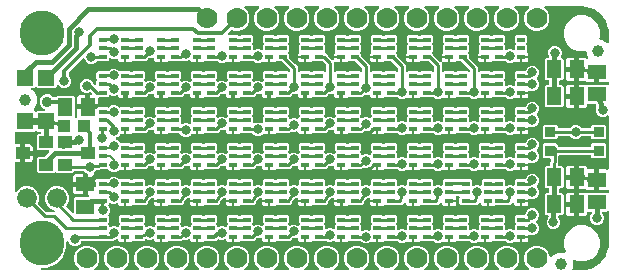
<source format=gbr>
G04 EAGLE Gerber RS-274X export*
G75*
%MOMM*%
%FSLAX34Y34*%
%LPD*%
%INTop Copper*%
%IPPOS*%
%AMOC8*
5,1,8,0,0,1.08239X$1,22.5*%
G01*
%ADD10R,0.700000X0.350000*%
%ADD11C,1.000000*%
%ADD12C,3.810000*%
%ADD13C,1.778000*%
%ADD14C,1.676400*%
%ADD15R,1.400000X1.400000*%
%ADD16R,1.500000X1.240000*%
%ADD17R,1.240000X1.500000*%
%ADD18R,1.200000X1.000000*%
%ADD19R,1.075000X1.000000*%
%ADD20R,0.900000X0.900000*%
%ADD21C,0.254000*%
%ADD22C,0.800100*%
%ADD23C,0.304800*%
%ADD24C,0.406400*%
%ADD25C,0.906400*%
%ADD26C,0.203200*%
%ADD27C,0.609600*%

G36*
X56149Y2545D02*
X56149Y2545D01*
X56179Y2542D01*
X56290Y2565D01*
X56402Y2581D01*
X56429Y2593D01*
X56457Y2598D01*
X56558Y2651D01*
X56661Y2697D01*
X56684Y2716D01*
X56710Y2729D01*
X56792Y2807D01*
X56878Y2880D01*
X56895Y2905D01*
X56916Y2925D01*
X56973Y3023D01*
X57036Y3117D01*
X57045Y3145D01*
X57060Y3170D01*
X57087Y3280D01*
X57122Y3388D01*
X57122Y3418D01*
X57130Y3446D01*
X57126Y3559D01*
X57129Y3672D01*
X57122Y3701D01*
X57121Y3730D01*
X57086Y3838D01*
X57057Y3947D01*
X57042Y3973D01*
X57033Y4001D01*
X56988Y4064D01*
X56912Y4192D01*
X56866Y4235D01*
X56838Y4274D01*
X54455Y6657D01*
X52831Y10578D01*
X52831Y14822D01*
X54456Y18743D01*
X57457Y21744D01*
X61378Y23369D01*
X65622Y23369D01*
X69543Y21744D01*
X72544Y18743D01*
X74169Y14822D01*
X74169Y10578D01*
X72545Y6657D01*
X70162Y4274D01*
X70144Y4250D01*
X70122Y4231D01*
X70059Y4137D01*
X69991Y4047D01*
X69980Y4019D01*
X69964Y3995D01*
X69930Y3887D01*
X69890Y3781D01*
X69887Y3752D01*
X69878Y3724D01*
X69875Y3610D01*
X69866Y3498D01*
X69872Y3469D01*
X69871Y3440D01*
X69900Y3330D01*
X69922Y3219D01*
X69935Y3193D01*
X69943Y3165D01*
X70001Y3067D01*
X70053Y2967D01*
X70073Y2945D01*
X70088Y2920D01*
X70171Y2843D01*
X70249Y2761D01*
X70274Y2746D01*
X70295Y2726D01*
X70396Y2674D01*
X70494Y2617D01*
X70522Y2610D01*
X70549Y2596D01*
X70626Y2583D01*
X70769Y2547D01*
X70832Y2549D01*
X70880Y2541D01*
X81520Y2541D01*
X81549Y2545D01*
X81579Y2542D01*
X81690Y2565D01*
X81802Y2581D01*
X81829Y2593D01*
X81857Y2598D01*
X81958Y2651D01*
X82061Y2697D01*
X82084Y2716D01*
X82110Y2729D01*
X82192Y2807D01*
X82278Y2880D01*
X82295Y2905D01*
X82316Y2925D01*
X82373Y3023D01*
X82436Y3117D01*
X82445Y3145D01*
X82460Y3170D01*
X82487Y3280D01*
X82522Y3388D01*
X82522Y3418D01*
X82530Y3446D01*
X82526Y3559D01*
X82529Y3672D01*
X82522Y3701D01*
X82521Y3730D01*
X82486Y3838D01*
X82457Y3947D01*
X82442Y3973D01*
X82433Y4001D01*
X82388Y4064D01*
X82312Y4192D01*
X82266Y4235D01*
X82238Y4274D01*
X79855Y6657D01*
X78231Y10578D01*
X78231Y14822D01*
X79856Y18743D01*
X82857Y21744D01*
X86778Y23369D01*
X91022Y23369D01*
X94943Y21744D01*
X97944Y18743D01*
X99569Y14822D01*
X99569Y10578D01*
X97945Y6657D01*
X95562Y4274D01*
X95544Y4250D01*
X95522Y4231D01*
X95459Y4137D01*
X95391Y4047D01*
X95380Y4019D01*
X95364Y3995D01*
X95330Y3887D01*
X95290Y3781D01*
X95287Y3752D01*
X95278Y3724D01*
X95275Y3610D01*
X95266Y3498D01*
X95272Y3469D01*
X95271Y3440D01*
X95300Y3330D01*
X95322Y3219D01*
X95335Y3193D01*
X95343Y3165D01*
X95401Y3067D01*
X95453Y2967D01*
X95473Y2945D01*
X95488Y2920D01*
X95571Y2843D01*
X95649Y2761D01*
X95674Y2746D01*
X95695Y2726D01*
X95796Y2674D01*
X95894Y2617D01*
X95922Y2610D01*
X95949Y2596D01*
X96026Y2583D01*
X96169Y2547D01*
X96232Y2549D01*
X96280Y2541D01*
X106920Y2541D01*
X106949Y2545D01*
X106979Y2542D01*
X107090Y2565D01*
X107202Y2581D01*
X107229Y2593D01*
X107257Y2598D01*
X107358Y2651D01*
X107461Y2697D01*
X107484Y2716D01*
X107510Y2729D01*
X107592Y2807D01*
X107678Y2880D01*
X107695Y2905D01*
X107716Y2925D01*
X107773Y3023D01*
X107836Y3117D01*
X107845Y3145D01*
X107860Y3170D01*
X107887Y3280D01*
X107922Y3388D01*
X107922Y3418D01*
X107930Y3446D01*
X107926Y3559D01*
X107929Y3672D01*
X107922Y3701D01*
X107921Y3730D01*
X107886Y3838D01*
X107857Y3947D01*
X107842Y3973D01*
X107833Y4001D01*
X107788Y4064D01*
X107712Y4192D01*
X107666Y4235D01*
X107638Y4274D01*
X105255Y6657D01*
X103631Y10578D01*
X103631Y14822D01*
X105256Y18743D01*
X108257Y21744D01*
X112178Y23369D01*
X116422Y23369D01*
X120343Y21744D01*
X123344Y18743D01*
X124969Y14822D01*
X124969Y10578D01*
X123345Y6657D01*
X120962Y4274D01*
X120944Y4250D01*
X120922Y4231D01*
X120859Y4137D01*
X120791Y4047D01*
X120780Y4019D01*
X120764Y3995D01*
X120730Y3887D01*
X120690Y3781D01*
X120687Y3752D01*
X120678Y3724D01*
X120675Y3610D01*
X120666Y3498D01*
X120672Y3469D01*
X120671Y3440D01*
X120700Y3330D01*
X120722Y3219D01*
X120735Y3193D01*
X120743Y3165D01*
X120801Y3067D01*
X120853Y2967D01*
X120873Y2945D01*
X120888Y2920D01*
X120971Y2843D01*
X121049Y2761D01*
X121074Y2746D01*
X121095Y2726D01*
X121196Y2674D01*
X121294Y2617D01*
X121322Y2610D01*
X121349Y2596D01*
X121426Y2583D01*
X121569Y2547D01*
X121632Y2549D01*
X121680Y2541D01*
X132320Y2541D01*
X132349Y2545D01*
X132379Y2542D01*
X132490Y2565D01*
X132602Y2581D01*
X132629Y2593D01*
X132657Y2598D01*
X132758Y2651D01*
X132861Y2697D01*
X132884Y2716D01*
X132910Y2729D01*
X132992Y2807D01*
X133078Y2880D01*
X133095Y2905D01*
X133116Y2925D01*
X133173Y3023D01*
X133236Y3117D01*
X133245Y3145D01*
X133260Y3170D01*
X133287Y3280D01*
X133322Y3388D01*
X133322Y3418D01*
X133330Y3446D01*
X133326Y3559D01*
X133329Y3672D01*
X133322Y3701D01*
X133321Y3730D01*
X133286Y3838D01*
X133257Y3947D01*
X133242Y3973D01*
X133233Y4001D01*
X133188Y4064D01*
X133112Y4192D01*
X133066Y4235D01*
X133038Y4274D01*
X130655Y6657D01*
X129031Y10578D01*
X129031Y14822D01*
X130656Y18743D01*
X133657Y21744D01*
X137578Y23369D01*
X141822Y23369D01*
X145743Y21744D01*
X148744Y18743D01*
X150369Y14822D01*
X150369Y10578D01*
X148745Y6657D01*
X146362Y4274D01*
X146344Y4250D01*
X146322Y4231D01*
X146259Y4137D01*
X146191Y4047D01*
X146180Y4019D01*
X146164Y3995D01*
X146130Y3887D01*
X146090Y3781D01*
X146087Y3752D01*
X146078Y3724D01*
X146075Y3610D01*
X146066Y3498D01*
X146072Y3469D01*
X146071Y3440D01*
X146100Y3330D01*
X146122Y3219D01*
X146135Y3193D01*
X146143Y3165D01*
X146201Y3067D01*
X146253Y2967D01*
X146273Y2945D01*
X146288Y2920D01*
X146371Y2843D01*
X146449Y2761D01*
X146474Y2746D01*
X146495Y2726D01*
X146596Y2674D01*
X146694Y2617D01*
X146722Y2610D01*
X146749Y2596D01*
X146826Y2583D01*
X146969Y2547D01*
X147032Y2549D01*
X147080Y2541D01*
X157720Y2541D01*
X157749Y2545D01*
X157779Y2542D01*
X157890Y2565D01*
X158002Y2581D01*
X158029Y2593D01*
X158057Y2598D01*
X158158Y2651D01*
X158261Y2697D01*
X158284Y2716D01*
X158310Y2729D01*
X158392Y2807D01*
X158478Y2880D01*
X158495Y2905D01*
X158516Y2925D01*
X158573Y3023D01*
X158636Y3117D01*
X158645Y3145D01*
X158660Y3170D01*
X158687Y3280D01*
X158722Y3388D01*
X158722Y3418D01*
X158730Y3446D01*
X158726Y3559D01*
X158729Y3672D01*
X158722Y3701D01*
X158721Y3730D01*
X158686Y3838D01*
X158657Y3947D01*
X158642Y3973D01*
X158633Y4001D01*
X158588Y4064D01*
X158512Y4192D01*
X158466Y4235D01*
X158438Y4274D01*
X156055Y6657D01*
X154431Y10578D01*
X154431Y14822D01*
X156056Y18743D01*
X159057Y21744D01*
X162978Y23369D01*
X167222Y23369D01*
X171143Y21744D01*
X174144Y18743D01*
X175769Y14822D01*
X175769Y10578D01*
X174145Y6657D01*
X171762Y4274D01*
X171744Y4250D01*
X171722Y4231D01*
X171659Y4137D01*
X171591Y4047D01*
X171580Y4019D01*
X171564Y3995D01*
X171530Y3887D01*
X171490Y3781D01*
X171487Y3752D01*
X171478Y3724D01*
X171475Y3610D01*
X171466Y3498D01*
X171472Y3469D01*
X171471Y3440D01*
X171500Y3330D01*
X171522Y3219D01*
X171535Y3193D01*
X171543Y3165D01*
X171601Y3067D01*
X171653Y2967D01*
X171673Y2945D01*
X171688Y2920D01*
X171771Y2843D01*
X171849Y2761D01*
X171874Y2746D01*
X171895Y2726D01*
X171996Y2674D01*
X172094Y2617D01*
X172122Y2610D01*
X172149Y2596D01*
X172226Y2583D01*
X172369Y2547D01*
X172432Y2549D01*
X172480Y2541D01*
X183120Y2541D01*
X183149Y2545D01*
X183179Y2542D01*
X183290Y2565D01*
X183402Y2581D01*
X183429Y2593D01*
X183457Y2598D01*
X183558Y2651D01*
X183661Y2697D01*
X183684Y2716D01*
X183710Y2729D01*
X183792Y2807D01*
X183878Y2880D01*
X183895Y2905D01*
X183916Y2925D01*
X183973Y3023D01*
X184036Y3117D01*
X184045Y3145D01*
X184060Y3170D01*
X184087Y3280D01*
X184122Y3388D01*
X184122Y3418D01*
X184130Y3446D01*
X184126Y3559D01*
X184129Y3672D01*
X184122Y3701D01*
X184121Y3730D01*
X184086Y3838D01*
X184057Y3947D01*
X184042Y3973D01*
X184033Y4001D01*
X183988Y4064D01*
X183912Y4192D01*
X183866Y4235D01*
X183838Y4274D01*
X181455Y6657D01*
X179831Y10578D01*
X179831Y14822D01*
X181456Y18743D01*
X184457Y21744D01*
X188378Y23369D01*
X192622Y23369D01*
X196543Y21744D01*
X199544Y18743D01*
X201169Y14822D01*
X201169Y10578D01*
X199545Y6657D01*
X197162Y4274D01*
X197144Y4250D01*
X197122Y4231D01*
X197059Y4137D01*
X196991Y4047D01*
X196980Y4019D01*
X196964Y3995D01*
X196930Y3887D01*
X196890Y3781D01*
X196887Y3752D01*
X196878Y3724D01*
X196875Y3610D01*
X196866Y3498D01*
X196872Y3469D01*
X196871Y3440D01*
X196900Y3330D01*
X196922Y3219D01*
X196935Y3193D01*
X196943Y3165D01*
X197001Y3067D01*
X197053Y2967D01*
X197073Y2945D01*
X197088Y2920D01*
X197171Y2843D01*
X197249Y2761D01*
X197274Y2746D01*
X197295Y2726D01*
X197396Y2674D01*
X197494Y2617D01*
X197522Y2610D01*
X197549Y2596D01*
X197626Y2583D01*
X197769Y2547D01*
X197832Y2549D01*
X197880Y2541D01*
X208520Y2541D01*
X208549Y2545D01*
X208579Y2542D01*
X208690Y2565D01*
X208802Y2581D01*
X208829Y2593D01*
X208857Y2598D01*
X208958Y2651D01*
X209061Y2697D01*
X209084Y2716D01*
X209110Y2729D01*
X209192Y2807D01*
X209278Y2880D01*
X209295Y2905D01*
X209316Y2925D01*
X209373Y3023D01*
X209436Y3117D01*
X209445Y3145D01*
X209460Y3170D01*
X209487Y3280D01*
X209522Y3388D01*
X209522Y3418D01*
X209530Y3446D01*
X209526Y3559D01*
X209529Y3672D01*
X209522Y3701D01*
X209521Y3730D01*
X209486Y3838D01*
X209457Y3947D01*
X209442Y3973D01*
X209433Y4001D01*
X209388Y4064D01*
X209312Y4192D01*
X209266Y4235D01*
X209238Y4274D01*
X206855Y6657D01*
X205231Y10578D01*
X205231Y14822D01*
X206856Y18743D01*
X209857Y21744D01*
X213778Y23369D01*
X218022Y23369D01*
X221943Y21744D01*
X224944Y18743D01*
X226569Y14822D01*
X226569Y10578D01*
X224945Y6657D01*
X222562Y4274D01*
X222544Y4250D01*
X222522Y4231D01*
X222459Y4137D01*
X222391Y4047D01*
X222380Y4019D01*
X222364Y3995D01*
X222330Y3887D01*
X222290Y3781D01*
X222287Y3752D01*
X222278Y3724D01*
X222275Y3610D01*
X222266Y3498D01*
X222272Y3469D01*
X222271Y3440D01*
X222300Y3330D01*
X222322Y3219D01*
X222335Y3193D01*
X222343Y3165D01*
X222401Y3067D01*
X222453Y2967D01*
X222473Y2945D01*
X222488Y2920D01*
X222571Y2843D01*
X222649Y2761D01*
X222674Y2746D01*
X222695Y2726D01*
X222796Y2674D01*
X222894Y2617D01*
X222922Y2610D01*
X222949Y2596D01*
X223026Y2583D01*
X223169Y2547D01*
X223232Y2549D01*
X223280Y2541D01*
X233920Y2541D01*
X233949Y2545D01*
X233979Y2542D01*
X234090Y2565D01*
X234202Y2581D01*
X234229Y2593D01*
X234257Y2598D01*
X234358Y2651D01*
X234461Y2697D01*
X234484Y2716D01*
X234510Y2729D01*
X234592Y2807D01*
X234678Y2880D01*
X234695Y2905D01*
X234716Y2925D01*
X234773Y3023D01*
X234836Y3117D01*
X234845Y3145D01*
X234860Y3170D01*
X234887Y3280D01*
X234922Y3388D01*
X234922Y3418D01*
X234930Y3446D01*
X234926Y3559D01*
X234929Y3672D01*
X234922Y3701D01*
X234921Y3730D01*
X234886Y3838D01*
X234857Y3947D01*
X234842Y3973D01*
X234833Y4001D01*
X234788Y4064D01*
X234712Y4192D01*
X234666Y4235D01*
X234638Y4274D01*
X232255Y6657D01*
X230631Y10578D01*
X230631Y14822D01*
X232256Y18743D01*
X235257Y21744D01*
X239178Y23369D01*
X243422Y23369D01*
X247343Y21744D01*
X250344Y18743D01*
X251969Y14822D01*
X251969Y10578D01*
X250345Y6657D01*
X247962Y4274D01*
X247944Y4250D01*
X247922Y4231D01*
X247859Y4137D01*
X247791Y4047D01*
X247780Y4019D01*
X247764Y3995D01*
X247730Y3887D01*
X247690Y3781D01*
X247687Y3752D01*
X247678Y3724D01*
X247675Y3610D01*
X247666Y3498D01*
X247672Y3469D01*
X247671Y3440D01*
X247700Y3330D01*
X247722Y3219D01*
X247735Y3193D01*
X247743Y3165D01*
X247801Y3067D01*
X247853Y2967D01*
X247873Y2945D01*
X247888Y2920D01*
X247971Y2843D01*
X248049Y2761D01*
X248074Y2746D01*
X248095Y2726D01*
X248196Y2674D01*
X248294Y2617D01*
X248322Y2610D01*
X248349Y2596D01*
X248426Y2583D01*
X248569Y2547D01*
X248632Y2549D01*
X248680Y2541D01*
X259320Y2541D01*
X259349Y2545D01*
X259379Y2542D01*
X259490Y2565D01*
X259602Y2581D01*
X259629Y2593D01*
X259657Y2598D01*
X259758Y2651D01*
X259861Y2697D01*
X259884Y2716D01*
X259910Y2729D01*
X259992Y2807D01*
X260078Y2880D01*
X260095Y2905D01*
X260116Y2925D01*
X260173Y3023D01*
X260236Y3117D01*
X260245Y3145D01*
X260260Y3170D01*
X260287Y3280D01*
X260322Y3388D01*
X260322Y3418D01*
X260330Y3446D01*
X260326Y3559D01*
X260329Y3672D01*
X260322Y3701D01*
X260321Y3730D01*
X260286Y3838D01*
X260257Y3947D01*
X260242Y3973D01*
X260233Y4001D01*
X260188Y4064D01*
X260112Y4192D01*
X260066Y4235D01*
X260038Y4274D01*
X257655Y6657D01*
X256031Y10578D01*
X256031Y14822D01*
X257656Y18743D01*
X260657Y21744D01*
X264578Y23369D01*
X268822Y23369D01*
X272743Y21744D01*
X275744Y18743D01*
X277369Y14822D01*
X277369Y10578D01*
X275745Y6657D01*
X273362Y4274D01*
X273344Y4250D01*
X273322Y4231D01*
X273259Y4137D01*
X273191Y4047D01*
X273180Y4019D01*
X273164Y3995D01*
X273130Y3887D01*
X273090Y3781D01*
X273087Y3752D01*
X273078Y3724D01*
X273075Y3610D01*
X273066Y3498D01*
X273072Y3469D01*
X273071Y3440D01*
X273100Y3330D01*
X273122Y3219D01*
X273135Y3193D01*
X273143Y3165D01*
X273201Y3067D01*
X273253Y2967D01*
X273273Y2945D01*
X273288Y2920D01*
X273371Y2843D01*
X273449Y2761D01*
X273474Y2746D01*
X273495Y2726D01*
X273596Y2674D01*
X273694Y2617D01*
X273722Y2610D01*
X273749Y2596D01*
X273826Y2583D01*
X273969Y2547D01*
X274032Y2549D01*
X274080Y2541D01*
X284720Y2541D01*
X284749Y2545D01*
X284779Y2542D01*
X284890Y2565D01*
X285002Y2581D01*
X285029Y2593D01*
X285057Y2598D01*
X285158Y2651D01*
X285261Y2697D01*
X285284Y2716D01*
X285310Y2729D01*
X285392Y2807D01*
X285478Y2880D01*
X285495Y2905D01*
X285516Y2925D01*
X285573Y3023D01*
X285636Y3117D01*
X285645Y3145D01*
X285660Y3170D01*
X285687Y3280D01*
X285722Y3388D01*
X285722Y3418D01*
X285730Y3446D01*
X285726Y3559D01*
X285729Y3672D01*
X285722Y3701D01*
X285721Y3730D01*
X285686Y3838D01*
X285657Y3947D01*
X285642Y3973D01*
X285633Y4001D01*
X285588Y4064D01*
X285512Y4192D01*
X285466Y4235D01*
X285438Y4274D01*
X283055Y6657D01*
X281431Y10578D01*
X281431Y14822D01*
X283056Y18743D01*
X286057Y21744D01*
X289978Y23369D01*
X294222Y23369D01*
X298143Y21744D01*
X301144Y18743D01*
X302769Y14822D01*
X302769Y10578D01*
X301145Y6657D01*
X298762Y4274D01*
X298744Y4250D01*
X298722Y4231D01*
X298659Y4137D01*
X298591Y4047D01*
X298580Y4019D01*
X298564Y3995D01*
X298530Y3887D01*
X298490Y3781D01*
X298487Y3752D01*
X298478Y3724D01*
X298475Y3610D01*
X298466Y3498D01*
X298472Y3469D01*
X298471Y3440D01*
X298500Y3330D01*
X298522Y3219D01*
X298535Y3193D01*
X298543Y3165D01*
X298601Y3067D01*
X298653Y2967D01*
X298673Y2945D01*
X298688Y2920D01*
X298771Y2843D01*
X298849Y2761D01*
X298874Y2746D01*
X298895Y2726D01*
X298996Y2674D01*
X299094Y2617D01*
X299122Y2610D01*
X299149Y2596D01*
X299226Y2583D01*
X299369Y2547D01*
X299432Y2549D01*
X299480Y2541D01*
X310120Y2541D01*
X310149Y2545D01*
X310179Y2542D01*
X310290Y2565D01*
X310402Y2581D01*
X310429Y2593D01*
X310457Y2598D01*
X310558Y2651D01*
X310661Y2697D01*
X310684Y2716D01*
X310710Y2729D01*
X310792Y2807D01*
X310878Y2880D01*
X310895Y2905D01*
X310916Y2925D01*
X310973Y3023D01*
X311036Y3117D01*
X311045Y3145D01*
X311060Y3170D01*
X311087Y3280D01*
X311122Y3388D01*
X311122Y3418D01*
X311130Y3446D01*
X311126Y3559D01*
X311129Y3672D01*
X311122Y3701D01*
X311121Y3730D01*
X311086Y3838D01*
X311057Y3947D01*
X311042Y3973D01*
X311033Y4001D01*
X310988Y4064D01*
X310912Y4192D01*
X310866Y4235D01*
X310838Y4274D01*
X308455Y6657D01*
X306831Y10578D01*
X306831Y14822D01*
X308456Y18743D01*
X311457Y21744D01*
X315378Y23369D01*
X319622Y23369D01*
X323543Y21744D01*
X326544Y18743D01*
X328169Y14822D01*
X328169Y10578D01*
X326545Y6657D01*
X324162Y4274D01*
X324144Y4250D01*
X324122Y4231D01*
X324059Y4137D01*
X323991Y4047D01*
X323980Y4019D01*
X323964Y3995D01*
X323930Y3887D01*
X323890Y3781D01*
X323887Y3752D01*
X323878Y3724D01*
X323875Y3610D01*
X323866Y3498D01*
X323872Y3469D01*
X323871Y3440D01*
X323900Y3330D01*
X323922Y3219D01*
X323935Y3193D01*
X323943Y3165D01*
X324001Y3067D01*
X324053Y2967D01*
X324073Y2945D01*
X324088Y2920D01*
X324171Y2843D01*
X324249Y2761D01*
X324274Y2746D01*
X324295Y2726D01*
X324396Y2674D01*
X324494Y2617D01*
X324522Y2610D01*
X324549Y2596D01*
X324626Y2583D01*
X324769Y2547D01*
X324832Y2549D01*
X324880Y2541D01*
X335520Y2541D01*
X335549Y2545D01*
X335579Y2542D01*
X335690Y2565D01*
X335802Y2581D01*
X335829Y2593D01*
X335857Y2598D01*
X335958Y2651D01*
X336061Y2697D01*
X336084Y2716D01*
X336110Y2729D01*
X336192Y2807D01*
X336278Y2880D01*
X336295Y2905D01*
X336316Y2925D01*
X336373Y3023D01*
X336436Y3117D01*
X336445Y3145D01*
X336460Y3170D01*
X336487Y3280D01*
X336522Y3388D01*
X336522Y3418D01*
X336530Y3446D01*
X336526Y3559D01*
X336529Y3672D01*
X336522Y3701D01*
X336521Y3730D01*
X336486Y3838D01*
X336457Y3947D01*
X336442Y3973D01*
X336433Y4001D01*
X336388Y4064D01*
X336312Y4192D01*
X336266Y4235D01*
X336238Y4274D01*
X333855Y6657D01*
X332231Y10578D01*
X332231Y14822D01*
X333856Y18743D01*
X336857Y21744D01*
X340778Y23369D01*
X345022Y23369D01*
X348943Y21744D01*
X351944Y18743D01*
X353569Y14822D01*
X353569Y10578D01*
X351945Y6657D01*
X349562Y4274D01*
X349544Y4250D01*
X349522Y4231D01*
X349459Y4137D01*
X349391Y4047D01*
X349380Y4019D01*
X349364Y3995D01*
X349330Y3887D01*
X349290Y3781D01*
X349287Y3752D01*
X349278Y3724D01*
X349275Y3610D01*
X349266Y3498D01*
X349272Y3469D01*
X349271Y3440D01*
X349300Y3330D01*
X349322Y3219D01*
X349335Y3193D01*
X349343Y3165D01*
X349401Y3067D01*
X349453Y2967D01*
X349473Y2945D01*
X349488Y2920D01*
X349571Y2843D01*
X349649Y2761D01*
X349674Y2746D01*
X349695Y2726D01*
X349796Y2674D01*
X349894Y2617D01*
X349922Y2610D01*
X349949Y2596D01*
X350026Y2583D01*
X350169Y2547D01*
X350232Y2549D01*
X350280Y2541D01*
X360920Y2541D01*
X360949Y2545D01*
X360979Y2542D01*
X361090Y2565D01*
X361202Y2581D01*
X361229Y2593D01*
X361257Y2598D01*
X361358Y2651D01*
X361461Y2697D01*
X361484Y2716D01*
X361510Y2729D01*
X361592Y2807D01*
X361678Y2880D01*
X361695Y2905D01*
X361716Y2925D01*
X361773Y3023D01*
X361836Y3117D01*
X361845Y3145D01*
X361860Y3170D01*
X361887Y3280D01*
X361922Y3388D01*
X361922Y3418D01*
X361930Y3446D01*
X361926Y3559D01*
X361929Y3672D01*
X361922Y3701D01*
X361921Y3730D01*
X361886Y3838D01*
X361857Y3947D01*
X361842Y3973D01*
X361833Y4001D01*
X361788Y4064D01*
X361712Y4192D01*
X361666Y4235D01*
X361638Y4274D01*
X359255Y6657D01*
X357631Y10578D01*
X357631Y14822D01*
X359256Y18743D01*
X362257Y21744D01*
X366178Y23369D01*
X370422Y23369D01*
X374343Y21744D01*
X377344Y18743D01*
X378969Y14822D01*
X378969Y10578D01*
X377345Y6657D01*
X374962Y4274D01*
X374944Y4250D01*
X374922Y4231D01*
X374859Y4137D01*
X374791Y4047D01*
X374780Y4019D01*
X374764Y3995D01*
X374730Y3887D01*
X374690Y3781D01*
X374687Y3752D01*
X374678Y3724D01*
X374675Y3610D01*
X374666Y3498D01*
X374672Y3469D01*
X374671Y3440D01*
X374700Y3330D01*
X374722Y3219D01*
X374735Y3193D01*
X374743Y3165D01*
X374801Y3067D01*
X374853Y2967D01*
X374873Y2945D01*
X374888Y2920D01*
X374971Y2843D01*
X375049Y2761D01*
X375074Y2746D01*
X375095Y2726D01*
X375196Y2674D01*
X375294Y2617D01*
X375322Y2610D01*
X375349Y2596D01*
X375426Y2583D01*
X375569Y2547D01*
X375632Y2549D01*
X375680Y2541D01*
X386320Y2541D01*
X386349Y2545D01*
X386379Y2542D01*
X386490Y2565D01*
X386602Y2581D01*
X386629Y2593D01*
X386657Y2598D01*
X386758Y2651D01*
X386861Y2697D01*
X386884Y2716D01*
X386910Y2729D01*
X386992Y2807D01*
X387078Y2880D01*
X387095Y2905D01*
X387116Y2925D01*
X387173Y3023D01*
X387236Y3117D01*
X387245Y3145D01*
X387260Y3170D01*
X387287Y3280D01*
X387322Y3388D01*
X387322Y3418D01*
X387330Y3446D01*
X387326Y3559D01*
X387329Y3672D01*
X387322Y3701D01*
X387321Y3730D01*
X387286Y3838D01*
X387257Y3947D01*
X387242Y3973D01*
X387233Y4001D01*
X387188Y4064D01*
X387112Y4192D01*
X387066Y4235D01*
X387038Y4274D01*
X384655Y6657D01*
X383031Y10578D01*
X383031Y14822D01*
X384656Y18743D01*
X387657Y21744D01*
X391578Y23369D01*
X395822Y23369D01*
X399743Y21744D01*
X402744Y18743D01*
X404369Y14822D01*
X404369Y10578D01*
X402745Y6657D01*
X400362Y4274D01*
X400344Y4250D01*
X400322Y4231D01*
X400259Y4137D01*
X400191Y4047D01*
X400180Y4019D01*
X400164Y3995D01*
X400130Y3887D01*
X400090Y3781D01*
X400087Y3752D01*
X400078Y3724D01*
X400075Y3610D01*
X400066Y3498D01*
X400072Y3469D01*
X400071Y3440D01*
X400100Y3330D01*
X400122Y3219D01*
X400135Y3193D01*
X400143Y3165D01*
X400201Y3067D01*
X400253Y2967D01*
X400273Y2945D01*
X400288Y2920D01*
X400371Y2843D01*
X400449Y2761D01*
X400474Y2746D01*
X400495Y2726D01*
X400596Y2674D01*
X400694Y2617D01*
X400722Y2610D01*
X400749Y2596D01*
X400826Y2583D01*
X400969Y2547D01*
X401032Y2549D01*
X401080Y2541D01*
X411720Y2541D01*
X411749Y2545D01*
X411779Y2542D01*
X411890Y2565D01*
X412002Y2581D01*
X412029Y2593D01*
X412057Y2598D01*
X412158Y2651D01*
X412261Y2697D01*
X412284Y2716D01*
X412310Y2729D01*
X412392Y2807D01*
X412478Y2880D01*
X412495Y2905D01*
X412516Y2925D01*
X412573Y3023D01*
X412636Y3117D01*
X412645Y3145D01*
X412660Y3170D01*
X412687Y3280D01*
X412722Y3388D01*
X412722Y3418D01*
X412730Y3446D01*
X412726Y3559D01*
X412729Y3672D01*
X412722Y3701D01*
X412721Y3730D01*
X412686Y3838D01*
X412657Y3947D01*
X412642Y3973D01*
X412633Y4001D01*
X412588Y4064D01*
X412512Y4192D01*
X412466Y4235D01*
X412438Y4274D01*
X410055Y6657D01*
X408431Y10578D01*
X408431Y14822D01*
X410056Y18743D01*
X413057Y21744D01*
X416978Y23369D01*
X421222Y23369D01*
X425143Y21744D01*
X428144Y18743D01*
X429769Y14822D01*
X429769Y10578D01*
X428145Y6657D01*
X425762Y4274D01*
X425744Y4250D01*
X425722Y4231D01*
X425659Y4137D01*
X425591Y4047D01*
X425580Y4019D01*
X425564Y3995D01*
X425530Y3887D01*
X425490Y3781D01*
X425487Y3752D01*
X425478Y3724D01*
X425475Y3610D01*
X425466Y3498D01*
X425472Y3469D01*
X425471Y3440D01*
X425500Y3330D01*
X425522Y3219D01*
X425535Y3193D01*
X425543Y3165D01*
X425601Y3067D01*
X425653Y2967D01*
X425673Y2945D01*
X425688Y2920D01*
X425771Y2843D01*
X425849Y2761D01*
X425874Y2746D01*
X425895Y2726D01*
X425996Y2674D01*
X426094Y2617D01*
X426122Y2610D01*
X426149Y2596D01*
X426226Y2583D01*
X426369Y2547D01*
X426432Y2549D01*
X426480Y2541D01*
X437120Y2541D01*
X437149Y2545D01*
X437179Y2542D01*
X437290Y2565D01*
X437402Y2581D01*
X437429Y2593D01*
X437457Y2598D01*
X437558Y2651D01*
X437661Y2697D01*
X437684Y2716D01*
X437710Y2729D01*
X437792Y2807D01*
X437878Y2880D01*
X437895Y2905D01*
X437916Y2925D01*
X437973Y3023D01*
X438036Y3117D01*
X438045Y3145D01*
X438060Y3170D01*
X438087Y3280D01*
X438122Y3388D01*
X438122Y3418D01*
X438130Y3446D01*
X438126Y3559D01*
X438129Y3672D01*
X438122Y3701D01*
X438121Y3730D01*
X438086Y3838D01*
X438057Y3947D01*
X438042Y3973D01*
X438033Y4001D01*
X437988Y4064D01*
X437912Y4192D01*
X437866Y4235D01*
X437838Y4274D01*
X435455Y6657D01*
X433831Y10578D01*
X433831Y14822D01*
X435456Y18743D01*
X438457Y21744D01*
X442378Y23369D01*
X446622Y23369D01*
X450543Y21744D01*
X453544Y18743D01*
X455169Y14822D01*
X455169Y14694D01*
X455171Y14674D01*
X455169Y14655D01*
X455176Y14620D01*
X455175Y14607D01*
X455184Y14574D01*
X455191Y14534D01*
X455209Y14412D01*
X455217Y14394D01*
X455220Y14375D01*
X455274Y14265D01*
X455325Y14153D01*
X455337Y14138D01*
X455346Y14120D01*
X455429Y14030D01*
X455508Y13936D01*
X455525Y13925D01*
X455538Y13911D01*
X455643Y13846D01*
X455745Y13778D01*
X455764Y13772D01*
X455780Y13762D01*
X455899Y13730D01*
X456016Y13693D01*
X456036Y13692D01*
X456055Y13687D01*
X456177Y13688D01*
X456300Y13685D01*
X456319Y13690D01*
X456339Y13691D01*
X456457Y13726D01*
X456575Y13757D01*
X456592Y13767D01*
X456611Y13773D01*
X456715Y13840D01*
X456820Y13902D01*
X456833Y13917D01*
X456850Y13927D01*
X456897Y13984D01*
X456947Y14038D01*
X456959Y14048D01*
X456965Y14057D01*
X457014Y14110D01*
X457038Y14155D01*
X457063Y14186D01*
X457499Y14941D01*
X462140Y17621D01*
X467607Y17621D01*
X467668Y17614D01*
X467762Y17596D01*
X467809Y17600D01*
X467856Y17595D01*
X467950Y17612D01*
X468045Y17620D01*
X468089Y17637D01*
X468135Y17645D01*
X468221Y17688D01*
X468311Y17722D01*
X468348Y17751D01*
X468390Y17771D01*
X468461Y17836D01*
X468537Y17894D01*
X468565Y17931D01*
X468600Y17963D01*
X468650Y18045D01*
X468708Y18122D01*
X468724Y18166D01*
X468749Y18206D01*
X468774Y18298D01*
X468808Y18388D01*
X468812Y18434D01*
X468824Y18480D01*
X468823Y18575D01*
X468831Y18671D01*
X468821Y18711D01*
X468821Y18764D01*
X468772Y18925D01*
X468755Y18998D01*
X467359Y22368D01*
X467359Y28432D01*
X469680Y34033D01*
X473967Y38320D01*
X479568Y40641D01*
X485632Y40641D01*
X491233Y38320D01*
X495520Y34033D01*
X497841Y28432D01*
X497841Y22368D01*
X495520Y16767D01*
X491233Y12480D01*
X485632Y10159D01*
X479568Y10159D01*
X476198Y11555D01*
X476105Y11579D01*
X476015Y11612D01*
X475968Y11615D01*
X475923Y11626D01*
X475827Y11623D01*
X475731Y11630D01*
X475686Y11619D01*
X475639Y11618D01*
X475547Y11589D01*
X475454Y11568D01*
X475413Y11546D01*
X475368Y11531D01*
X475288Y11478D01*
X475204Y11432D01*
X475171Y11399D01*
X475132Y11373D01*
X475070Y11300D01*
X475002Y11232D01*
X474979Y11192D01*
X474949Y11156D01*
X474910Y11068D01*
X474863Y10984D01*
X474852Y10939D01*
X474833Y10896D01*
X474820Y10801D01*
X474798Y10707D01*
X474801Y10661D01*
X474794Y10614D01*
X474808Y10519D01*
X474813Y10424D01*
X474821Y10403D01*
X474821Y4940D01*
X474315Y4064D01*
X474300Y4027D01*
X474278Y3995D01*
X474247Y3896D01*
X474208Y3800D01*
X474204Y3761D01*
X474193Y3724D01*
X474190Y3620D01*
X474179Y3517D01*
X474186Y3479D01*
X474185Y3440D01*
X474211Y3339D01*
X474230Y3237D01*
X474247Y3202D01*
X474257Y3165D01*
X474310Y3076D01*
X474356Y2983D01*
X474382Y2954D01*
X474402Y2920D01*
X474478Y2849D01*
X474548Y2773D01*
X474581Y2752D01*
X474610Y2726D01*
X474702Y2679D01*
X474790Y2624D01*
X474828Y2614D01*
X474863Y2596D01*
X474939Y2583D01*
X475064Y2549D01*
X475139Y2550D01*
X475194Y2541D01*
X482600Y2541D01*
X482644Y2547D01*
X482680Y2544D01*
X486097Y2813D01*
X486255Y2848D01*
X486331Y2859D01*
X492831Y4971D01*
X493086Y5096D01*
X493100Y5109D01*
X493114Y5115D01*
X498643Y9133D01*
X498847Y9330D01*
X498856Y9346D01*
X498867Y9357D01*
X502885Y14886D01*
X503018Y15137D01*
X503022Y15156D01*
X503029Y15169D01*
X505141Y21669D01*
X505169Y21829D01*
X505187Y21903D01*
X505456Y25320D01*
X505453Y25365D01*
X505459Y25400D01*
X505459Y51843D01*
X505455Y51872D01*
X505458Y51901D01*
X505435Y52012D01*
X505419Y52124D01*
X505407Y52151D01*
X505402Y52180D01*
X505349Y52280D01*
X505303Y52384D01*
X505284Y52406D01*
X505271Y52432D01*
X505193Y52514D01*
X505120Y52601D01*
X505095Y52617D01*
X505075Y52638D01*
X504977Y52695D01*
X504883Y52758D01*
X504855Y52767D01*
X504830Y52782D01*
X504720Y52810D01*
X504612Y52844D01*
X504582Y52845D01*
X504554Y52852D01*
X504441Y52848D01*
X504328Y52851D01*
X504299Y52844D01*
X504270Y52843D01*
X504162Y52808D01*
X504053Y52779D01*
X504027Y52765D01*
X503999Y52755D01*
X503935Y52710D01*
X503808Y52634D01*
X503765Y52589D01*
X503726Y52561D01*
X503537Y52371D01*
X500543Y52371D01*
X500514Y52367D01*
X500484Y52370D01*
X500373Y52347D01*
X500261Y52331D01*
X500235Y52319D01*
X500206Y52314D01*
X500105Y52261D01*
X500002Y52215D01*
X499980Y52196D01*
X499953Y52183D01*
X499871Y52105D01*
X499785Y52032D01*
X499769Y52007D01*
X499747Y51987D01*
X499690Y51889D01*
X499627Y51795D01*
X499618Y51767D01*
X499604Y51742D01*
X499576Y51632D01*
X499542Y51524D01*
X499541Y51494D01*
X499534Y51466D01*
X499537Y51353D01*
X499534Y51240D01*
X499542Y51211D01*
X499543Y51182D01*
X499577Y51074D01*
X499606Y50965D01*
X499621Y50939D01*
X499630Y50911D01*
X499676Y50847D01*
X499751Y50720D01*
X499797Y50677D01*
X499825Y50638D01*
X500199Y50264D01*
X501079Y48140D01*
X501079Y45840D01*
X500199Y43716D01*
X498574Y42091D01*
X496450Y41211D01*
X494150Y41211D01*
X492026Y42091D01*
X490401Y43716D01*
X489521Y45840D01*
X489521Y48140D01*
X490401Y50264D01*
X490775Y50638D01*
X490793Y50662D01*
X490815Y50681D01*
X490878Y50775D01*
X490946Y50865D01*
X490956Y50893D01*
X490973Y50917D01*
X491007Y51025D01*
X491047Y51131D01*
X491050Y51160D01*
X491058Y51188D01*
X491061Y51301D01*
X491071Y51414D01*
X491065Y51443D01*
X491066Y51472D01*
X491037Y51582D01*
X491015Y51693D01*
X491001Y51719D01*
X490994Y51747D01*
X490936Y51845D01*
X490884Y51945D01*
X490864Y51967D01*
X490849Y51992D01*
X490766Y52069D01*
X490688Y52151D01*
X490663Y52166D01*
X490641Y52186D01*
X490541Y52238D01*
X490443Y52295D01*
X490414Y52302D01*
X490388Y52316D01*
X490311Y52329D01*
X490167Y52365D01*
X490105Y52363D01*
X490057Y52371D01*
X487886Y52371D01*
X487828Y52363D01*
X487770Y52365D01*
X487688Y52343D01*
X487604Y52331D01*
X487551Y52308D01*
X487495Y52293D01*
X487422Y52250D01*
X487345Y52215D01*
X487300Y52177D01*
X487250Y52148D01*
X487192Y52086D01*
X487128Y52032D01*
X487096Y51983D01*
X487056Y51940D01*
X487017Y51865D01*
X486970Y51795D01*
X486953Y51739D01*
X486926Y51687D01*
X486915Y51619D01*
X486885Y51524D01*
X486882Y51424D01*
X486871Y51356D01*
X486871Y50586D01*
X486698Y49939D01*
X486363Y49360D01*
X485890Y48887D01*
X485311Y48552D01*
X484664Y48379D01*
X480161Y48379D01*
X480161Y57404D01*
X480154Y57456D01*
X480154Y57481D01*
X480154Y57484D01*
X480154Y57520D01*
X480133Y57602D01*
X480121Y57685D01*
X480097Y57739D01*
X480083Y57795D01*
X480040Y57868D01*
X480005Y57945D01*
X479967Y57989D01*
X479937Y58040D01*
X479876Y58097D01*
X479821Y58162D01*
X479773Y58194D01*
X479730Y58234D01*
X479655Y58273D01*
X479585Y58319D01*
X479529Y58337D01*
X479477Y58364D01*
X479409Y58375D01*
X479314Y58405D01*
X479214Y58408D01*
X479146Y58419D01*
X478129Y58419D01*
X478129Y58421D01*
X479146Y58421D01*
X479204Y58429D01*
X479262Y58428D01*
X479344Y58449D01*
X479427Y58461D01*
X479481Y58485D01*
X479537Y58499D01*
X479610Y58542D01*
X479687Y58577D01*
X479731Y58615D01*
X479782Y58645D01*
X479839Y58706D01*
X479904Y58761D01*
X479936Y58809D01*
X479976Y58852D01*
X480015Y58927D01*
X480061Y58997D01*
X480079Y59053D01*
X480106Y59105D01*
X480117Y59173D01*
X480147Y59268D01*
X480150Y59368D01*
X480161Y59436D01*
X480161Y68461D01*
X484664Y68461D01*
X485311Y68288D01*
X485721Y68051D01*
X485784Y68025D01*
X485843Y67991D01*
X485915Y67972D01*
X485985Y67944D01*
X486053Y67937D01*
X486119Y67921D01*
X486193Y67923D01*
X486267Y67915D01*
X486335Y67928D01*
X486403Y67930D01*
X486474Y67953D01*
X486547Y67966D01*
X486608Y67996D01*
X486673Y68017D01*
X486724Y68054D01*
X486802Y68092D01*
X486886Y68169D01*
X486946Y68212D01*
X487063Y68329D01*
X503537Y68329D01*
X503726Y68139D01*
X503750Y68122D01*
X503769Y68099D01*
X503863Y68037D01*
X503953Y67968D01*
X503981Y67958D01*
X504005Y67942D01*
X504113Y67908D01*
X504219Y67867D01*
X504248Y67865D01*
X504276Y67856D01*
X504389Y67853D01*
X504502Y67844D01*
X504531Y67849D01*
X504560Y67849D01*
X504670Y67877D01*
X504781Y67900D01*
X504807Y67913D01*
X504835Y67921D01*
X504933Y67978D01*
X505033Y68031D01*
X505055Y68051D01*
X505080Y68066D01*
X505157Y68148D01*
X505239Y68226D01*
X505254Y68252D01*
X505274Y68273D01*
X505326Y68374D01*
X505383Y68472D01*
X505390Y68500D01*
X505404Y68526D01*
X505417Y68603D01*
X505453Y68747D01*
X505451Y68810D01*
X505459Y68857D01*
X505459Y69993D01*
X505454Y70032D01*
X505456Y70071D01*
X505434Y70172D01*
X505419Y70275D01*
X505403Y70310D01*
X505395Y70348D01*
X505345Y70440D01*
X505303Y70534D01*
X505278Y70564D01*
X505259Y70598D01*
X505186Y70672D01*
X505120Y70751D01*
X505087Y70773D01*
X505059Y70801D01*
X504969Y70851D01*
X504883Y70909D01*
X504846Y70920D01*
X504811Y70940D01*
X504711Y70963D01*
X504612Y70994D01*
X504573Y70995D01*
X504535Y71004D01*
X504431Y70999D01*
X504328Y71002D01*
X504290Y70992D01*
X504251Y70990D01*
X504178Y70963D01*
X504053Y70930D01*
X503989Y70892D01*
X503936Y70872D01*
X503781Y70782D01*
X503134Y70609D01*
X497331Y70609D01*
X497331Y78334D01*
X497323Y78392D01*
X497324Y78450D01*
X497303Y78532D01*
X497291Y78615D01*
X497267Y78669D01*
X497253Y78725D01*
X497210Y78798D01*
X497175Y78875D01*
X497137Y78919D01*
X497107Y78970D01*
X497046Y79027D01*
X496991Y79092D01*
X496943Y79124D01*
X496900Y79164D01*
X496825Y79203D01*
X496755Y79249D01*
X496699Y79267D01*
X496647Y79294D01*
X496579Y79305D01*
X496484Y79335D01*
X496384Y79338D01*
X496316Y79349D01*
X495299Y79349D01*
X495299Y79351D01*
X496316Y79351D01*
X496374Y79359D01*
X496432Y79358D01*
X496514Y79379D01*
X496597Y79391D01*
X496651Y79415D01*
X496707Y79429D01*
X496780Y79472D01*
X496857Y79507D01*
X496901Y79545D01*
X496952Y79575D01*
X497009Y79636D01*
X497074Y79691D01*
X497106Y79739D01*
X497146Y79782D01*
X497185Y79857D01*
X497231Y79927D01*
X497249Y79983D01*
X497276Y80035D01*
X497287Y80103D01*
X497317Y80198D01*
X497320Y80298D01*
X497331Y80366D01*
X497331Y88091D01*
X503134Y88091D01*
X503781Y87918D01*
X503936Y87828D01*
X503973Y87813D01*
X504005Y87791D01*
X504104Y87760D01*
X504200Y87721D01*
X504239Y87717D01*
X504276Y87706D01*
X504380Y87703D01*
X504483Y87692D01*
X504521Y87699D01*
X504560Y87698D01*
X504660Y87724D01*
X504763Y87743D01*
X504798Y87760D01*
X504835Y87770D01*
X504924Y87823D01*
X505017Y87869D01*
X505046Y87895D01*
X505080Y87915D01*
X505151Y87991D01*
X505227Y88061D01*
X505248Y88094D01*
X505274Y88123D01*
X505322Y88215D01*
X505376Y88303D01*
X505386Y88341D01*
X505404Y88376D01*
X505417Y88452D01*
X505451Y88577D01*
X505450Y88652D01*
X505459Y88707D01*
X505459Y132885D01*
X505455Y132914D01*
X505458Y132944D01*
X505435Y133055D01*
X505419Y133167D01*
X505407Y133193D01*
X505402Y133222D01*
X505349Y133323D01*
X505303Y133426D01*
X505284Y133449D01*
X505271Y133475D01*
X505193Y133557D01*
X505120Y133643D01*
X505095Y133659D01*
X505075Y133681D01*
X504977Y133738D01*
X504883Y133801D01*
X504855Y133810D01*
X504830Y133824D01*
X504720Y133852D01*
X504612Y133886D01*
X504583Y133887D01*
X504554Y133894D01*
X504441Y133891D01*
X504328Y133894D01*
X504299Y133886D01*
X504270Y133885D01*
X504162Y133850D01*
X504053Y133822D01*
X504027Y133807D01*
X503999Y133798D01*
X503936Y133752D01*
X503808Y133677D01*
X503765Y133631D01*
X503726Y133603D01*
X503654Y133531D01*
X501530Y132651D01*
X499230Y132651D01*
X497106Y133531D01*
X495481Y135156D01*
X494601Y137280D01*
X494601Y139580D01*
X494964Y140458D01*
X494983Y140528D01*
X495010Y140595D01*
X495018Y140665D01*
X495035Y140733D01*
X495033Y140805D01*
X495041Y140878D01*
X495030Y140936D01*
X495027Y141017D01*
X494990Y141132D01*
X494975Y141207D01*
X494234Y143157D01*
X494226Y143171D01*
X494222Y143187D01*
X494158Y143295D01*
X494097Y143406D01*
X494085Y143418D01*
X494077Y143432D01*
X493985Y143518D01*
X493896Y143607D01*
X493881Y143615D01*
X493869Y143626D01*
X493757Y143684D01*
X493647Y143745D01*
X493631Y143748D01*
X493616Y143756D01*
X493547Y143767D01*
X493370Y143808D01*
X493322Y143805D01*
X493285Y143811D01*
X487886Y143811D01*
X487828Y143803D01*
X487770Y143805D01*
X487688Y143783D01*
X487604Y143771D01*
X487551Y143748D01*
X487495Y143733D01*
X487422Y143690D01*
X487345Y143655D01*
X487300Y143617D01*
X487250Y143588D01*
X487192Y143526D01*
X487128Y143472D01*
X487096Y143423D01*
X487056Y143380D01*
X487017Y143305D01*
X486970Y143235D01*
X486953Y143179D01*
X486926Y143127D01*
X486915Y143059D01*
X486885Y142964D01*
X486882Y142864D01*
X486871Y142796D01*
X486871Y142026D01*
X486698Y141379D01*
X486363Y140800D01*
X485890Y140327D01*
X485311Y139992D01*
X484664Y139819D01*
X480161Y139819D01*
X480161Y148844D01*
X480153Y148902D01*
X480154Y148960D01*
X480133Y149042D01*
X480121Y149125D01*
X480097Y149179D01*
X480083Y149235D01*
X480040Y149308D01*
X480005Y149385D01*
X479967Y149429D01*
X479937Y149480D01*
X479876Y149537D01*
X479821Y149602D01*
X479773Y149634D01*
X479730Y149674D01*
X479655Y149713D01*
X479585Y149759D01*
X479529Y149777D01*
X479477Y149804D01*
X479409Y149815D01*
X479314Y149845D01*
X479214Y149848D01*
X479146Y149859D01*
X478129Y149859D01*
X478129Y149861D01*
X479146Y149861D01*
X479204Y149869D01*
X479262Y149868D01*
X479344Y149889D01*
X479427Y149901D01*
X479481Y149925D01*
X479537Y149939D01*
X479610Y149982D01*
X479687Y150017D01*
X479731Y150055D01*
X479782Y150085D01*
X479839Y150146D01*
X479904Y150201D01*
X479936Y150249D01*
X479976Y150292D01*
X480015Y150367D01*
X480061Y150437D01*
X480079Y150493D01*
X480106Y150545D01*
X480117Y150613D01*
X480147Y150708D01*
X480150Y150808D01*
X480161Y150876D01*
X480161Y159901D01*
X484664Y159901D01*
X485311Y159728D01*
X485721Y159491D01*
X485784Y159465D01*
X485843Y159431D01*
X485915Y159412D01*
X485985Y159384D01*
X486053Y159377D01*
X486119Y159361D01*
X486193Y159363D01*
X486267Y159355D01*
X486335Y159368D01*
X486403Y159370D01*
X486474Y159393D01*
X486547Y159406D01*
X486608Y159436D01*
X486673Y159457D01*
X486724Y159494D01*
X486802Y159532D01*
X486886Y159609D01*
X486946Y159652D01*
X487063Y159769D01*
X503537Y159769D01*
X503726Y159579D01*
X503750Y159562D01*
X503769Y159539D01*
X503863Y159477D01*
X503953Y159408D01*
X503981Y159398D01*
X504005Y159382D01*
X504113Y159348D01*
X504219Y159307D01*
X504248Y159305D01*
X504276Y159296D01*
X504389Y159293D01*
X504502Y159284D01*
X504531Y159289D01*
X504560Y159289D01*
X504670Y159317D01*
X504781Y159340D01*
X504807Y159353D01*
X504835Y159361D01*
X504933Y159418D01*
X505033Y159471D01*
X505055Y159491D01*
X505080Y159506D01*
X505157Y159588D01*
X505239Y159666D01*
X505254Y159692D01*
X505274Y159713D01*
X505326Y159814D01*
X505383Y159912D01*
X505390Y159940D01*
X505404Y159966D01*
X505417Y160043D01*
X505453Y160187D01*
X505451Y160250D01*
X505459Y160297D01*
X505459Y161433D01*
X505454Y161472D01*
X505456Y161511D01*
X505434Y161612D01*
X505419Y161715D01*
X505403Y161750D01*
X505395Y161788D01*
X505346Y161879D01*
X505303Y161974D01*
X505278Y162004D01*
X505259Y162038D01*
X505186Y162112D01*
X505120Y162191D01*
X505087Y162213D01*
X505059Y162241D01*
X504969Y162291D01*
X504883Y162349D01*
X504846Y162360D01*
X504811Y162380D01*
X504711Y162403D01*
X504612Y162434D01*
X504573Y162435D01*
X504535Y162444D01*
X504431Y162439D01*
X504328Y162442D01*
X504290Y162432D01*
X504251Y162430D01*
X504178Y162403D01*
X504053Y162370D01*
X503989Y162332D01*
X503936Y162312D01*
X503781Y162222D01*
X503134Y162049D01*
X497331Y162049D01*
X497331Y169774D01*
X497323Y169832D01*
X497324Y169890D01*
X497303Y169972D01*
X497291Y170055D01*
X497267Y170109D01*
X497253Y170165D01*
X497210Y170238D01*
X497175Y170315D01*
X497137Y170359D01*
X497107Y170410D01*
X497046Y170467D01*
X496991Y170532D01*
X496943Y170564D01*
X496900Y170604D01*
X496825Y170643D01*
X496755Y170689D01*
X496699Y170707D01*
X496647Y170734D01*
X496579Y170745D01*
X496484Y170775D01*
X496384Y170778D01*
X496316Y170789D01*
X495299Y170789D01*
X495299Y171806D01*
X495291Y171864D01*
X495292Y171922D01*
X495271Y172004D01*
X495259Y172087D01*
X495235Y172141D01*
X495221Y172197D01*
X495178Y172270D01*
X495143Y172347D01*
X495105Y172391D01*
X495075Y172442D01*
X495014Y172499D01*
X494959Y172564D01*
X494911Y172596D01*
X494868Y172636D01*
X494793Y172675D01*
X494723Y172721D01*
X494667Y172739D01*
X494615Y172766D01*
X494547Y172777D01*
X494452Y172807D01*
X494352Y172810D01*
X494284Y172821D01*
X485259Y172821D01*
X485259Y173736D01*
X485251Y173794D01*
X485253Y173852D01*
X485231Y173934D01*
X485219Y174017D01*
X485196Y174071D01*
X485181Y174127D01*
X485138Y174200D01*
X485103Y174277D01*
X485065Y174321D01*
X485036Y174372D01*
X484974Y174429D01*
X484920Y174494D01*
X484871Y174526D01*
X484828Y174566D01*
X484753Y174605D01*
X484683Y174651D01*
X484627Y174669D01*
X484575Y174696D01*
X484507Y174707D01*
X484412Y174737D01*
X484312Y174740D01*
X484244Y174751D01*
X480161Y174751D01*
X480161Y182761D01*
X484664Y182761D01*
X485311Y182588D01*
X485890Y182253D01*
X486180Y181964D01*
X486187Y181958D01*
X486193Y181950D01*
X486301Y181872D01*
X486407Y181793D01*
X486416Y181789D01*
X486424Y181783D01*
X486549Y181739D01*
X486672Y181691D01*
X486682Y181691D01*
X486691Y181687D01*
X486824Y181679D01*
X486956Y181668D01*
X486965Y181670D01*
X486975Y181669D01*
X487105Y181698D01*
X487234Y181724D01*
X487243Y181728D01*
X487253Y181730D01*
X487370Y181794D01*
X487487Y181855D01*
X487494Y181862D01*
X487502Y181866D01*
X487597Y181959D01*
X487693Y182051D01*
X487698Y182059D01*
X487705Y182066D01*
X487769Y182181D01*
X487837Y182296D01*
X487839Y182305D01*
X487844Y182314D01*
X487874Y182443D01*
X487907Y182571D01*
X487906Y182581D01*
X487909Y182591D01*
X487902Y182724D01*
X487898Y182856D01*
X487895Y182865D01*
X487894Y182875D01*
X487874Y182928D01*
X487810Y183126D01*
X487789Y183155D01*
X487777Y183189D01*
X486569Y185280D01*
X486569Y186944D01*
X486561Y187002D01*
X486563Y187060D01*
X486541Y187142D01*
X486529Y187226D01*
X486506Y187279D01*
X486491Y187335D01*
X486448Y187408D01*
X486413Y187485D01*
X486375Y187530D01*
X486346Y187580D01*
X486284Y187638D01*
X486230Y187702D01*
X486181Y187734D01*
X486138Y187774D01*
X486063Y187813D01*
X485993Y187860D01*
X485937Y187877D01*
X485885Y187904D01*
X485817Y187915D01*
X485722Y187945D01*
X485622Y187948D01*
X485554Y187959D01*
X479568Y187959D01*
X473967Y190280D01*
X469680Y194567D01*
X467359Y200168D01*
X467359Y206232D01*
X469680Y211833D01*
X473967Y216120D01*
X479568Y218441D01*
X485632Y218441D01*
X491233Y216120D01*
X495520Y211833D01*
X497841Y206232D01*
X497841Y200168D01*
X497508Y199365D01*
X497479Y199253D01*
X497444Y199144D01*
X497444Y199116D01*
X497437Y199089D01*
X497440Y198975D01*
X497437Y198860D01*
X497444Y198833D01*
X497445Y198805D01*
X497480Y198696D01*
X497509Y198585D01*
X497523Y198561D01*
X497532Y198534D01*
X497596Y198439D01*
X497654Y198340D01*
X497674Y198321D01*
X497690Y198298D01*
X497778Y198224D01*
X497861Y198146D01*
X497886Y198133D01*
X497907Y198115D01*
X498012Y198068D01*
X498115Y198016D01*
X498139Y198012D01*
X498167Y198000D01*
X498431Y197963D01*
X498446Y197961D01*
X499250Y197961D01*
X503936Y195255D01*
X503973Y195240D01*
X504005Y195219D01*
X504104Y195187D01*
X504200Y195149D01*
X504239Y195145D01*
X504276Y195133D01*
X504380Y195130D01*
X504483Y195120D01*
X504521Y195127D01*
X504560Y195126D01*
X504661Y195152D01*
X504763Y195170D01*
X504798Y195187D01*
X504835Y195197D01*
X504924Y195250D01*
X505017Y195296D01*
X505046Y195323D01*
X505080Y195343D01*
X505151Y195418D01*
X505227Y195488D01*
X505248Y195521D01*
X505274Y195550D01*
X505321Y195642D01*
X505376Y195731D01*
X505386Y195768D01*
X505404Y195803D01*
X505417Y195880D01*
X505451Y196005D01*
X505450Y196079D01*
X505459Y196134D01*
X505459Y203200D01*
X505453Y203244D01*
X505456Y203280D01*
X505187Y206697D01*
X505184Y206710D01*
X505185Y206722D01*
X505164Y206800D01*
X505152Y206855D01*
X505141Y206931D01*
X503029Y213431D01*
X502904Y213686D01*
X502891Y213700D01*
X502885Y213714D01*
X498867Y219243D01*
X498670Y219447D01*
X498654Y219456D01*
X498643Y219467D01*
X493114Y223485D01*
X492863Y223618D01*
X492844Y223622D01*
X492831Y223629D01*
X486331Y225741D01*
X486171Y225769D01*
X486097Y225787D01*
X482680Y226056D01*
X482635Y226053D01*
X482600Y226059D01*
X451880Y226059D01*
X451851Y226055D01*
X451821Y226058D01*
X451710Y226035D01*
X451598Y226019D01*
X451571Y226007D01*
X451543Y226002D01*
X451442Y225949D01*
X451339Y225903D01*
X451316Y225884D01*
X451290Y225871D01*
X451208Y225793D01*
X451122Y225720D01*
X451105Y225695D01*
X451084Y225675D01*
X451027Y225577D01*
X450964Y225483D01*
X450955Y225455D01*
X450940Y225430D01*
X450913Y225320D01*
X450878Y225212D01*
X450878Y225182D01*
X450870Y225154D01*
X450874Y225041D01*
X450871Y224928D01*
X450878Y224899D01*
X450879Y224870D01*
X450914Y224762D01*
X450943Y224653D01*
X450958Y224627D01*
X450967Y224599D01*
X451012Y224536D01*
X451088Y224408D01*
X451134Y224365D01*
X451162Y224326D01*
X453545Y221943D01*
X455169Y218022D01*
X455169Y213778D01*
X453544Y209857D01*
X450543Y206856D01*
X446622Y205231D01*
X442378Y205231D01*
X438457Y206856D01*
X435456Y209857D01*
X433831Y213778D01*
X433831Y218022D01*
X435455Y221943D01*
X437838Y224326D01*
X437856Y224350D01*
X437878Y224369D01*
X437941Y224463D01*
X438009Y224553D01*
X438020Y224581D01*
X438036Y224605D01*
X438070Y224713D01*
X438110Y224819D01*
X438113Y224848D01*
X438122Y224876D01*
X438125Y224990D01*
X438134Y225102D01*
X438128Y225131D01*
X438129Y225160D01*
X438100Y225270D01*
X438078Y225381D01*
X438065Y225407D01*
X438057Y225435D01*
X437999Y225533D01*
X437947Y225633D01*
X437927Y225655D01*
X437912Y225680D01*
X437829Y225757D01*
X437751Y225839D01*
X437726Y225854D01*
X437705Y225874D01*
X437604Y225926D01*
X437506Y225983D01*
X437478Y225990D01*
X437451Y226004D01*
X437374Y226017D01*
X437231Y226053D01*
X437168Y226051D01*
X437120Y226059D01*
X426480Y226059D01*
X426451Y226055D01*
X426421Y226058D01*
X426310Y226035D01*
X426198Y226019D01*
X426171Y226007D01*
X426143Y226002D01*
X426042Y225949D01*
X425939Y225903D01*
X425916Y225884D01*
X425890Y225871D01*
X425808Y225793D01*
X425722Y225720D01*
X425705Y225695D01*
X425684Y225675D01*
X425627Y225577D01*
X425564Y225483D01*
X425555Y225455D01*
X425540Y225430D01*
X425513Y225320D01*
X425478Y225212D01*
X425478Y225182D01*
X425470Y225154D01*
X425474Y225041D01*
X425471Y224928D01*
X425478Y224899D01*
X425479Y224870D01*
X425514Y224762D01*
X425543Y224653D01*
X425558Y224627D01*
X425567Y224599D01*
X425612Y224536D01*
X425688Y224408D01*
X425734Y224365D01*
X425762Y224326D01*
X428145Y221943D01*
X429769Y218022D01*
X429769Y213778D01*
X428144Y209857D01*
X425143Y206856D01*
X421222Y205231D01*
X416978Y205231D01*
X413057Y206856D01*
X410056Y209857D01*
X408431Y213778D01*
X408431Y218022D01*
X410055Y221943D01*
X412438Y224326D01*
X412456Y224350D01*
X412478Y224369D01*
X412541Y224463D01*
X412609Y224553D01*
X412620Y224581D01*
X412636Y224605D01*
X412670Y224713D01*
X412710Y224819D01*
X412713Y224848D01*
X412722Y224876D01*
X412725Y224990D01*
X412734Y225102D01*
X412728Y225131D01*
X412729Y225160D01*
X412700Y225270D01*
X412678Y225381D01*
X412665Y225407D01*
X412657Y225435D01*
X412599Y225533D01*
X412547Y225633D01*
X412527Y225655D01*
X412512Y225680D01*
X412429Y225757D01*
X412351Y225839D01*
X412326Y225854D01*
X412305Y225874D01*
X412204Y225926D01*
X412106Y225983D01*
X412078Y225990D01*
X412051Y226004D01*
X411974Y226017D01*
X411831Y226053D01*
X411768Y226051D01*
X411720Y226059D01*
X401080Y226059D01*
X401051Y226055D01*
X401021Y226058D01*
X400910Y226035D01*
X400798Y226019D01*
X400771Y226007D01*
X400743Y226002D01*
X400642Y225949D01*
X400539Y225903D01*
X400516Y225884D01*
X400490Y225871D01*
X400408Y225793D01*
X400322Y225720D01*
X400305Y225695D01*
X400284Y225675D01*
X400227Y225577D01*
X400164Y225483D01*
X400155Y225455D01*
X400140Y225430D01*
X400113Y225320D01*
X400078Y225212D01*
X400078Y225182D01*
X400070Y225154D01*
X400074Y225041D01*
X400071Y224928D01*
X400078Y224899D01*
X400079Y224870D01*
X400114Y224762D01*
X400143Y224653D01*
X400158Y224627D01*
X400167Y224599D01*
X400212Y224536D01*
X400288Y224408D01*
X400334Y224365D01*
X400362Y224326D01*
X402745Y221943D01*
X404369Y218022D01*
X404369Y213778D01*
X402744Y209857D01*
X399743Y206856D01*
X395822Y205231D01*
X391578Y205231D01*
X387657Y206856D01*
X384656Y209857D01*
X383031Y213778D01*
X383031Y218022D01*
X384655Y221943D01*
X387038Y224326D01*
X387056Y224350D01*
X387078Y224369D01*
X387141Y224463D01*
X387209Y224553D01*
X387220Y224581D01*
X387236Y224605D01*
X387270Y224713D01*
X387310Y224819D01*
X387313Y224848D01*
X387322Y224876D01*
X387325Y224990D01*
X387334Y225102D01*
X387328Y225131D01*
X387329Y225160D01*
X387300Y225270D01*
X387278Y225381D01*
X387265Y225407D01*
X387257Y225435D01*
X387199Y225533D01*
X387147Y225633D01*
X387127Y225655D01*
X387112Y225680D01*
X387029Y225757D01*
X386951Y225839D01*
X386926Y225854D01*
X386905Y225874D01*
X386804Y225926D01*
X386706Y225983D01*
X386678Y225990D01*
X386651Y226004D01*
X386574Y226017D01*
X386431Y226053D01*
X386368Y226051D01*
X386320Y226059D01*
X375680Y226059D01*
X375651Y226055D01*
X375621Y226058D01*
X375510Y226035D01*
X375398Y226019D01*
X375371Y226007D01*
X375343Y226002D01*
X375242Y225949D01*
X375139Y225903D01*
X375116Y225884D01*
X375090Y225871D01*
X375008Y225793D01*
X374922Y225720D01*
X374905Y225695D01*
X374884Y225675D01*
X374827Y225577D01*
X374764Y225483D01*
X374755Y225455D01*
X374740Y225430D01*
X374713Y225320D01*
X374678Y225212D01*
X374678Y225182D01*
X374670Y225154D01*
X374674Y225041D01*
X374671Y224928D01*
X374678Y224899D01*
X374679Y224870D01*
X374714Y224762D01*
X374743Y224653D01*
X374758Y224627D01*
X374767Y224599D01*
X374812Y224536D01*
X374888Y224408D01*
X374934Y224365D01*
X374962Y224326D01*
X377345Y221943D01*
X378969Y218022D01*
X378969Y213778D01*
X377344Y209857D01*
X374343Y206856D01*
X370422Y205231D01*
X366178Y205231D01*
X362257Y206856D01*
X359256Y209857D01*
X357631Y213778D01*
X357631Y218022D01*
X359255Y221943D01*
X361638Y224326D01*
X361656Y224350D01*
X361678Y224369D01*
X361741Y224463D01*
X361809Y224553D01*
X361820Y224581D01*
X361836Y224605D01*
X361870Y224713D01*
X361910Y224819D01*
X361913Y224848D01*
X361922Y224876D01*
X361925Y224990D01*
X361934Y225102D01*
X361928Y225131D01*
X361929Y225160D01*
X361900Y225270D01*
X361878Y225381D01*
X361865Y225407D01*
X361857Y225435D01*
X361799Y225533D01*
X361747Y225633D01*
X361727Y225655D01*
X361712Y225680D01*
X361629Y225757D01*
X361551Y225839D01*
X361526Y225854D01*
X361505Y225874D01*
X361404Y225926D01*
X361306Y225983D01*
X361278Y225990D01*
X361251Y226004D01*
X361174Y226017D01*
X361031Y226053D01*
X360968Y226051D01*
X360920Y226059D01*
X350280Y226059D01*
X350251Y226055D01*
X350221Y226058D01*
X350110Y226035D01*
X349998Y226019D01*
X349971Y226007D01*
X349943Y226002D01*
X349842Y225949D01*
X349739Y225903D01*
X349716Y225884D01*
X349690Y225871D01*
X349608Y225793D01*
X349522Y225720D01*
X349505Y225695D01*
X349484Y225675D01*
X349427Y225577D01*
X349364Y225483D01*
X349355Y225455D01*
X349340Y225430D01*
X349313Y225320D01*
X349278Y225212D01*
X349278Y225182D01*
X349270Y225154D01*
X349274Y225041D01*
X349271Y224928D01*
X349278Y224899D01*
X349279Y224870D01*
X349314Y224762D01*
X349343Y224653D01*
X349358Y224627D01*
X349367Y224599D01*
X349412Y224536D01*
X349488Y224408D01*
X349534Y224365D01*
X349562Y224326D01*
X351945Y221943D01*
X353569Y218022D01*
X353569Y213778D01*
X351944Y209857D01*
X348943Y206856D01*
X345022Y205231D01*
X340778Y205231D01*
X336857Y206856D01*
X333856Y209857D01*
X332231Y213778D01*
X332231Y218022D01*
X333855Y221943D01*
X336238Y224326D01*
X336256Y224350D01*
X336278Y224369D01*
X336341Y224463D01*
X336409Y224553D01*
X336420Y224581D01*
X336436Y224605D01*
X336470Y224713D01*
X336510Y224819D01*
X336513Y224848D01*
X336522Y224876D01*
X336525Y224990D01*
X336534Y225102D01*
X336528Y225131D01*
X336529Y225160D01*
X336500Y225270D01*
X336478Y225381D01*
X336465Y225407D01*
X336457Y225435D01*
X336399Y225533D01*
X336347Y225633D01*
X336327Y225655D01*
X336312Y225680D01*
X336229Y225757D01*
X336151Y225839D01*
X336126Y225854D01*
X336105Y225874D01*
X336004Y225926D01*
X335906Y225983D01*
X335878Y225990D01*
X335851Y226004D01*
X335774Y226017D01*
X335631Y226053D01*
X335568Y226051D01*
X335520Y226059D01*
X324880Y226059D01*
X324851Y226055D01*
X324821Y226058D01*
X324710Y226035D01*
X324598Y226019D01*
X324571Y226007D01*
X324543Y226002D01*
X324442Y225949D01*
X324339Y225903D01*
X324316Y225884D01*
X324290Y225871D01*
X324208Y225793D01*
X324122Y225720D01*
X324105Y225695D01*
X324084Y225675D01*
X324027Y225577D01*
X323964Y225483D01*
X323955Y225455D01*
X323940Y225430D01*
X323913Y225320D01*
X323878Y225212D01*
X323878Y225182D01*
X323870Y225154D01*
X323874Y225041D01*
X323871Y224928D01*
X323878Y224899D01*
X323879Y224870D01*
X323914Y224762D01*
X323943Y224653D01*
X323958Y224627D01*
X323967Y224599D01*
X324012Y224536D01*
X324088Y224408D01*
X324134Y224365D01*
X324162Y224326D01*
X326545Y221943D01*
X328169Y218022D01*
X328169Y213778D01*
X326544Y209857D01*
X323543Y206856D01*
X319622Y205231D01*
X315378Y205231D01*
X311457Y206856D01*
X308456Y209857D01*
X306831Y213778D01*
X306831Y218022D01*
X308455Y221943D01*
X310838Y224326D01*
X310856Y224350D01*
X310878Y224369D01*
X310941Y224463D01*
X311009Y224553D01*
X311020Y224581D01*
X311036Y224605D01*
X311070Y224713D01*
X311110Y224819D01*
X311113Y224848D01*
X311122Y224876D01*
X311125Y224990D01*
X311134Y225102D01*
X311128Y225131D01*
X311129Y225160D01*
X311100Y225270D01*
X311078Y225381D01*
X311065Y225407D01*
X311057Y225435D01*
X310999Y225533D01*
X310947Y225633D01*
X310927Y225655D01*
X310912Y225680D01*
X310829Y225757D01*
X310751Y225839D01*
X310726Y225854D01*
X310705Y225874D01*
X310604Y225926D01*
X310506Y225983D01*
X310478Y225990D01*
X310451Y226004D01*
X310374Y226017D01*
X310231Y226053D01*
X310168Y226051D01*
X310120Y226059D01*
X299480Y226059D01*
X299451Y226055D01*
X299421Y226058D01*
X299310Y226035D01*
X299198Y226019D01*
X299171Y226007D01*
X299143Y226002D01*
X299042Y225949D01*
X298939Y225903D01*
X298916Y225884D01*
X298890Y225871D01*
X298808Y225793D01*
X298722Y225720D01*
X298705Y225695D01*
X298684Y225675D01*
X298627Y225577D01*
X298564Y225483D01*
X298555Y225455D01*
X298540Y225430D01*
X298513Y225320D01*
X298478Y225212D01*
X298478Y225182D01*
X298470Y225154D01*
X298474Y225041D01*
X298471Y224928D01*
X298478Y224899D01*
X298479Y224870D01*
X298514Y224762D01*
X298543Y224653D01*
X298558Y224627D01*
X298567Y224599D01*
X298612Y224536D01*
X298688Y224408D01*
X298734Y224365D01*
X298762Y224326D01*
X301145Y221943D01*
X302769Y218022D01*
X302769Y213778D01*
X301144Y209857D01*
X298143Y206856D01*
X294222Y205231D01*
X289978Y205231D01*
X286057Y206856D01*
X283056Y209857D01*
X281431Y213778D01*
X281431Y218022D01*
X283055Y221943D01*
X285438Y224326D01*
X285456Y224350D01*
X285478Y224369D01*
X285541Y224463D01*
X285609Y224553D01*
X285620Y224581D01*
X285636Y224605D01*
X285670Y224713D01*
X285710Y224819D01*
X285713Y224848D01*
X285722Y224876D01*
X285725Y224990D01*
X285734Y225102D01*
X285728Y225131D01*
X285729Y225160D01*
X285700Y225270D01*
X285678Y225381D01*
X285665Y225407D01*
X285657Y225435D01*
X285599Y225533D01*
X285547Y225633D01*
X285527Y225655D01*
X285512Y225680D01*
X285429Y225757D01*
X285351Y225839D01*
X285326Y225854D01*
X285305Y225874D01*
X285204Y225926D01*
X285106Y225983D01*
X285078Y225990D01*
X285051Y226004D01*
X284974Y226017D01*
X284831Y226053D01*
X284768Y226051D01*
X284720Y226059D01*
X274080Y226059D01*
X274051Y226055D01*
X274021Y226058D01*
X273910Y226035D01*
X273798Y226019D01*
X273771Y226007D01*
X273743Y226002D01*
X273642Y225949D01*
X273539Y225903D01*
X273516Y225884D01*
X273490Y225871D01*
X273408Y225793D01*
X273322Y225720D01*
X273305Y225695D01*
X273284Y225675D01*
X273227Y225577D01*
X273164Y225483D01*
X273155Y225455D01*
X273140Y225430D01*
X273113Y225320D01*
X273078Y225212D01*
X273078Y225182D01*
X273070Y225154D01*
X273074Y225041D01*
X273071Y224928D01*
X273078Y224899D01*
X273079Y224870D01*
X273114Y224762D01*
X273143Y224653D01*
X273158Y224627D01*
X273167Y224599D01*
X273212Y224536D01*
X273288Y224408D01*
X273334Y224365D01*
X273362Y224326D01*
X275745Y221943D01*
X277369Y218022D01*
X277369Y213778D01*
X275744Y209857D01*
X272743Y206856D01*
X268822Y205231D01*
X264578Y205231D01*
X260657Y206856D01*
X257656Y209857D01*
X256031Y213778D01*
X256031Y218022D01*
X257655Y221943D01*
X260038Y224326D01*
X260056Y224350D01*
X260078Y224369D01*
X260141Y224463D01*
X260209Y224553D01*
X260220Y224581D01*
X260236Y224605D01*
X260270Y224713D01*
X260310Y224819D01*
X260313Y224848D01*
X260322Y224876D01*
X260325Y224990D01*
X260334Y225102D01*
X260328Y225131D01*
X260329Y225160D01*
X260300Y225270D01*
X260278Y225381D01*
X260265Y225407D01*
X260257Y225435D01*
X260199Y225533D01*
X260147Y225633D01*
X260127Y225655D01*
X260112Y225680D01*
X260029Y225757D01*
X259951Y225839D01*
X259926Y225854D01*
X259905Y225874D01*
X259804Y225926D01*
X259706Y225983D01*
X259678Y225990D01*
X259651Y226004D01*
X259574Y226017D01*
X259431Y226053D01*
X259368Y226051D01*
X259320Y226059D01*
X248680Y226059D01*
X248651Y226055D01*
X248621Y226058D01*
X248510Y226035D01*
X248398Y226019D01*
X248371Y226007D01*
X248343Y226002D01*
X248242Y225949D01*
X248139Y225903D01*
X248116Y225884D01*
X248090Y225871D01*
X248008Y225793D01*
X247922Y225720D01*
X247905Y225695D01*
X247884Y225675D01*
X247827Y225577D01*
X247764Y225483D01*
X247755Y225455D01*
X247740Y225430D01*
X247713Y225320D01*
X247678Y225212D01*
X247678Y225182D01*
X247670Y225154D01*
X247674Y225041D01*
X247671Y224928D01*
X247678Y224899D01*
X247679Y224870D01*
X247714Y224762D01*
X247743Y224653D01*
X247758Y224627D01*
X247767Y224599D01*
X247812Y224536D01*
X247888Y224408D01*
X247934Y224365D01*
X247962Y224326D01*
X250345Y221943D01*
X251969Y218022D01*
X251969Y213778D01*
X250344Y209857D01*
X247343Y206856D01*
X243422Y205231D01*
X239178Y205231D01*
X235257Y206856D01*
X232256Y209857D01*
X230631Y213778D01*
X230631Y218022D01*
X232255Y221943D01*
X234638Y224326D01*
X234656Y224350D01*
X234678Y224369D01*
X234741Y224463D01*
X234809Y224553D01*
X234820Y224581D01*
X234836Y224605D01*
X234870Y224713D01*
X234910Y224819D01*
X234913Y224848D01*
X234922Y224876D01*
X234925Y224990D01*
X234934Y225102D01*
X234928Y225131D01*
X234929Y225160D01*
X234900Y225270D01*
X234878Y225381D01*
X234865Y225407D01*
X234857Y225435D01*
X234799Y225533D01*
X234747Y225633D01*
X234727Y225655D01*
X234712Y225680D01*
X234629Y225757D01*
X234551Y225839D01*
X234526Y225854D01*
X234505Y225874D01*
X234404Y225926D01*
X234306Y225983D01*
X234278Y225990D01*
X234251Y226004D01*
X234174Y226017D01*
X234031Y226053D01*
X233968Y226051D01*
X233920Y226059D01*
X223280Y226059D01*
X223251Y226055D01*
X223221Y226058D01*
X223110Y226035D01*
X222998Y226019D01*
X222971Y226007D01*
X222943Y226002D01*
X222842Y225949D01*
X222739Y225903D01*
X222716Y225884D01*
X222690Y225871D01*
X222608Y225793D01*
X222522Y225720D01*
X222505Y225695D01*
X222484Y225675D01*
X222427Y225577D01*
X222364Y225483D01*
X222355Y225455D01*
X222340Y225430D01*
X222313Y225320D01*
X222278Y225212D01*
X222278Y225182D01*
X222270Y225154D01*
X222274Y225041D01*
X222271Y224928D01*
X222278Y224899D01*
X222279Y224870D01*
X222314Y224762D01*
X222343Y224653D01*
X222358Y224627D01*
X222367Y224599D01*
X222412Y224536D01*
X222488Y224408D01*
X222534Y224365D01*
X222562Y224326D01*
X224945Y221943D01*
X226569Y218022D01*
X226569Y213778D01*
X224944Y209857D01*
X221943Y206856D01*
X218022Y205231D01*
X213778Y205231D01*
X209857Y206856D01*
X206856Y209857D01*
X205231Y213778D01*
X205231Y218022D01*
X206855Y221943D01*
X209238Y224326D01*
X209256Y224350D01*
X209278Y224369D01*
X209341Y224463D01*
X209409Y224553D01*
X209420Y224581D01*
X209436Y224605D01*
X209470Y224713D01*
X209510Y224819D01*
X209513Y224848D01*
X209522Y224876D01*
X209525Y224990D01*
X209534Y225102D01*
X209528Y225131D01*
X209529Y225160D01*
X209500Y225270D01*
X209478Y225381D01*
X209465Y225407D01*
X209457Y225435D01*
X209399Y225533D01*
X209347Y225633D01*
X209327Y225655D01*
X209312Y225680D01*
X209229Y225757D01*
X209151Y225839D01*
X209126Y225854D01*
X209105Y225874D01*
X209004Y225926D01*
X208906Y225983D01*
X208878Y225990D01*
X208851Y226004D01*
X208774Y226017D01*
X208631Y226053D01*
X208568Y226051D01*
X208520Y226059D01*
X197880Y226059D01*
X197851Y226055D01*
X197821Y226058D01*
X197710Y226035D01*
X197598Y226019D01*
X197571Y226007D01*
X197543Y226002D01*
X197442Y225949D01*
X197339Y225903D01*
X197316Y225884D01*
X197290Y225871D01*
X197208Y225793D01*
X197122Y225720D01*
X197105Y225695D01*
X197084Y225675D01*
X197027Y225577D01*
X196964Y225483D01*
X196955Y225455D01*
X196940Y225430D01*
X196913Y225320D01*
X196878Y225212D01*
X196878Y225182D01*
X196870Y225154D01*
X196874Y225041D01*
X196871Y224928D01*
X196878Y224899D01*
X196879Y224870D01*
X196914Y224762D01*
X196943Y224653D01*
X196958Y224627D01*
X196967Y224599D01*
X197012Y224536D01*
X197088Y224408D01*
X197134Y224365D01*
X197162Y224326D01*
X199545Y221943D01*
X201169Y218022D01*
X201169Y213778D01*
X199544Y209857D01*
X196543Y206856D01*
X192622Y205231D01*
X188378Y205231D01*
X186518Y206002D01*
X186516Y206002D01*
X186515Y206003D01*
X186382Y206037D01*
X186243Y206073D01*
X186241Y206073D01*
X186240Y206073D01*
X186099Y206068D01*
X185959Y206064D01*
X185957Y206064D01*
X185955Y206064D01*
X185823Y206021D01*
X185688Y205978D01*
X185686Y205977D01*
X185685Y205976D01*
X185673Y205968D01*
X185452Y205820D01*
X185432Y205796D01*
X185412Y205782D01*
X182892Y203262D01*
X182875Y203239D01*
X182853Y203220D01*
X182852Y203219D01*
X182789Y203125D01*
X182721Y203035D01*
X182711Y203007D01*
X182694Y202983D01*
X182660Y202875D01*
X182620Y202769D01*
X182617Y202740D01*
X182608Y202712D01*
X182606Y202598D01*
X182596Y202486D01*
X182602Y202457D01*
X182601Y202428D01*
X182630Y202318D01*
X182652Y202207D01*
X182666Y202181D01*
X182673Y202153D01*
X182731Y202055D01*
X182783Y201955D01*
X182803Y201933D01*
X182818Y201908D01*
X182901Y201831D01*
X182979Y201749D01*
X183004Y201734D01*
X183026Y201714D01*
X183126Y201662D01*
X183224Y201605D01*
X183253Y201598D01*
X183279Y201584D01*
X183356Y201571D01*
X183500Y201535D01*
X183562Y201537D01*
X183610Y201529D01*
X191555Y201529D01*
X191599Y201488D01*
X191648Y201462D01*
X191693Y201429D01*
X191774Y201398D01*
X191852Y201358D01*
X191900Y201350D01*
X191958Y201328D01*
X192106Y201316D01*
X192183Y201303D01*
X193897Y201303D01*
X193983Y201315D01*
X194071Y201318D01*
X194124Y201335D01*
X194178Y201343D01*
X194258Y201378D01*
X194341Y201405D01*
X194381Y201433D01*
X194438Y201459D01*
X194520Y201529D01*
X203017Y201529D01*
X204059Y200487D01*
X204059Y195513D01*
X203513Y194968D01*
X203478Y194921D01*
X203436Y194881D01*
X203393Y194808D01*
X203343Y194741D01*
X203322Y194686D01*
X203292Y194636D01*
X203271Y194554D01*
X203241Y194475D01*
X203236Y194417D01*
X203222Y194360D01*
X203225Y194276D01*
X203218Y194192D01*
X203229Y194134D01*
X203231Y194076D01*
X203257Y193996D01*
X203274Y193913D01*
X203301Y193861D01*
X203319Y193805D01*
X203359Y193749D01*
X203405Y193661D01*
X203473Y193588D01*
X203513Y193532D01*
X204059Y192987D01*
X204059Y190176D01*
X204075Y190063D01*
X204085Y189948D01*
X204095Y189922D01*
X204099Y189895D01*
X204146Y189790D01*
X204187Y189683D01*
X204203Y189661D01*
X204215Y189635D01*
X204289Y189548D01*
X204358Y189456D01*
X204381Y189440D01*
X204398Y189418D01*
X204494Y189355D01*
X204586Y189286D01*
X204612Y189276D01*
X204635Y189261D01*
X204745Y189226D01*
X204852Y189186D01*
X204880Y189183D01*
X204906Y189175D01*
X205021Y189172D01*
X205135Y189163D01*
X205160Y189169D01*
X205190Y189168D01*
X205447Y189235D01*
X205463Y189238D01*
X207130Y189929D01*
X209430Y189929D01*
X211097Y189238D01*
X211209Y189210D01*
X211318Y189175D01*
X211346Y189174D01*
X211373Y189167D01*
X211487Y189171D01*
X211602Y189168D01*
X211629Y189175D01*
X211657Y189176D01*
X211766Y189211D01*
X211877Y189240D01*
X211901Y189254D01*
X211928Y189262D01*
X212023Y189326D01*
X212122Y189385D01*
X212141Y189405D01*
X212164Y189420D01*
X212238Y189508D01*
X212316Y189592D01*
X212329Y189617D01*
X212347Y189638D01*
X212393Y189743D01*
X212446Y189845D01*
X212450Y189870D01*
X212462Y189898D01*
X212499Y190162D01*
X212501Y190176D01*
X212501Y192987D01*
X213047Y193532D01*
X213082Y193579D01*
X213124Y193619D01*
X213167Y193692D01*
X213217Y193759D01*
X213238Y193814D01*
X213268Y193864D01*
X213289Y193946D01*
X213319Y194025D01*
X213324Y194083D01*
X213338Y194140D01*
X213335Y194224D01*
X213342Y194308D01*
X213331Y194366D01*
X213329Y194424D01*
X213303Y194504D01*
X213286Y194587D01*
X213259Y194639D01*
X213241Y194695D01*
X213201Y194751D01*
X213155Y194839D01*
X213087Y194912D01*
X213047Y194968D01*
X212501Y195513D01*
X212501Y200487D01*
X213543Y201529D01*
X222035Y201529D01*
X222079Y201488D01*
X222128Y201462D01*
X222173Y201429D01*
X222254Y201398D01*
X222332Y201358D01*
X222380Y201350D01*
X222438Y201328D01*
X222586Y201316D01*
X222663Y201303D01*
X224377Y201303D01*
X224463Y201315D01*
X224551Y201318D01*
X224604Y201335D01*
X224658Y201343D01*
X224738Y201378D01*
X224821Y201405D01*
X224861Y201433D01*
X224918Y201459D01*
X225000Y201529D01*
X233497Y201529D01*
X234539Y200487D01*
X234539Y195513D01*
X233993Y194968D01*
X233958Y194921D01*
X233916Y194881D01*
X233873Y194808D01*
X233823Y194741D01*
X233802Y194686D01*
X233772Y194636D01*
X233751Y194554D01*
X233721Y194475D01*
X233716Y194417D01*
X233702Y194360D01*
X233705Y194276D01*
X233698Y194192D01*
X233709Y194134D01*
X233711Y194076D01*
X233737Y193996D01*
X233754Y193913D01*
X233781Y193861D01*
X233799Y193805D01*
X233839Y193749D01*
X233885Y193661D01*
X233953Y193588D01*
X233993Y193532D01*
X234539Y192987D01*
X234539Y188013D01*
X233993Y187468D01*
X233958Y187421D01*
X233916Y187381D01*
X233873Y187308D01*
X233823Y187241D01*
X233802Y187186D01*
X233772Y187136D01*
X233751Y187054D01*
X233721Y186975D01*
X233716Y186917D01*
X233702Y186860D01*
X233705Y186776D01*
X233698Y186692D01*
X233709Y186634D01*
X233711Y186576D01*
X233737Y186496D01*
X233754Y186413D01*
X233781Y186361D01*
X233799Y186305D01*
X233839Y186249D01*
X233885Y186161D01*
X233953Y186088D01*
X233993Y186032D01*
X234539Y185487D01*
X234539Y183303D01*
X234551Y183216D01*
X234554Y183129D01*
X234571Y183076D01*
X234579Y183021D01*
X234614Y182941D01*
X234641Y182858D01*
X234669Y182819D01*
X234695Y182762D01*
X234791Y182648D01*
X234802Y182632D01*
X234810Y182619D01*
X234814Y182615D01*
X234836Y182585D01*
X239831Y177590D01*
X242063Y175358D01*
X242063Y171539D01*
X242067Y171510D01*
X242064Y171481D01*
X242087Y171370D01*
X242103Y171258D01*
X242115Y171231D01*
X242120Y171202D01*
X242173Y171102D01*
X242219Y170998D01*
X242238Y170976D01*
X242251Y170950D01*
X242329Y170868D01*
X242402Y170781D01*
X242427Y170765D01*
X242447Y170744D01*
X242545Y170687D01*
X242639Y170624D01*
X242667Y170615D01*
X242692Y170600D01*
X242802Y170572D01*
X242910Y170538D01*
X242940Y170537D01*
X242968Y170530D01*
X243081Y170534D01*
X243194Y170531D01*
X243223Y170538D01*
X243252Y170539D01*
X243360Y170574D01*
X243469Y170603D01*
X243495Y170617D01*
X243523Y170627D01*
X243587Y170672D01*
X243714Y170748D01*
X243757Y170793D01*
X243796Y170821D01*
X244023Y171049D01*
X252515Y171049D01*
X252559Y171008D01*
X252609Y170982D01*
X252653Y170949D01*
X252734Y170918D01*
X252812Y170878D01*
X252860Y170870D01*
X252918Y170848D01*
X253066Y170836D01*
X253143Y170823D01*
X254857Y170823D01*
X254943Y170835D01*
X255031Y170838D01*
X255083Y170855D01*
X255138Y170863D01*
X255218Y170898D01*
X255301Y170925D01*
X255340Y170953D01*
X255398Y170979D01*
X255480Y171049D01*
X263977Y171049D01*
X264204Y170821D01*
X264228Y170804D01*
X264247Y170781D01*
X264341Y170719D01*
X264431Y170650D01*
X264459Y170640D01*
X264483Y170624D01*
X264591Y170590D01*
X264697Y170549D01*
X264726Y170547D01*
X264754Y170538D01*
X264867Y170535D01*
X264980Y170526D01*
X265009Y170531D01*
X265038Y170531D01*
X265148Y170559D01*
X265259Y170582D01*
X265285Y170595D01*
X265313Y170603D01*
X265411Y170660D01*
X265511Y170713D01*
X265533Y170733D01*
X265558Y170748D01*
X265635Y170830D01*
X265717Y170908D01*
X265732Y170934D01*
X265752Y170955D01*
X265804Y171056D01*
X265861Y171154D01*
X265868Y171182D01*
X265882Y171208D01*
X265895Y171285D01*
X265931Y171429D01*
X265929Y171492D01*
X265937Y171539D01*
X265937Y176251D01*
X265925Y176338D01*
X265922Y176425D01*
X265905Y176478D01*
X265897Y176533D01*
X265862Y176613D01*
X265835Y176696D01*
X265807Y176735D01*
X265781Y176792D01*
X265685Y176905D01*
X265640Y176969D01*
X263435Y179174D01*
X263365Y179226D01*
X263302Y179286D01*
X263252Y179312D01*
X263208Y179345D01*
X263126Y179376D01*
X263049Y179416D01*
X263001Y179424D01*
X262942Y179446D01*
X262795Y179458D01*
X262717Y179471D01*
X255503Y179471D01*
X255257Y179718D01*
X255210Y179753D01*
X255170Y179795D01*
X255097Y179838D01*
X255030Y179889D01*
X254975Y179910D01*
X254924Y179939D01*
X254843Y179960D01*
X254764Y179990D01*
X254705Y179995D01*
X254649Y180009D01*
X254565Y180006D01*
X254481Y180014D01*
X254423Y180002D01*
X254365Y180000D01*
X254284Y179974D01*
X254202Y179958D01*
X254150Y179931D01*
X254094Y179913D01*
X254038Y179873D01*
X253949Y179827D01*
X253877Y179758D01*
X253821Y179718D01*
X253320Y179217D01*
X252741Y178882D01*
X252094Y178709D01*
X249275Y178709D01*
X249275Y183000D01*
X249267Y183058D01*
X249269Y183116D01*
X249247Y183198D01*
X249236Y183281D01*
X249212Y183335D01*
X249197Y183391D01*
X249154Y183464D01*
X249119Y183541D01*
X249082Y183585D01*
X249052Y183635D01*
X249051Y183636D01*
X248990Y183693D01*
X248936Y183758D01*
X248935Y183758D01*
X248887Y183790D01*
X248844Y183830D01*
X248769Y183869D01*
X248699Y183916D01*
X248643Y183933D01*
X248591Y183960D01*
X248523Y183971D01*
X248428Y184001D01*
X248328Y184004D01*
X248260Y184015D01*
X242219Y184015D01*
X242219Y185084D01*
X242392Y185731D01*
X242727Y186310D01*
X242988Y186571D01*
X243023Y186618D01*
X243065Y186658D01*
X243108Y186731D01*
X243159Y186798D01*
X243180Y186853D01*
X243209Y186903D01*
X243230Y186985D01*
X243260Y187064D01*
X243265Y187122D01*
X243279Y187179D01*
X243277Y187263D01*
X243284Y187347D01*
X243272Y187404D01*
X243270Y187463D01*
X243244Y187543D01*
X243228Y187626D01*
X243201Y187678D01*
X243183Y187733D01*
X243143Y187790D01*
X243097Y187878D01*
X243047Y187931D01*
X243034Y187952D01*
X243012Y187972D01*
X242988Y188007D01*
X242981Y188013D01*
X242981Y192987D01*
X243527Y193532D01*
X243562Y193579D01*
X243604Y193619D01*
X243647Y193692D01*
X243697Y193759D01*
X243718Y193814D01*
X243748Y193864D01*
X243769Y193946D01*
X243799Y194025D01*
X243804Y194083D01*
X243818Y194140D01*
X243815Y194224D01*
X243822Y194308D01*
X243811Y194366D01*
X243809Y194424D01*
X243783Y194504D01*
X243766Y194587D01*
X243739Y194639D01*
X243721Y194695D01*
X243681Y194751D01*
X243635Y194839D01*
X243567Y194912D01*
X243527Y194968D01*
X242981Y195513D01*
X242981Y200487D01*
X244023Y201529D01*
X252515Y201529D01*
X252559Y201488D01*
X252609Y201462D01*
X252653Y201429D01*
X252734Y201398D01*
X252812Y201358D01*
X252860Y201350D01*
X252918Y201328D01*
X253066Y201316D01*
X253143Y201303D01*
X254857Y201303D01*
X254943Y201315D01*
X255031Y201318D01*
X255083Y201335D01*
X255138Y201343D01*
X255218Y201378D01*
X255301Y201405D01*
X255340Y201433D01*
X255398Y201459D01*
X255480Y201529D01*
X263977Y201529D01*
X265019Y200487D01*
X265019Y195513D01*
X264473Y194968D01*
X264438Y194921D01*
X264396Y194881D01*
X264353Y194808D01*
X264303Y194741D01*
X264282Y194686D01*
X264252Y194636D01*
X264231Y194554D01*
X264201Y194475D01*
X264196Y194417D01*
X264182Y194360D01*
X264185Y194276D01*
X264178Y194192D01*
X264189Y194134D01*
X264191Y194076D01*
X264217Y193996D01*
X264234Y193913D01*
X264261Y193861D01*
X264279Y193805D01*
X264319Y193749D01*
X264365Y193661D01*
X264433Y193588D01*
X264473Y193532D01*
X265019Y192987D01*
X265019Y188008D01*
X265001Y187993D01*
X264939Y187899D01*
X264871Y187809D01*
X264860Y187781D01*
X264844Y187757D01*
X264809Y187649D01*
X264769Y187543D01*
X264767Y187514D01*
X264758Y187486D01*
X264755Y187373D01*
X264746Y187260D01*
X264751Y187231D01*
X264751Y187202D01*
X264779Y187092D01*
X264802Y186981D01*
X264815Y186955D01*
X264823Y186927D01*
X264880Y186829D01*
X264933Y186729D01*
X264953Y186707D01*
X264968Y186682D01*
X265050Y186605D01*
X265128Y186523D01*
X265154Y186508D01*
X265175Y186488D01*
X265276Y186436D01*
X265374Y186379D01*
X265402Y186372D01*
X265428Y186358D01*
X265505Y186345D01*
X265640Y186311D01*
X267880Y184071D01*
X270311Y181640D01*
X270966Y180985D01*
X270990Y180967D01*
X271009Y180945D01*
X271103Y180882D01*
X271193Y180814D01*
X271221Y180803D01*
X271245Y180787D01*
X271353Y180753D01*
X271459Y180713D01*
X271488Y180710D01*
X271516Y180701D01*
X271630Y180698D01*
X271742Y180689D01*
X271771Y180695D01*
X271800Y180694D01*
X271910Y180723D01*
X272021Y180745D01*
X272047Y180758D01*
X272075Y180766D01*
X272173Y180823D01*
X272273Y180876D01*
X272295Y180896D01*
X272320Y180911D01*
X272397Y180994D01*
X272479Y181072D01*
X272494Y181097D01*
X272514Y181118D01*
X272566Y181219D01*
X272623Y181317D01*
X272630Y181345D01*
X272644Y181371D01*
X272657Y181449D01*
X272693Y181592D01*
X272691Y181655D01*
X272699Y181703D01*
X272699Y181985D01*
X277725Y181985D01*
X277725Y178709D01*
X274906Y178709D01*
X274259Y178882D01*
X274066Y178994D01*
X274029Y179009D01*
X273997Y179031D01*
X273898Y179062D01*
X273802Y179101D01*
X273763Y179105D01*
X273726Y179116D01*
X273622Y179119D01*
X273519Y179130D01*
X273481Y179123D01*
X273442Y179124D01*
X273342Y179097D01*
X273239Y179079D01*
X273204Y179062D01*
X273167Y179052D01*
X273078Y178999D01*
X272985Y178953D01*
X272956Y178927D01*
X272922Y178907D01*
X272851Y178831D01*
X272775Y178761D01*
X272754Y178728D01*
X272728Y178699D01*
X272681Y178607D01*
X272626Y178519D01*
X272616Y178481D01*
X272598Y178446D01*
X272585Y178370D01*
X272551Y178245D01*
X272552Y178170D01*
X272543Y178115D01*
X272543Y171539D01*
X272547Y171510D01*
X272544Y171481D01*
X272567Y171370D01*
X272583Y171258D01*
X272595Y171231D01*
X272600Y171202D01*
X272653Y171102D01*
X272699Y170998D01*
X272718Y170976D01*
X272731Y170950D01*
X272809Y170868D01*
X272882Y170781D01*
X272907Y170765D01*
X272927Y170744D01*
X273025Y170687D01*
X273119Y170624D01*
X273147Y170615D01*
X273172Y170600D01*
X273282Y170572D01*
X273390Y170538D01*
X273420Y170537D01*
X273448Y170530D01*
X273561Y170534D01*
X273674Y170531D01*
X273703Y170538D01*
X273732Y170539D01*
X273840Y170574D01*
X273949Y170603D01*
X273975Y170617D01*
X274003Y170627D01*
X274067Y170672D01*
X274194Y170748D01*
X274237Y170793D01*
X274276Y170821D01*
X274503Y171049D01*
X282995Y171049D01*
X283039Y171008D01*
X283089Y170982D01*
X283133Y170949D01*
X283214Y170918D01*
X283292Y170878D01*
X283340Y170870D01*
X283398Y170848D01*
X283546Y170836D01*
X283623Y170823D01*
X285337Y170823D01*
X285423Y170835D01*
X285511Y170838D01*
X285563Y170855D01*
X285618Y170863D01*
X285698Y170898D01*
X285781Y170925D01*
X285820Y170953D01*
X285878Y170979D01*
X285960Y171049D01*
X294457Y171049D01*
X294684Y170821D01*
X294708Y170804D01*
X294727Y170781D01*
X294821Y170719D01*
X294911Y170650D01*
X294939Y170640D01*
X294963Y170624D01*
X295071Y170590D01*
X295177Y170549D01*
X295206Y170547D01*
X295234Y170538D01*
X295347Y170535D01*
X295460Y170526D01*
X295489Y170531D01*
X295518Y170531D01*
X295628Y170559D01*
X295739Y170582D01*
X295765Y170595D01*
X295793Y170603D01*
X295891Y170660D01*
X295991Y170713D01*
X296013Y170733D01*
X296038Y170748D01*
X296115Y170830D01*
X296197Y170908D01*
X296212Y170934D01*
X296232Y170955D01*
X296284Y171056D01*
X296341Y171154D01*
X296348Y171182D01*
X296362Y171208D01*
X296375Y171285D01*
X296411Y171429D01*
X296409Y171492D01*
X296417Y171539D01*
X296417Y173471D01*
X296405Y173558D01*
X296402Y173645D01*
X296385Y173698D01*
X296377Y173753D01*
X296342Y173833D01*
X296315Y173916D01*
X296287Y173955D01*
X296261Y174012D01*
X296165Y174126D01*
X296120Y174189D01*
X291135Y179174D01*
X291066Y179226D01*
X291002Y179286D01*
X290952Y179312D01*
X290908Y179345D01*
X290826Y179376D01*
X290748Y179416D01*
X290701Y179424D01*
X290642Y179446D01*
X290495Y179458D01*
X290417Y179471D01*
X285983Y179471D01*
X285737Y179718D01*
X285690Y179753D01*
X285650Y179795D01*
X285577Y179838D01*
X285510Y179889D01*
X285455Y179910D01*
X285404Y179939D01*
X285323Y179960D01*
X285244Y179990D01*
X285185Y179995D01*
X285129Y180009D01*
X285045Y180006D01*
X284961Y180014D01*
X284903Y180002D01*
X284845Y180000D01*
X284764Y179974D01*
X284682Y179958D01*
X284630Y179931D01*
X284574Y179913D01*
X284518Y179873D01*
X284429Y179827D01*
X284357Y179758D01*
X284301Y179718D01*
X283800Y179217D01*
X283221Y178882D01*
X282574Y178709D01*
X279755Y178709D01*
X279755Y183000D01*
X279747Y183058D01*
X279749Y183116D01*
X279727Y183198D01*
X279716Y183281D01*
X279692Y183335D01*
X279677Y183391D01*
X279634Y183464D01*
X279599Y183541D01*
X279562Y183585D01*
X279532Y183635D01*
X279531Y183636D01*
X279470Y183693D01*
X279416Y183758D01*
X279415Y183758D01*
X279367Y183790D01*
X279324Y183830D01*
X279249Y183869D01*
X279179Y183916D01*
X279123Y183933D01*
X279071Y183960D01*
X279003Y183971D01*
X278908Y184001D01*
X278808Y184004D01*
X278740Y184015D01*
X272699Y184015D01*
X272699Y185084D01*
X272872Y185731D01*
X273207Y186310D01*
X273468Y186571D01*
X273503Y186618D01*
X273545Y186658D01*
X273588Y186731D01*
X273639Y186798D01*
X273659Y186853D01*
X273689Y186903D01*
X273710Y186985D01*
X273740Y187064D01*
X273745Y187122D01*
X273759Y187179D01*
X273756Y187263D01*
X273763Y187347D01*
X273752Y187404D01*
X273750Y187463D01*
X273724Y187543D01*
X273708Y187626D01*
X273681Y187678D01*
X273663Y187733D01*
X273623Y187790D01*
X273577Y187878D01*
X273527Y187931D01*
X273514Y187952D01*
X273492Y187973D01*
X273468Y188007D01*
X273461Y188013D01*
X273461Y192987D01*
X274007Y193532D01*
X274042Y193579D01*
X274084Y193619D01*
X274127Y193692D01*
X274177Y193759D01*
X274198Y193814D01*
X274228Y193864D01*
X274249Y193946D01*
X274279Y194025D01*
X274284Y194083D01*
X274298Y194140D01*
X274295Y194224D01*
X274302Y194308D01*
X274291Y194366D01*
X274289Y194424D01*
X274263Y194504D01*
X274246Y194587D01*
X274219Y194639D01*
X274201Y194695D01*
X274161Y194751D01*
X274115Y194839D01*
X274047Y194912D01*
X274007Y194968D01*
X273461Y195513D01*
X273461Y200487D01*
X274503Y201529D01*
X282995Y201529D01*
X283039Y201488D01*
X283088Y201462D01*
X283133Y201429D01*
X283214Y201398D01*
X283292Y201358D01*
X283340Y201350D01*
X283398Y201328D01*
X283546Y201316D01*
X283623Y201303D01*
X285337Y201303D01*
X285423Y201315D01*
X285511Y201318D01*
X285564Y201335D01*
X285618Y201343D01*
X285698Y201378D01*
X285781Y201405D01*
X285821Y201433D01*
X285878Y201459D01*
X285960Y201529D01*
X294457Y201529D01*
X295499Y200487D01*
X295499Y195513D01*
X294953Y194968D01*
X294918Y194921D01*
X294876Y194881D01*
X294833Y194808D01*
X294783Y194741D01*
X294762Y194686D01*
X294732Y194636D01*
X294711Y194554D01*
X294681Y194475D01*
X294676Y194417D01*
X294662Y194360D01*
X294665Y194276D01*
X294658Y194192D01*
X294669Y194134D01*
X294671Y194076D01*
X294697Y193996D01*
X294714Y193913D01*
X294741Y193861D01*
X294759Y193805D01*
X294799Y193749D01*
X294845Y193661D01*
X294913Y193588D01*
X294953Y193532D01*
X295499Y192987D01*
X295499Y188013D01*
X294953Y187468D01*
X294918Y187421D01*
X294876Y187381D01*
X294833Y187308D01*
X294783Y187241D01*
X294762Y187186D01*
X294732Y187136D01*
X294711Y187054D01*
X294681Y186975D01*
X294676Y186917D01*
X294662Y186860D01*
X294665Y186776D01*
X294658Y186692D01*
X294669Y186634D01*
X294671Y186576D01*
X294697Y186496D01*
X294714Y186413D01*
X294741Y186361D01*
X294759Y186305D01*
X294799Y186249D01*
X294845Y186161D01*
X294913Y186088D01*
X294953Y186032D01*
X295499Y185487D01*
X295499Y184573D01*
X295511Y184486D01*
X295514Y184399D01*
X295531Y184346D01*
X295539Y184291D01*
X295574Y184211D01*
X295601Y184128D01*
X295629Y184089D01*
X295655Y184032D01*
X295751Y183918D01*
X295796Y183855D01*
X303023Y176628D01*
X303023Y171539D01*
X303027Y171510D01*
X303024Y171481D01*
X303047Y171370D01*
X303063Y171258D01*
X303075Y171231D01*
X303080Y171202D01*
X303133Y171102D01*
X303179Y170998D01*
X303198Y170976D01*
X303211Y170950D01*
X303289Y170868D01*
X303362Y170781D01*
X303387Y170765D01*
X303407Y170744D01*
X303505Y170687D01*
X303599Y170624D01*
X303627Y170615D01*
X303652Y170600D01*
X303762Y170572D01*
X303870Y170538D01*
X303900Y170537D01*
X303928Y170530D01*
X304041Y170534D01*
X304154Y170531D01*
X304183Y170538D01*
X304212Y170539D01*
X304320Y170574D01*
X304429Y170603D01*
X304455Y170617D01*
X304483Y170627D01*
X304547Y170672D01*
X304674Y170748D01*
X304717Y170793D01*
X304756Y170821D01*
X304983Y171049D01*
X313475Y171049D01*
X313519Y171008D01*
X313569Y170982D01*
X313613Y170949D01*
X313694Y170918D01*
X313772Y170878D01*
X313820Y170870D01*
X313878Y170848D01*
X314026Y170836D01*
X314103Y170823D01*
X315817Y170823D01*
X315903Y170835D01*
X315991Y170838D01*
X316043Y170855D01*
X316098Y170863D01*
X316178Y170898D01*
X316261Y170925D01*
X316300Y170953D01*
X316358Y170979D01*
X316440Y171049D01*
X324937Y171049D01*
X325164Y170821D01*
X325188Y170804D01*
X325207Y170781D01*
X325301Y170719D01*
X325391Y170650D01*
X325419Y170640D01*
X325443Y170624D01*
X325551Y170590D01*
X325657Y170549D01*
X325686Y170547D01*
X325714Y170538D01*
X325827Y170535D01*
X325940Y170526D01*
X325969Y170531D01*
X325998Y170531D01*
X326108Y170559D01*
X326219Y170582D01*
X326245Y170595D01*
X326273Y170603D01*
X326371Y170660D01*
X326471Y170713D01*
X326493Y170733D01*
X326518Y170748D01*
X326595Y170830D01*
X326677Y170908D01*
X326692Y170934D01*
X326712Y170955D01*
X326764Y171056D01*
X326821Y171154D01*
X326828Y171182D01*
X326842Y171208D01*
X326855Y171285D01*
X326891Y171429D01*
X326889Y171492D01*
X326897Y171539D01*
X326897Y173471D01*
X326885Y173558D01*
X326882Y173645D01*
X326865Y173698D01*
X326857Y173753D01*
X326822Y173833D01*
X326795Y173916D01*
X326767Y173955D01*
X326741Y174012D01*
X326645Y174126D01*
X326600Y174189D01*
X321615Y179174D01*
X321546Y179226D01*
X321482Y179286D01*
X321432Y179312D01*
X321388Y179345D01*
X321306Y179376D01*
X321228Y179416D01*
X321181Y179424D01*
X321122Y179446D01*
X320975Y179458D01*
X320897Y179471D01*
X316463Y179471D01*
X316217Y179718D01*
X316170Y179753D01*
X316130Y179795D01*
X316057Y179838D01*
X315990Y179889D01*
X315935Y179910D01*
X315884Y179939D01*
X315803Y179960D01*
X315724Y179990D01*
X315665Y179995D01*
X315609Y180009D01*
X315525Y180006D01*
X315441Y180014D01*
X315383Y180002D01*
X315325Y180000D01*
X315244Y179974D01*
X315162Y179958D01*
X315110Y179931D01*
X315054Y179913D01*
X314998Y179873D01*
X314909Y179827D01*
X314837Y179758D01*
X314781Y179718D01*
X314280Y179217D01*
X313701Y178882D01*
X313054Y178709D01*
X310235Y178709D01*
X310235Y183000D01*
X310227Y183058D01*
X310229Y183116D01*
X310207Y183198D01*
X310196Y183281D01*
X310172Y183335D01*
X310157Y183391D01*
X310114Y183464D01*
X310079Y183541D01*
X310042Y183585D01*
X310012Y183635D01*
X310011Y183636D01*
X309950Y183693D01*
X309896Y183758D01*
X309895Y183758D01*
X309847Y183790D01*
X309804Y183830D01*
X309729Y183869D01*
X309659Y183916D01*
X309603Y183933D01*
X309551Y183960D01*
X309483Y183971D01*
X309388Y184001D01*
X309288Y184004D01*
X309220Y184015D01*
X303179Y184015D01*
X303179Y185084D01*
X303352Y185731D01*
X303687Y186310D01*
X303948Y186571D01*
X303983Y186618D01*
X304025Y186658D01*
X304068Y186731D01*
X304119Y186798D01*
X304140Y186853D01*
X304169Y186903D01*
X304190Y186985D01*
X304220Y187064D01*
X304225Y187122D01*
X304239Y187179D01*
X304237Y187263D01*
X304244Y187347D01*
X304232Y187404D01*
X304230Y187463D01*
X304204Y187543D01*
X304188Y187626D01*
X304161Y187678D01*
X304143Y187733D01*
X304103Y187790D01*
X304057Y187878D01*
X304007Y187931D01*
X303994Y187952D01*
X303972Y187972D01*
X303948Y188007D01*
X303941Y188013D01*
X303941Y192987D01*
X304487Y193532D01*
X304522Y193579D01*
X304564Y193619D01*
X304607Y193692D01*
X304657Y193759D01*
X304678Y193814D01*
X304708Y193864D01*
X304729Y193946D01*
X304759Y194025D01*
X304764Y194083D01*
X304778Y194140D01*
X304775Y194224D01*
X304782Y194308D01*
X304771Y194366D01*
X304769Y194424D01*
X304743Y194504D01*
X304726Y194587D01*
X304699Y194639D01*
X304681Y194695D01*
X304641Y194751D01*
X304595Y194839D01*
X304527Y194912D01*
X304487Y194968D01*
X303941Y195513D01*
X303941Y200487D01*
X304983Y201529D01*
X313475Y201529D01*
X313519Y201488D01*
X313568Y201462D01*
X313613Y201429D01*
X313694Y201398D01*
X313772Y201358D01*
X313820Y201350D01*
X313878Y201328D01*
X314026Y201316D01*
X314103Y201303D01*
X315817Y201303D01*
X315903Y201315D01*
X315991Y201318D01*
X316043Y201335D01*
X316098Y201343D01*
X316178Y201378D01*
X316261Y201405D01*
X316300Y201433D01*
X316358Y201459D01*
X316440Y201529D01*
X324937Y201529D01*
X325979Y200487D01*
X325979Y195513D01*
X325433Y194968D01*
X325398Y194921D01*
X325356Y194881D01*
X325313Y194808D01*
X325263Y194741D01*
X325242Y194686D01*
X325212Y194636D01*
X325191Y194554D01*
X325161Y194475D01*
X325156Y194417D01*
X325142Y194360D01*
X325145Y194276D01*
X325138Y194192D01*
X325149Y194134D01*
X325151Y194076D01*
X325177Y193996D01*
X325194Y193913D01*
X325221Y193861D01*
X325239Y193805D01*
X325279Y193749D01*
X325325Y193661D01*
X325393Y193588D01*
X325433Y193532D01*
X325979Y192987D01*
X325979Y188013D01*
X325433Y187468D01*
X325398Y187421D01*
X325356Y187381D01*
X325313Y187308D01*
X325263Y187241D01*
X325242Y187186D01*
X325212Y187136D01*
X325191Y187054D01*
X325161Y186975D01*
X325156Y186917D01*
X325142Y186860D01*
X325145Y186776D01*
X325138Y186692D01*
X325149Y186634D01*
X325151Y186576D01*
X325177Y186496D01*
X325194Y186413D01*
X325221Y186361D01*
X325239Y186305D01*
X325279Y186249D01*
X325325Y186161D01*
X325393Y186088D01*
X325433Y186032D01*
X325979Y185487D01*
X325979Y184573D01*
X325991Y184486D01*
X325994Y184399D01*
X326011Y184346D01*
X326019Y184291D01*
X326054Y184211D01*
X326081Y184128D01*
X326109Y184089D01*
X326135Y184032D01*
X326231Y183918D01*
X326276Y183855D01*
X333503Y176628D01*
X333503Y171539D01*
X333507Y171510D01*
X333504Y171481D01*
X333527Y171370D01*
X333543Y171258D01*
X333555Y171231D01*
X333560Y171202D01*
X333613Y171102D01*
X333659Y170998D01*
X333678Y170976D01*
X333691Y170950D01*
X333769Y170868D01*
X333842Y170781D01*
X333867Y170765D01*
X333887Y170744D01*
X333985Y170687D01*
X334079Y170624D01*
X334107Y170615D01*
X334132Y170600D01*
X334242Y170572D01*
X334350Y170538D01*
X334380Y170537D01*
X334408Y170530D01*
X334521Y170534D01*
X334634Y170531D01*
X334663Y170538D01*
X334692Y170539D01*
X334800Y170574D01*
X334909Y170603D01*
X334935Y170617D01*
X334963Y170627D01*
X335027Y170672D01*
X335154Y170748D01*
X335197Y170793D01*
X335236Y170821D01*
X335463Y171049D01*
X343955Y171049D01*
X343999Y171008D01*
X344049Y170982D01*
X344093Y170949D01*
X344174Y170918D01*
X344252Y170878D01*
X344300Y170870D01*
X344358Y170848D01*
X344506Y170836D01*
X344583Y170823D01*
X346297Y170823D01*
X346383Y170835D01*
X346471Y170838D01*
X346524Y170855D01*
X346578Y170863D01*
X346658Y170898D01*
X346741Y170925D01*
X346781Y170953D01*
X346838Y170979D01*
X346920Y171049D01*
X355417Y171049D01*
X355644Y170821D01*
X355668Y170804D01*
X355687Y170781D01*
X355781Y170719D01*
X355871Y170650D01*
X355899Y170640D01*
X355923Y170624D01*
X356031Y170590D01*
X356137Y170549D01*
X356166Y170547D01*
X356194Y170538D01*
X356307Y170535D01*
X356420Y170526D01*
X356449Y170531D01*
X356478Y170531D01*
X356588Y170559D01*
X356699Y170582D01*
X356725Y170595D01*
X356753Y170603D01*
X356851Y170660D01*
X356951Y170713D01*
X356973Y170733D01*
X356998Y170748D01*
X357075Y170830D01*
X357157Y170908D01*
X357172Y170934D01*
X357192Y170955D01*
X357244Y171056D01*
X357301Y171154D01*
X357308Y171182D01*
X357322Y171208D01*
X357335Y171285D01*
X357371Y171429D01*
X357369Y171492D01*
X357377Y171539D01*
X357377Y174741D01*
X357365Y174828D01*
X357362Y174915D01*
X357345Y174968D01*
X357337Y175023D01*
X357302Y175103D01*
X357275Y175186D01*
X357247Y175225D01*
X357221Y175282D01*
X357125Y175396D01*
X357080Y175459D01*
X353365Y179174D01*
X353296Y179226D01*
X353232Y179286D01*
X353182Y179312D01*
X353138Y179345D01*
X353056Y179376D01*
X352978Y179416D01*
X352931Y179424D01*
X352872Y179446D01*
X352725Y179458D01*
X352647Y179471D01*
X346943Y179471D01*
X346697Y179718D01*
X346650Y179753D01*
X346610Y179795D01*
X346537Y179838D01*
X346470Y179889D01*
X346415Y179910D01*
X346364Y179939D01*
X346283Y179960D01*
X346204Y179990D01*
X346145Y179995D01*
X346089Y180009D01*
X346005Y180006D01*
X345921Y180014D01*
X345863Y180002D01*
X345805Y180000D01*
X345724Y179974D01*
X345642Y179958D01*
X345590Y179931D01*
X345534Y179913D01*
X345478Y179873D01*
X345389Y179827D01*
X345317Y179758D01*
X345261Y179718D01*
X344760Y179217D01*
X344181Y178882D01*
X343534Y178709D01*
X340715Y178709D01*
X340715Y183000D01*
X340707Y183058D01*
X340709Y183116D01*
X340687Y183198D01*
X340676Y183281D01*
X340652Y183335D01*
X340637Y183391D01*
X340594Y183464D01*
X340559Y183541D01*
X340522Y183585D01*
X340492Y183635D01*
X340491Y183636D01*
X340430Y183693D01*
X340376Y183758D01*
X340375Y183758D01*
X340327Y183790D01*
X340284Y183830D01*
X340209Y183869D01*
X340139Y183916D01*
X340083Y183933D01*
X340031Y183960D01*
X339963Y183971D01*
X339868Y184001D01*
X339768Y184004D01*
X339700Y184015D01*
X333659Y184015D01*
X333659Y185084D01*
X333832Y185731D01*
X334167Y186310D01*
X334428Y186571D01*
X334463Y186618D01*
X334505Y186658D01*
X334548Y186731D01*
X334599Y186798D01*
X334620Y186853D01*
X334649Y186903D01*
X334670Y186985D01*
X334700Y187064D01*
X334705Y187122D01*
X334719Y187179D01*
X334717Y187263D01*
X334724Y187347D01*
X334712Y187404D01*
X334710Y187463D01*
X334684Y187543D01*
X334668Y187626D01*
X334641Y187678D01*
X334623Y187733D01*
X334583Y187790D01*
X334537Y187878D01*
X334487Y187931D01*
X334474Y187952D01*
X334452Y187972D01*
X334428Y188007D01*
X334421Y188013D01*
X334421Y192987D01*
X334967Y193532D01*
X335002Y193579D01*
X335044Y193619D01*
X335087Y193692D01*
X335137Y193759D01*
X335158Y193814D01*
X335188Y193864D01*
X335209Y193946D01*
X335239Y194025D01*
X335244Y194083D01*
X335258Y194140D01*
X335255Y194224D01*
X335262Y194308D01*
X335251Y194366D01*
X335249Y194424D01*
X335223Y194504D01*
X335206Y194587D01*
X335179Y194639D01*
X335161Y194695D01*
X335121Y194751D01*
X335075Y194839D01*
X335007Y194912D01*
X334967Y194968D01*
X334421Y195513D01*
X334421Y200487D01*
X335463Y201529D01*
X343955Y201529D01*
X343999Y201488D01*
X344048Y201462D01*
X344093Y201429D01*
X344174Y201398D01*
X344252Y201358D01*
X344300Y201350D01*
X344358Y201328D01*
X344506Y201316D01*
X344583Y201303D01*
X346297Y201303D01*
X346383Y201315D01*
X346471Y201318D01*
X346524Y201335D01*
X346578Y201343D01*
X346658Y201378D01*
X346741Y201405D01*
X346781Y201433D01*
X346838Y201459D01*
X346920Y201529D01*
X355417Y201529D01*
X356459Y200487D01*
X356459Y195513D01*
X355913Y194968D01*
X355878Y194921D01*
X355836Y194881D01*
X355793Y194808D01*
X355743Y194741D01*
X355722Y194686D01*
X355692Y194636D01*
X355671Y194554D01*
X355641Y194475D01*
X355636Y194417D01*
X355622Y194360D01*
X355625Y194276D01*
X355618Y194192D01*
X355629Y194134D01*
X355631Y194076D01*
X355657Y193996D01*
X355674Y193913D01*
X355701Y193861D01*
X355719Y193805D01*
X355759Y193749D01*
X355805Y193661D01*
X355873Y193588D01*
X355913Y193532D01*
X356459Y192987D01*
X356459Y188013D01*
X355913Y187468D01*
X355878Y187421D01*
X355836Y187381D01*
X355793Y187308D01*
X355743Y187241D01*
X355722Y187186D01*
X355692Y187136D01*
X355671Y187054D01*
X355641Y186975D01*
X355636Y186917D01*
X355622Y186860D01*
X355625Y186776D01*
X355618Y186692D01*
X355629Y186634D01*
X355631Y186576D01*
X355657Y186496D01*
X355674Y186413D01*
X355701Y186361D01*
X355719Y186305D01*
X355759Y186249D01*
X355805Y186161D01*
X355873Y186088D01*
X355913Y186032D01*
X356591Y185354D01*
X356615Y185302D01*
X356711Y185188D01*
X356756Y185125D01*
X361751Y180130D01*
X362622Y179259D01*
X362638Y179247D01*
X362650Y179232D01*
X362751Y179162D01*
X362849Y179088D01*
X362867Y179081D01*
X362883Y179070D01*
X363000Y179031D01*
X363115Y178987D01*
X363134Y178985D01*
X363153Y178979D01*
X363275Y178973D01*
X363398Y178963D01*
X363417Y178967D01*
X363437Y178966D01*
X363556Y178995D01*
X363677Y179019D01*
X363694Y179028D01*
X363713Y179033D01*
X363820Y179093D01*
X363929Y179150D01*
X363943Y179164D01*
X363960Y179173D01*
X364046Y179261D01*
X364135Y179346D01*
X364145Y179363D01*
X364159Y179377D01*
X364217Y179485D01*
X364279Y179591D01*
X364284Y179610D01*
X364293Y179627D01*
X364319Y179748D01*
X364349Y179867D01*
X364348Y179886D01*
X364352Y179905D01*
X364345Y179979D01*
X364340Y180151D01*
X364324Y180199D01*
X364320Y180240D01*
X364139Y180916D01*
X364139Y181985D01*
X369165Y181985D01*
X369165Y178709D01*
X366346Y178709D01*
X365699Y178882D01*
X365506Y178994D01*
X365469Y179009D01*
X365437Y179031D01*
X365338Y179062D01*
X365242Y179101D01*
X365203Y179105D01*
X365166Y179116D01*
X365062Y179119D01*
X364959Y179130D01*
X364921Y179123D01*
X364882Y179124D01*
X364782Y179097D01*
X364679Y179079D01*
X364644Y179062D01*
X364607Y179052D01*
X364518Y178999D01*
X364425Y178953D01*
X364396Y178927D01*
X364362Y178907D01*
X364291Y178831D01*
X364215Y178761D01*
X364194Y178728D01*
X364168Y178699D01*
X364121Y178607D01*
X364066Y178519D01*
X364056Y178481D01*
X364038Y178446D01*
X364025Y178370D01*
X363991Y178245D01*
X363992Y178170D01*
X363983Y178115D01*
X363983Y171539D01*
X363987Y171510D01*
X363984Y171481D01*
X364007Y171370D01*
X364023Y171258D01*
X364035Y171231D01*
X364040Y171202D01*
X364093Y171102D01*
X364139Y170998D01*
X364158Y170976D01*
X364171Y170950D01*
X364249Y170868D01*
X364322Y170781D01*
X364347Y170765D01*
X364367Y170744D01*
X364465Y170687D01*
X364559Y170624D01*
X364587Y170615D01*
X364612Y170600D01*
X364722Y170572D01*
X364830Y170538D01*
X364860Y170537D01*
X364888Y170530D01*
X365001Y170534D01*
X365114Y170531D01*
X365143Y170538D01*
X365172Y170539D01*
X365280Y170574D01*
X365389Y170603D01*
X365415Y170617D01*
X365443Y170627D01*
X365507Y170672D01*
X365634Y170748D01*
X365677Y170793D01*
X365716Y170821D01*
X365943Y171049D01*
X374435Y171049D01*
X374479Y171008D01*
X374529Y170982D01*
X374573Y170949D01*
X374654Y170918D01*
X374732Y170878D01*
X374780Y170870D01*
X374838Y170848D01*
X374986Y170836D01*
X375063Y170823D01*
X376777Y170823D01*
X376863Y170835D01*
X376951Y170838D01*
X377003Y170855D01*
X377058Y170863D01*
X377138Y170898D01*
X377221Y170925D01*
X377260Y170953D01*
X377318Y170979D01*
X377400Y171049D01*
X385897Y171049D01*
X386124Y170821D01*
X386148Y170804D01*
X386167Y170781D01*
X386261Y170719D01*
X386351Y170650D01*
X386379Y170640D01*
X386403Y170624D01*
X386511Y170590D01*
X386617Y170549D01*
X386646Y170547D01*
X386674Y170538D01*
X386787Y170535D01*
X386900Y170526D01*
X386929Y170531D01*
X386958Y170531D01*
X387068Y170559D01*
X387179Y170582D01*
X387205Y170595D01*
X387233Y170603D01*
X387331Y170660D01*
X387431Y170713D01*
X387453Y170733D01*
X387478Y170748D01*
X387555Y170830D01*
X387637Y170908D01*
X387652Y170934D01*
X387672Y170955D01*
X387724Y171056D01*
X387781Y171154D01*
X387788Y171182D01*
X387802Y171208D01*
X387815Y171285D01*
X387851Y171429D01*
X387849Y171492D01*
X387857Y171539D01*
X387857Y171711D01*
X387845Y171798D01*
X387842Y171885D01*
X387825Y171938D01*
X387817Y171993D01*
X387782Y172073D01*
X387755Y172156D01*
X387727Y172195D01*
X387701Y172252D01*
X387605Y172366D01*
X387560Y172429D01*
X380815Y179174D01*
X380746Y179226D01*
X380682Y179286D01*
X380632Y179312D01*
X380588Y179345D01*
X380506Y179376D01*
X380428Y179416D01*
X380381Y179424D01*
X380322Y179446D01*
X380175Y179458D01*
X380097Y179471D01*
X377423Y179471D01*
X377177Y179718D01*
X377130Y179753D01*
X377090Y179795D01*
X377017Y179838D01*
X376950Y179889D01*
X376895Y179910D01*
X376844Y179939D01*
X376763Y179960D01*
X376684Y179990D01*
X376625Y179995D01*
X376569Y180009D01*
X376485Y180006D01*
X376401Y180014D01*
X376343Y180002D01*
X376285Y180000D01*
X376204Y179974D01*
X376122Y179958D01*
X376070Y179931D01*
X376014Y179913D01*
X375958Y179873D01*
X375869Y179827D01*
X375797Y179758D01*
X375741Y179718D01*
X375240Y179217D01*
X374661Y178882D01*
X374014Y178709D01*
X371195Y178709D01*
X371195Y183000D01*
X371187Y183058D01*
X371189Y183116D01*
X371167Y183198D01*
X371156Y183281D01*
X371132Y183335D01*
X371117Y183391D01*
X371074Y183464D01*
X371039Y183541D01*
X371002Y183585D01*
X370972Y183635D01*
X370971Y183636D01*
X370910Y183693D01*
X370856Y183758D01*
X370855Y183758D01*
X370807Y183790D01*
X370764Y183830D01*
X370689Y183869D01*
X370619Y183916D01*
X370563Y183933D01*
X370511Y183960D01*
X370443Y183971D01*
X370348Y184001D01*
X370248Y184004D01*
X370180Y184015D01*
X364139Y184015D01*
X364139Y185084D01*
X364312Y185731D01*
X364647Y186310D01*
X364908Y186571D01*
X364943Y186618D01*
X364985Y186658D01*
X365028Y186731D01*
X365079Y186798D01*
X365100Y186853D01*
X365129Y186903D01*
X365150Y186985D01*
X365180Y187064D01*
X365185Y187122D01*
X365199Y187179D01*
X365197Y187263D01*
X365204Y187347D01*
X365192Y187404D01*
X365190Y187463D01*
X365164Y187543D01*
X365148Y187626D01*
X365121Y187678D01*
X365103Y187733D01*
X365063Y187790D01*
X365017Y187878D01*
X364967Y187931D01*
X364954Y187952D01*
X364932Y187972D01*
X364908Y188007D01*
X364901Y188013D01*
X364901Y192987D01*
X365447Y193532D01*
X365482Y193579D01*
X365524Y193619D01*
X365567Y193692D01*
X365617Y193759D01*
X365638Y193814D01*
X365668Y193864D01*
X365689Y193946D01*
X365719Y194025D01*
X365724Y194083D01*
X365738Y194140D01*
X365735Y194224D01*
X365742Y194308D01*
X365731Y194366D01*
X365729Y194424D01*
X365703Y194504D01*
X365686Y194587D01*
X365659Y194639D01*
X365641Y194695D01*
X365601Y194751D01*
X365555Y194839D01*
X365487Y194912D01*
X365447Y194968D01*
X364901Y195513D01*
X364901Y200487D01*
X365943Y201529D01*
X374435Y201529D01*
X374479Y201488D01*
X374529Y201462D01*
X374573Y201429D01*
X374654Y201398D01*
X374732Y201358D01*
X374780Y201350D01*
X374838Y201328D01*
X374986Y201316D01*
X375063Y201303D01*
X376777Y201303D01*
X376863Y201315D01*
X376951Y201318D01*
X377003Y201335D01*
X377058Y201343D01*
X377138Y201378D01*
X377221Y201405D01*
X377260Y201433D01*
X377318Y201459D01*
X377400Y201529D01*
X385897Y201529D01*
X386939Y200487D01*
X386939Y195513D01*
X386393Y194968D01*
X386358Y194921D01*
X386316Y194881D01*
X386273Y194808D01*
X386223Y194741D01*
X386202Y194686D01*
X386172Y194636D01*
X386151Y194554D01*
X386121Y194475D01*
X386116Y194417D01*
X386102Y194360D01*
X386105Y194276D01*
X386098Y194192D01*
X386109Y194134D01*
X386111Y194076D01*
X386137Y193996D01*
X386154Y193913D01*
X386181Y193861D01*
X386199Y193805D01*
X386239Y193749D01*
X386285Y193661D01*
X386353Y193588D01*
X386393Y193532D01*
X386939Y192987D01*
X386939Y188013D01*
X386393Y187468D01*
X386358Y187421D01*
X386316Y187381D01*
X386273Y187308D01*
X386223Y187241D01*
X386202Y187186D01*
X386172Y187136D01*
X386151Y187054D01*
X386121Y186975D01*
X386116Y186917D01*
X386102Y186860D01*
X386105Y186776D01*
X386098Y186692D01*
X386109Y186634D01*
X386111Y186576D01*
X386137Y186496D01*
X386154Y186413D01*
X386181Y186361D01*
X386199Y186305D01*
X386239Y186249D01*
X386285Y186161D01*
X386353Y186088D01*
X386393Y186032D01*
X386939Y185487D01*
X386939Y182813D01*
X386951Y182726D01*
X386954Y182639D01*
X386971Y182586D01*
X386979Y182531D01*
X387014Y182451D01*
X387041Y182368D01*
X387069Y182329D01*
X387095Y182272D01*
X387191Y182158D01*
X387236Y182095D01*
X394463Y174868D01*
X394463Y171539D01*
X394467Y171510D01*
X394464Y171481D01*
X394487Y171370D01*
X394503Y171258D01*
X394515Y171231D01*
X394520Y171202D01*
X394573Y171102D01*
X394619Y170998D01*
X394638Y170976D01*
X394651Y170950D01*
X394729Y170868D01*
X394802Y170781D01*
X394827Y170765D01*
X394847Y170744D01*
X394945Y170687D01*
X395039Y170624D01*
X395067Y170615D01*
X395092Y170600D01*
X395202Y170572D01*
X395310Y170538D01*
X395340Y170537D01*
X395368Y170530D01*
X395481Y170534D01*
X395594Y170531D01*
X395623Y170538D01*
X395652Y170539D01*
X395760Y170574D01*
X395869Y170603D01*
X395895Y170617D01*
X395923Y170627D01*
X395987Y170672D01*
X396114Y170748D01*
X396157Y170793D01*
X396196Y170821D01*
X396423Y171049D01*
X404915Y171049D01*
X404959Y171008D01*
X405009Y170982D01*
X405053Y170949D01*
X405134Y170918D01*
X405212Y170878D01*
X405260Y170870D01*
X405318Y170848D01*
X405466Y170836D01*
X405543Y170823D01*
X407257Y170823D01*
X407343Y170835D01*
X407431Y170838D01*
X407483Y170855D01*
X407538Y170863D01*
X407618Y170898D01*
X407701Y170925D01*
X407740Y170953D01*
X407798Y170979D01*
X407880Y171049D01*
X416377Y171049D01*
X417419Y170007D01*
X417419Y165033D01*
X416873Y164488D01*
X416838Y164441D01*
X416796Y164401D01*
X416753Y164328D01*
X416703Y164261D01*
X416682Y164206D01*
X416652Y164156D01*
X416631Y164074D01*
X416601Y163995D01*
X416596Y163937D01*
X416582Y163880D01*
X416585Y163796D01*
X416578Y163712D01*
X416589Y163654D01*
X416591Y163596D01*
X416617Y163516D01*
X416634Y163433D01*
X416661Y163381D01*
X416679Y163325D01*
X416719Y163269D01*
X416765Y163181D01*
X416833Y163108D01*
X416873Y163052D01*
X417419Y162507D01*
X417419Y159696D01*
X417435Y159582D01*
X417445Y159468D01*
X417455Y159442D01*
X417459Y159415D01*
X417506Y159310D01*
X417547Y159203D01*
X417563Y159181D01*
X417575Y159155D01*
X417649Y159068D01*
X417718Y158976D01*
X417741Y158960D01*
X417758Y158938D01*
X417854Y158875D01*
X417946Y158806D01*
X417972Y158796D01*
X417995Y158781D01*
X418105Y158746D01*
X418212Y158706D01*
X418240Y158703D01*
X418266Y158695D01*
X418381Y158692D01*
X418495Y158683D01*
X418520Y158689D01*
X418550Y158688D01*
X418807Y158755D01*
X418823Y158758D01*
X420490Y159449D01*
X422790Y159449D01*
X424457Y158758D01*
X424569Y158730D01*
X424678Y158695D01*
X424706Y158694D01*
X424733Y158687D01*
X424847Y158691D01*
X424962Y158688D01*
X424989Y158695D01*
X425017Y158696D01*
X425126Y158731D01*
X425237Y158760D01*
X425261Y158774D01*
X425288Y158782D01*
X425383Y158846D01*
X425482Y158905D01*
X425501Y158925D01*
X425524Y158940D01*
X425598Y159028D01*
X425676Y159112D01*
X425689Y159137D01*
X425707Y159158D01*
X425753Y159263D01*
X425806Y159365D01*
X425810Y159390D01*
X425822Y159418D01*
X425859Y159682D01*
X425861Y159696D01*
X425861Y162507D01*
X426407Y163052D01*
X426442Y163099D01*
X426484Y163139D01*
X426527Y163212D01*
X426577Y163279D01*
X426598Y163334D01*
X426628Y163384D01*
X426649Y163466D01*
X426679Y163545D01*
X426684Y163603D01*
X426698Y163660D01*
X426695Y163744D01*
X426702Y163828D01*
X426691Y163886D01*
X426689Y163944D01*
X426663Y164024D01*
X426646Y164107D01*
X426619Y164159D01*
X426601Y164215D01*
X426561Y164271D01*
X426515Y164359D01*
X426447Y164432D01*
X426407Y164488D01*
X425861Y165033D01*
X425861Y170007D01*
X426903Y171049D01*
X434116Y171049D01*
X434118Y171049D01*
X434119Y171049D01*
X434259Y171069D01*
X434398Y171089D01*
X434399Y171089D01*
X434401Y171089D01*
X434524Y171145D01*
X434657Y171205D01*
X434658Y171206D01*
X434660Y171207D01*
X434767Y171298D01*
X434874Y171388D01*
X434875Y171390D01*
X434876Y171391D01*
X434884Y171404D01*
X435032Y171625D01*
X435037Y171642D01*
X435041Y171649D01*
X435045Y171662D01*
X435054Y171675D01*
X435791Y173454D01*
X437416Y175079D01*
X439540Y175959D01*
X441840Y175959D01*
X443964Y175079D01*
X445589Y173454D01*
X446469Y171330D01*
X446469Y169030D01*
X445589Y166906D01*
X444501Y165818D01*
X444466Y165771D01*
X444423Y165731D01*
X444381Y165658D01*
X444330Y165591D01*
X444309Y165536D01*
X444280Y165486D01*
X444259Y165404D01*
X444229Y165325D01*
X444224Y165267D01*
X444210Y165210D01*
X444212Y165126D01*
X444205Y165042D01*
X444217Y164984D01*
X444219Y164926D01*
X444245Y164846D01*
X444261Y164763D01*
X444288Y164711D01*
X444306Y164655D01*
X444346Y164599D01*
X444392Y164511D01*
X444461Y164438D01*
X444501Y164382D01*
X445589Y163294D01*
X446469Y161170D01*
X446469Y158870D01*
X445589Y156746D01*
X443964Y155121D01*
X441840Y154241D01*
X439540Y154241D01*
X438585Y154637D01*
X438473Y154665D01*
X438364Y154700D01*
X438336Y154701D01*
X438309Y154708D01*
X438195Y154704D01*
X438080Y154707D01*
X438053Y154700D01*
X438025Y154700D01*
X437916Y154664D01*
X437805Y154636D01*
X437781Y154621D01*
X437754Y154613D01*
X437659Y154549D01*
X437560Y154490D01*
X437541Y154470D01*
X437518Y154455D01*
X437444Y154367D01*
X437366Y154283D01*
X437353Y154258D01*
X437335Y154237D01*
X437289Y154132D01*
X437236Y154030D01*
X437232Y154005D01*
X437220Y153977D01*
X437183Y153713D01*
X437181Y153699D01*
X437181Y153535D01*
X431140Y153535D01*
X431082Y153527D01*
X431024Y153529D01*
X430942Y153507D01*
X430859Y153496D01*
X430805Y153472D01*
X430749Y153457D01*
X430676Y153414D01*
X430599Y153379D01*
X430555Y153342D01*
X430505Y153312D01*
X430504Y153311D01*
X430446Y153250D01*
X430382Y153196D01*
X430382Y153195D01*
X430350Y153147D01*
X430309Y153104D01*
X430271Y153029D01*
X430224Y152959D01*
X430207Y152903D01*
X430180Y152851D01*
X430169Y152783D01*
X430139Y152688D01*
X430136Y152588D01*
X430125Y152520D01*
X430125Y148229D01*
X427306Y148229D01*
X426659Y148402D01*
X425992Y148787D01*
X425982Y148792D01*
X425973Y148799D01*
X425850Y148845D01*
X425729Y148894D01*
X425717Y148895D01*
X425707Y148899D01*
X425576Y148909D01*
X425446Y148923D01*
X425435Y148921D01*
X425423Y148922D01*
X425364Y148908D01*
X425166Y148872D01*
X425129Y148854D01*
X425096Y148846D01*
X422790Y147891D01*
X420490Y147891D01*
X418366Y148771D01*
X418217Y148920D01*
X418147Y148972D01*
X418083Y149032D01*
X418034Y149058D01*
X417990Y149091D01*
X417908Y149122D01*
X417830Y149162D01*
X417783Y149170D01*
X417724Y149192D01*
X417576Y149204D01*
X417499Y149217D01*
X417023Y149217D01*
X416937Y149205D01*
X416849Y149202D01*
X416797Y149185D01*
X416742Y149177D01*
X416662Y149142D01*
X416579Y149115D01*
X416540Y149087D01*
X416482Y149061D01*
X416400Y148991D01*
X407903Y148991D01*
X407657Y149238D01*
X407610Y149273D01*
X407570Y149315D01*
X407497Y149358D01*
X407430Y149409D01*
X407375Y149430D01*
X407324Y149459D01*
X407243Y149480D01*
X407164Y149510D01*
X407105Y149515D01*
X407049Y149529D01*
X406965Y149526D01*
X406881Y149534D01*
X406823Y149522D01*
X406765Y149520D01*
X406684Y149494D01*
X406602Y149478D01*
X406550Y149451D01*
X406494Y149433D01*
X406438Y149393D01*
X406349Y149347D01*
X406277Y149278D01*
X406221Y149238D01*
X405720Y148737D01*
X405141Y148402D01*
X404494Y148229D01*
X401675Y148229D01*
X401675Y152520D01*
X401667Y152578D01*
X401669Y152636D01*
X401647Y152718D01*
X401636Y152801D01*
X401612Y152855D01*
X401597Y152911D01*
X401554Y152984D01*
X401519Y153061D01*
X401482Y153105D01*
X401452Y153155D01*
X401390Y153213D01*
X401336Y153278D01*
X401287Y153310D01*
X401244Y153350D01*
X401169Y153388D01*
X401099Y153435D01*
X401043Y153453D01*
X400991Y153479D01*
X400923Y153491D01*
X400828Y153521D01*
X400728Y153524D01*
X400660Y153535D01*
X400602Y153527D01*
X400544Y153528D01*
X400543Y153528D01*
X400462Y153507D01*
X400378Y153495D01*
X400325Y153471D01*
X400268Y153456D01*
X400196Y153413D01*
X400119Y153379D01*
X400074Y153341D01*
X400024Y153311D01*
X399966Y153250D01*
X399902Y153195D01*
X399870Y153147D01*
X399829Y153104D01*
X399791Y153029D01*
X399744Y152959D01*
X399727Y152903D01*
X399700Y152851D01*
X399689Y152783D01*
X399659Y152688D01*
X399656Y152588D01*
X399645Y152520D01*
X399645Y148229D01*
X396826Y148229D01*
X396179Y148402D01*
X395512Y148787D01*
X395502Y148792D01*
X395493Y148799D01*
X395370Y148845D01*
X395249Y148894D01*
X395237Y148895D01*
X395227Y148899D01*
X395096Y148909D01*
X394966Y148923D01*
X394955Y148921D01*
X394943Y148922D01*
X394884Y148908D01*
X394686Y148872D01*
X394649Y148854D01*
X394616Y148846D01*
X392310Y147891D01*
X390010Y147891D01*
X387886Y148771D01*
X387737Y148920D01*
X387667Y148972D01*
X387603Y149032D01*
X387554Y149058D01*
X387510Y149091D01*
X387428Y149122D01*
X387350Y149162D01*
X387303Y149170D01*
X387244Y149192D01*
X387096Y149204D01*
X387019Y149217D01*
X386543Y149217D01*
X386457Y149205D01*
X386369Y149202D01*
X386317Y149185D01*
X386262Y149177D01*
X386182Y149142D01*
X386099Y149115D01*
X386060Y149087D01*
X386002Y149061D01*
X385920Y148991D01*
X377423Y148991D01*
X377177Y149238D01*
X377130Y149273D01*
X377090Y149315D01*
X377017Y149358D01*
X376950Y149409D01*
X376895Y149430D01*
X376844Y149459D01*
X376763Y149480D01*
X376684Y149510D01*
X376625Y149515D01*
X376569Y149529D01*
X376485Y149526D01*
X376401Y149534D01*
X376343Y149522D01*
X376285Y149520D01*
X376204Y149494D01*
X376122Y149478D01*
X376070Y149451D01*
X376014Y149433D01*
X375958Y149393D01*
X375869Y149347D01*
X375797Y149278D01*
X375741Y149238D01*
X375240Y148737D01*
X374661Y148402D01*
X374014Y148229D01*
X371195Y148229D01*
X371195Y152520D01*
X371187Y152578D01*
X371189Y152636D01*
X371167Y152718D01*
X371156Y152801D01*
X371132Y152855D01*
X371117Y152911D01*
X371074Y152984D01*
X371039Y153061D01*
X371002Y153105D01*
X370972Y153155D01*
X370910Y153213D01*
X370856Y153278D01*
X370807Y153310D01*
X370764Y153350D01*
X370689Y153388D01*
X370619Y153435D01*
X370563Y153453D01*
X370511Y153479D01*
X370443Y153491D01*
X370348Y153521D01*
X370248Y153524D01*
X370180Y153535D01*
X370122Y153527D01*
X370064Y153528D01*
X370063Y153528D01*
X369982Y153507D01*
X369898Y153495D01*
X369845Y153471D01*
X369788Y153456D01*
X369716Y153413D01*
X369639Y153379D01*
X369594Y153341D01*
X369544Y153311D01*
X369486Y153250D01*
X369422Y153195D01*
X369390Y153147D01*
X369349Y153104D01*
X369311Y153029D01*
X369264Y152959D01*
X369247Y152903D01*
X369220Y152851D01*
X369209Y152783D01*
X369179Y152688D01*
X369176Y152588D01*
X369165Y152520D01*
X369165Y148229D01*
X366346Y148229D01*
X365699Y148402D01*
X365032Y148787D01*
X365022Y148792D01*
X365013Y148799D01*
X364890Y148845D01*
X364769Y148894D01*
X364757Y148895D01*
X364747Y148899D01*
X364616Y148909D01*
X364486Y148923D01*
X364475Y148921D01*
X364463Y148922D01*
X364404Y148908D01*
X364206Y148872D01*
X364169Y148854D01*
X364136Y148846D01*
X361830Y147891D01*
X359530Y147891D01*
X357406Y148771D01*
X357257Y148920D01*
X357187Y148972D01*
X357123Y149032D01*
X357074Y149058D01*
X357030Y149091D01*
X356948Y149122D01*
X356870Y149162D01*
X356823Y149170D01*
X356764Y149192D01*
X356616Y149204D01*
X356539Y149217D01*
X356063Y149217D01*
X355977Y149205D01*
X355889Y149202D01*
X355837Y149185D01*
X355782Y149177D01*
X355702Y149142D01*
X355619Y149115D01*
X355580Y149087D01*
X355522Y149061D01*
X355440Y148991D01*
X346943Y148991D01*
X346697Y149238D01*
X346650Y149273D01*
X346610Y149315D01*
X346537Y149358D01*
X346470Y149409D01*
X346415Y149430D01*
X346364Y149459D01*
X346283Y149480D01*
X346204Y149510D01*
X346145Y149515D01*
X346089Y149529D01*
X346005Y149526D01*
X345921Y149534D01*
X345863Y149522D01*
X345805Y149520D01*
X345724Y149494D01*
X345642Y149478D01*
X345590Y149451D01*
X345534Y149433D01*
X345478Y149393D01*
X345389Y149347D01*
X345317Y149278D01*
X345261Y149238D01*
X344760Y148737D01*
X344181Y148402D01*
X343534Y148229D01*
X340715Y148229D01*
X340715Y152520D01*
X340707Y152578D01*
X340709Y152636D01*
X340687Y152718D01*
X340676Y152801D01*
X340652Y152855D01*
X340637Y152911D01*
X340594Y152984D01*
X340559Y153061D01*
X340522Y153105D01*
X340492Y153155D01*
X340430Y153213D01*
X340376Y153278D01*
X340327Y153310D01*
X340284Y153350D01*
X340209Y153388D01*
X340139Y153435D01*
X340083Y153453D01*
X340031Y153479D01*
X339963Y153491D01*
X339868Y153521D01*
X339768Y153524D01*
X339700Y153535D01*
X339642Y153527D01*
X339584Y153528D01*
X339583Y153528D01*
X339502Y153507D01*
X339418Y153495D01*
X339365Y153471D01*
X339308Y153456D01*
X339236Y153413D01*
X339159Y153379D01*
X339114Y153341D01*
X339064Y153311D01*
X339006Y153250D01*
X338942Y153195D01*
X338910Y153147D01*
X338869Y153104D01*
X338831Y153029D01*
X338784Y152959D01*
X338767Y152903D01*
X338740Y152851D01*
X338729Y152783D01*
X338699Y152688D01*
X338696Y152588D01*
X338685Y152520D01*
X338685Y148229D01*
X335866Y148229D01*
X335219Y148402D01*
X334552Y148787D01*
X334542Y148792D01*
X334533Y148799D01*
X334410Y148845D01*
X334289Y148894D01*
X334277Y148895D01*
X334267Y148899D01*
X334136Y148909D01*
X334006Y148923D01*
X333995Y148921D01*
X333983Y148922D01*
X333924Y148908D01*
X333726Y148872D01*
X333689Y148854D01*
X333656Y148846D01*
X331350Y147891D01*
X329050Y147891D01*
X326926Y148771D01*
X326777Y148920D01*
X326707Y148972D01*
X326643Y149032D01*
X326594Y149058D01*
X326550Y149091D01*
X326468Y149122D01*
X326390Y149162D01*
X326343Y149170D01*
X326284Y149192D01*
X326136Y149204D01*
X326059Y149217D01*
X325583Y149217D01*
X325497Y149205D01*
X325409Y149202D01*
X325357Y149185D01*
X325302Y149177D01*
X325222Y149142D01*
X325139Y149115D01*
X325100Y149087D01*
X325042Y149061D01*
X324960Y148991D01*
X316463Y148991D01*
X316217Y149238D01*
X316170Y149273D01*
X316130Y149315D01*
X316057Y149358D01*
X315990Y149409D01*
X315935Y149430D01*
X315884Y149459D01*
X315803Y149480D01*
X315724Y149510D01*
X315665Y149515D01*
X315609Y149529D01*
X315525Y149526D01*
X315441Y149534D01*
X315383Y149522D01*
X315325Y149520D01*
X315244Y149494D01*
X315162Y149478D01*
X315110Y149451D01*
X315054Y149433D01*
X314998Y149393D01*
X314909Y149347D01*
X314837Y149278D01*
X314781Y149238D01*
X314280Y148737D01*
X313701Y148402D01*
X313054Y148229D01*
X310235Y148229D01*
X310235Y152520D01*
X310227Y152578D01*
X310229Y152636D01*
X310207Y152718D01*
X310196Y152801D01*
X310172Y152855D01*
X310157Y152911D01*
X310114Y152984D01*
X310079Y153061D01*
X310042Y153105D01*
X310012Y153155D01*
X309950Y153213D01*
X309896Y153278D01*
X309847Y153310D01*
X309804Y153350D01*
X309729Y153388D01*
X309659Y153435D01*
X309603Y153453D01*
X309551Y153479D01*
X309483Y153491D01*
X309388Y153521D01*
X309288Y153524D01*
X309220Y153535D01*
X309162Y153527D01*
X309104Y153528D01*
X309103Y153528D01*
X309022Y153507D01*
X308938Y153495D01*
X308885Y153471D01*
X308828Y153456D01*
X308756Y153413D01*
X308679Y153379D01*
X308634Y153341D01*
X308584Y153311D01*
X308526Y153250D01*
X308462Y153195D01*
X308430Y153147D01*
X308389Y153104D01*
X308351Y153029D01*
X308304Y152959D01*
X308287Y152903D01*
X308260Y152851D01*
X308249Y152783D01*
X308219Y152688D01*
X308216Y152588D01*
X308205Y152520D01*
X308205Y148229D01*
X305386Y148229D01*
X304739Y148402D01*
X304160Y148737D01*
X303687Y149210D01*
X303352Y149789D01*
X303179Y150436D01*
X303179Y150503D01*
X303163Y150617D01*
X303153Y150731D01*
X303143Y150757D01*
X303139Y150785D01*
X303092Y150889D01*
X303051Y150997D01*
X303035Y151019D01*
X303023Y151044D01*
X302949Y151132D01*
X302880Y151223D01*
X302857Y151240D01*
X302840Y151261D01*
X302744Y151325D01*
X302652Y151393D01*
X302626Y151403D01*
X302603Y151419D01*
X302493Y151453D01*
X302386Y151494D01*
X302358Y151496D01*
X302332Y151504D01*
X302217Y151507D01*
X302103Y151516D01*
X302078Y151511D01*
X302048Y151512D01*
X301791Y151445D01*
X301775Y151441D01*
X300870Y151066D01*
X298498Y151066D01*
X298446Y151058D01*
X298393Y151060D01*
X298305Y151039D01*
X298217Y151026D01*
X298168Y151004D01*
X298117Y150991D01*
X298055Y150954D01*
X297957Y150910D01*
X297887Y150850D01*
X297831Y150816D01*
X297042Y150128D01*
X297017Y150098D01*
X296991Y150080D01*
X296081Y149171D01*
X296048Y149156D01*
X295997Y149143D01*
X295971Y149127D01*
X295141Y149183D01*
X295020Y149175D01*
X294898Y149171D01*
X294878Y149164D01*
X294858Y149163D01*
X294743Y149121D01*
X294627Y149083D01*
X294612Y149072D01*
X294591Y149065D01*
X294491Y148991D01*
X285983Y148991D01*
X285737Y149238D01*
X285690Y149273D01*
X285650Y149315D01*
X285577Y149358D01*
X285510Y149409D01*
X285455Y149430D01*
X285404Y149459D01*
X285323Y149480D01*
X285244Y149510D01*
X285185Y149515D01*
X285129Y149529D01*
X285045Y149526D01*
X284961Y149534D01*
X284903Y149522D01*
X284845Y149520D01*
X284764Y149494D01*
X284682Y149478D01*
X284630Y149451D01*
X284574Y149433D01*
X284518Y149393D01*
X284429Y149347D01*
X284357Y149278D01*
X284301Y149238D01*
X283800Y148737D01*
X283221Y148402D01*
X282574Y148229D01*
X279755Y148229D01*
X279755Y152520D01*
X279747Y152578D01*
X279749Y152636D01*
X279727Y152718D01*
X279716Y152801D01*
X279692Y152855D01*
X279677Y152911D01*
X279634Y152984D01*
X279599Y153061D01*
X279562Y153105D01*
X279532Y153155D01*
X279470Y153213D01*
X279416Y153278D01*
X279367Y153310D01*
X279324Y153350D01*
X279249Y153388D01*
X279179Y153435D01*
X279123Y153453D01*
X279071Y153479D01*
X279003Y153491D01*
X278908Y153521D01*
X278808Y153524D01*
X278740Y153535D01*
X278682Y153527D01*
X278624Y153528D01*
X278623Y153528D01*
X278542Y153507D01*
X278458Y153495D01*
X278405Y153471D01*
X278348Y153456D01*
X278276Y153413D01*
X278199Y153379D01*
X278154Y153341D01*
X278104Y153311D01*
X278046Y153250D01*
X277982Y153195D01*
X277950Y153147D01*
X277909Y153104D01*
X277871Y153029D01*
X277824Y152959D01*
X277807Y152903D01*
X277780Y152851D01*
X277769Y152783D01*
X277739Y152688D01*
X277736Y152588D01*
X277725Y152520D01*
X277725Y148229D01*
X274906Y148229D01*
X274259Y148402D01*
X273680Y148737D01*
X273207Y149210D01*
X272872Y149789D01*
X272699Y150436D01*
X272699Y151138D01*
X272683Y151252D01*
X272673Y151366D01*
X272663Y151392D01*
X272659Y151420D01*
X272612Y151524D01*
X272571Y151632D01*
X272555Y151654D01*
X272543Y151679D01*
X272469Y151767D01*
X272400Y151858D01*
X272377Y151875D01*
X272360Y151896D01*
X272264Y151960D01*
X272172Y152028D01*
X272146Y152038D01*
X272123Y152054D01*
X272013Y152088D01*
X271906Y152129D01*
X271878Y152131D01*
X271852Y152139D01*
X271737Y152142D01*
X271623Y152151D01*
X271598Y152146D01*
X271568Y152147D01*
X271311Y152080D01*
X271295Y152076D01*
X270390Y151701D01*
X268552Y151701D01*
X268465Y151689D01*
X268378Y151686D01*
X268325Y151669D01*
X268271Y151661D01*
X268191Y151625D01*
X268108Y151598D01*
X268068Y151570D01*
X268011Y151545D01*
X267898Y151449D01*
X267834Y151403D01*
X265648Y149217D01*
X264623Y149217D01*
X264537Y149205D01*
X264449Y149202D01*
X264396Y149185D01*
X264342Y149177D01*
X264262Y149142D01*
X264179Y149115D01*
X264139Y149087D01*
X264082Y149061D01*
X264000Y148991D01*
X255503Y148991D01*
X255257Y149238D01*
X255210Y149273D01*
X255170Y149315D01*
X255097Y149358D01*
X255030Y149409D01*
X254975Y149430D01*
X254924Y149459D01*
X254843Y149480D01*
X254764Y149510D01*
X254705Y149515D01*
X254649Y149529D01*
X254565Y149526D01*
X254481Y149534D01*
X254423Y149522D01*
X254365Y149520D01*
X254284Y149494D01*
X254202Y149478D01*
X254150Y149451D01*
X254094Y149433D01*
X254038Y149393D01*
X253949Y149347D01*
X253877Y149278D01*
X253821Y149238D01*
X253320Y148737D01*
X252741Y148402D01*
X252094Y148229D01*
X249275Y148229D01*
X249275Y152520D01*
X249267Y152578D01*
X249269Y152636D01*
X249247Y152718D01*
X249236Y152801D01*
X249212Y152855D01*
X249197Y152911D01*
X249154Y152984D01*
X249119Y153061D01*
X249082Y153105D01*
X249052Y153155D01*
X248990Y153213D01*
X248936Y153278D01*
X248887Y153310D01*
X248844Y153350D01*
X248769Y153388D01*
X248699Y153435D01*
X248643Y153453D01*
X248591Y153479D01*
X248523Y153491D01*
X248428Y153521D01*
X248328Y153524D01*
X248260Y153535D01*
X248202Y153527D01*
X248144Y153528D01*
X248143Y153528D01*
X248062Y153507D01*
X247978Y153495D01*
X247925Y153471D01*
X247868Y153456D01*
X247796Y153413D01*
X247719Y153379D01*
X247674Y153341D01*
X247624Y153311D01*
X247566Y153250D01*
X247502Y153195D01*
X247470Y153147D01*
X247429Y153104D01*
X247391Y153029D01*
X247344Y152959D01*
X247327Y152903D01*
X247300Y152851D01*
X247289Y152783D01*
X247259Y152688D01*
X247256Y152588D01*
X247245Y152520D01*
X247245Y148229D01*
X244426Y148229D01*
X243779Y148402D01*
X243200Y148737D01*
X242727Y149210D01*
X242392Y149789D01*
X242219Y150436D01*
X242219Y151138D01*
X242203Y151252D01*
X242193Y151366D01*
X242183Y151392D01*
X242179Y151420D01*
X242132Y151524D01*
X242091Y151632D01*
X242075Y151654D01*
X242063Y151679D01*
X241989Y151767D01*
X241920Y151858D01*
X241897Y151875D01*
X241880Y151896D01*
X241784Y151960D01*
X241692Y152028D01*
X241666Y152038D01*
X241643Y152054D01*
X241533Y152088D01*
X241426Y152129D01*
X241398Y152131D01*
X241372Y152139D01*
X241257Y152142D01*
X241143Y152151D01*
X241118Y152146D01*
X241088Y152147D01*
X240831Y152080D01*
X240815Y152076D01*
X239910Y151701D01*
X238072Y151701D01*
X237985Y151689D01*
X237898Y151686D01*
X237845Y151669D01*
X237791Y151661D01*
X237711Y151625D01*
X237628Y151598D01*
X237588Y151570D01*
X237531Y151545D01*
X237418Y151449D01*
X237354Y151403D01*
X235168Y149217D01*
X234143Y149217D01*
X234057Y149205D01*
X233969Y149202D01*
X233917Y149185D01*
X233862Y149177D01*
X233782Y149142D01*
X233699Y149115D01*
X233660Y149087D01*
X233602Y149061D01*
X233520Y148991D01*
X225023Y148991D01*
X224777Y149238D01*
X224730Y149273D01*
X224690Y149315D01*
X224617Y149358D01*
X224550Y149409D01*
X224495Y149430D01*
X224444Y149459D01*
X224363Y149480D01*
X224284Y149510D01*
X224225Y149515D01*
X224169Y149529D01*
X224085Y149526D01*
X224001Y149534D01*
X223943Y149522D01*
X223885Y149520D01*
X223804Y149494D01*
X223722Y149478D01*
X223670Y149451D01*
X223614Y149433D01*
X223558Y149393D01*
X223469Y149347D01*
X223397Y149278D01*
X223341Y149238D01*
X222840Y148737D01*
X222261Y148402D01*
X221614Y148229D01*
X218795Y148229D01*
X218795Y152520D01*
X218787Y152578D01*
X218789Y152636D01*
X218767Y152718D01*
X218756Y152801D01*
X218732Y152855D01*
X218717Y152911D01*
X218674Y152984D01*
X218639Y153061D01*
X218602Y153105D01*
X218572Y153155D01*
X218510Y153213D01*
X218456Y153278D01*
X218407Y153310D01*
X218364Y153350D01*
X218289Y153388D01*
X218219Y153435D01*
X218163Y153453D01*
X218111Y153479D01*
X218043Y153491D01*
X217948Y153521D01*
X217848Y153524D01*
X217780Y153535D01*
X217722Y153527D01*
X217664Y153528D01*
X217663Y153528D01*
X217582Y153507D01*
X217498Y153495D01*
X217445Y153471D01*
X217388Y153456D01*
X217316Y153413D01*
X217239Y153379D01*
X217194Y153341D01*
X217144Y153311D01*
X217086Y153250D01*
X217022Y153195D01*
X216990Y153147D01*
X216949Y153104D01*
X216911Y153029D01*
X216864Y152959D01*
X216847Y152903D01*
X216820Y152851D01*
X216809Y152783D01*
X216779Y152688D01*
X216776Y152588D01*
X216765Y152520D01*
X216765Y148229D01*
X213946Y148229D01*
X213299Y148402D01*
X212720Y148737D01*
X212247Y149210D01*
X211912Y149789D01*
X211739Y150436D01*
X211739Y151138D01*
X211723Y151252D01*
X211713Y151366D01*
X211703Y151392D01*
X211699Y151420D01*
X211652Y151524D01*
X211611Y151632D01*
X211595Y151654D01*
X211583Y151679D01*
X211509Y151767D01*
X211440Y151858D01*
X211417Y151875D01*
X211400Y151896D01*
X211304Y151960D01*
X211212Y152028D01*
X211186Y152038D01*
X211163Y152054D01*
X211053Y152088D01*
X210946Y152129D01*
X210918Y152131D01*
X210892Y152139D01*
X210777Y152142D01*
X210663Y152151D01*
X210638Y152146D01*
X210608Y152147D01*
X210351Y152080D01*
X210335Y152076D01*
X209430Y151701D01*
X207592Y151701D01*
X207505Y151689D01*
X207418Y151686D01*
X207365Y151669D01*
X207311Y151661D01*
X207231Y151625D01*
X207148Y151598D01*
X207108Y151570D01*
X207051Y151545D01*
X206938Y151449D01*
X206874Y151403D01*
X204688Y149217D01*
X203663Y149217D01*
X203577Y149205D01*
X203489Y149202D01*
X203436Y149185D01*
X203382Y149177D01*
X203302Y149142D01*
X203219Y149115D01*
X203179Y149087D01*
X203122Y149061D01*
X203040Y148991D01*
X194543Y148991D01*
X194297Y149238D01*
X194250Y149273D01*
X194210Y149315D01*
X194137Y149358D01*
X194070Y149409D01*
X194015Y149430D01*
X193964Y149459D01*
X193883Y149480D01*
X193804Y149510D01*
X193745Y149515D01*
X193689Y149529D01*
X193605Y149526D01*
X193521Y149534D01*
X193463Y149522D01*
X193405Y149520D01*
X193324Y149494D01*
X193242Y149478D01*
X193190Y149451D01*
X193134Y149433D01*
X193078Y149393D01*
X192989Y149347D01*
X192917Y149278D01*
X192861Y149238D01*
X192360Y148737D01*
X191781Y148402D01*
X191134Y148229D01*
X188315Y148229D01*
X188315Y152520D01*
X188307Y152578D01*
X188309Y152636D01*
X188287Y152718D01*
X188276Y152801D01*
X188252Y152855D01*
X188237Y152911D01*
X188194Y152984D01*
X188159Y153061D01*
X188122Y153105D01*
X188092Y153155D01*
X188030Y153213D01*
X187976Y153278D01*
X187927Y153310D01*
X187884Y153350D01*
X187809Y153388D01*
X187739Y153435D01*
X187683Y153453D01*
X187631Y153479D01*
X187563Y153491D01*
X187468Y153521D01*
X187368Y153524D01*
X187300Y153535D01*
X187242Y153527D01*
X187184Y153528D01*
X187183Y153528D01*
X187102Y153507D01*
X187018Y153495D01*
X186965Y153471D01*
X186908Y153456D01*
X186836Y153413D01*
X186759Y153379D01*
X186714Y153341D01*
X186664Y153311D01*
X186606Y153250D01*
X186542Y153195D01*
X186510Y153147D01*
X186469Y153104D01*
X186431Y153029D01*
X186384Y152959D01*
X186367Y152903D01*
X186340Y152851D01*
X186329Y152783D01*
X186299Y152688D01*
X186296Y152588D01*
X186285Y152520D01*
X186285Y148229D01*
X183466Y148229D01*
X182819Y148402D01*
X182240Y148737D01*
X181767Y149210D01*
X181432Y149789D01*
X181259Y150436D01*
X181259Y151138D01*
X181243Y151252D01*
X181233Y151366D01*
X181223Y151392D01*
X181219Y151420D01*
X181172Y151524D01*
X181131Y151632D01*
X181115Y151654D01*
X181103Y151679D01*
X181029Y151767D01*
X180960Y151858D01*
X180937Y151875D01*
X180920Y151896D01*
X180824Y151960D01*
X180732Y152028D01*
X180706Y152038D01*
X180683Y152054D01*
X180573Y152088D01*
X180466Y152129D01*
X180438Y152131D01*
X180412Y152139D01*
X180297Y152142D01*
X180183Y152151D01*
X180158Y152146D01*
X180128Y152147D01*
X179871Y152080D01*
X179855Y152076D01*
X178950Y151701D01*
X177112Y151701D01*
X177025Y151689D01*
X176938Y151686D01*
X176885Y151669D01*
X176831Y151661D01*
X176751Y151625D01*
X176668Y151598D01*
X176628Y151570D01*
X176571Y151545D01*
X176458Y151449D01*
X176394Y151403D01*
X174208Y149217D01*
X173183Y149217D01*
X173097Y149205D01*
X173009Y149202D01*
X172957Y149185D01*
X172902Y149177D01*
X172822Y149142D01*
X172739Y149115D01*
X172700Y149087D01*
X172642Y149061D01*
X172560Y148991D01*
X164063Y148991D01*
X163817Y149238D01*
X163770Y149273D01*
X163730Y149315D01*
X163657Y149358D01*
X163590Y149409D01*
X163535Y149430D01*
X163484Y149459D01*
X163403Y149480D01*
X163324Y149510D01*
X163265Y149515D01*
X163209Y149529D01*
X163125Y149526D01*
X163041Y149534D01*
X162983Y149522D01*
X162925Y149520D01*
X162844Y149494D01*
X162762Y149478D01*
X162710Y149451D01*
X162654Y149433D01*
X162598Y149393D01*
X162509Y149347D01*
X162437Y149278D01*
X162381Y149238D01*
X161880Y148737D01*
X161301Y148402D01*
X160654Y148229D01*
X157835Y148229D01*
X157835Y152520D01*
X157827Y152578D01*
X157829Y152636D01*
X157807Y152718D01*
X157796Y152801D01*
X157772Y152855D01*
X157757Y152911D01*
X157714Y152984D01*
X157679Y153061D01*
X157642Y153105D01*
X157612Y153155D01*
X157550Y153213D01*
X157496Y153278D01*
X157447Y153310D01*
X157404Y153350D01*
X157329Y153388D01*
X157259Y153435D01*
X157203Y153453D01*
X157151Y153479D01*
X157083Y153491D01*
X156988Y153521D01*
X156888Y153524D01*
X156820Y153535D01*
X156762Y153527D01*
X156704Y153528D01*
X156703Y153528D01*
X156622Y153507D01*
X156538Y153495D01*
X156485Y153471D01*
X156428Y153456D01*
X156356Y153413D01*
X156279Y153379D01*
X156234Y153341D01*
X156184Y153311D01*
X156126Y153250D01*
X156062Y153195D01*
X156030Y153147D01*
X155989Y153104D01*
X155951Y153029D01*
X155904Y152959D01*
X155887Y152903D01*
X155860Y152851D01*
X155849Y152783D01*
X155819Y152688D01*
X155816Y152588D01*
X155805Y152520D01*
X155805Y148229D01*
X152986Y148229D01*
X152339Y148402D01*
X151760Y148737D01*
X151287Y149210D01*
X150952Y149789D01*
X150779Y150436D01*
X150779Y151138D01*
X150763Y151252D01*
X150753Y151366D01*
X150743Y151392D01*
X150739Y151420D01*
X150692Y151524D01*
X150651Y151632D01*
X150635Y151654D01*
X150623Y151679D01*
X150549Y151767D01*
X150480Y151858D01*
X150457Y151875D01*
X150440Y151896D01*
X150344Y151960D01*
X150252Y152028D01*
X150226Y152038D01*
X150203Y152054D01*
X150093Y152088D01*
X149986Y152129D01*
X149958Y152131D01*
X149932Y152139D01*
X149817Y152142D01*
X149703Y152151D01*
X149678Y152146D01*
X149648Y152147D01*
X149391Y152080D01*
X149375Y152076D01*
X148470Y151701D01*
X146632Y151701D01*
X146545Y151689D01*
X146458Y151686D01*
X146405Y151669D01*
X146351Y151661D01*
X146271Y151625D01*
X146188Y151598D01*
X146148Y151570D01*
X146091Y151545D01*
X145978Y151449D01*
X145914Y151403D01*
X143728Y149217D01*
X142703Y149217D01*
X142617Y149205D01*
X142529Y149202D01*
X142477Y149185D01*
X142422Y149177D01*
X142342Y149142D01*
X142259Y149115D01*
X142220Y149087D01*
X142162Y149061D01*
X142080Y148991D01*
X133583Y148991D01*
X133337Y149238D01*
X133290Y149273D01*
X133250Y149315D01*
X133177Y149358D01*
X133110Y149409D01*
X133055Y149430D01*
X133004Y149459D01*
X132923Y149480D01*
X132844Y149510D01*
X132785Y149515D01*
X132729Y149529D01*
X132645Y149526D01*
X132561Y149534D01*
X132503Y149522D01*
X132445Y149520D01*
X132364Y149494D01*
X132282Y149478D01*
X132230Y149451D01*
X132174Y149433D01*
X132118Y149393D01*
X132029Y149347D01*
X131957Y149278D01*
X131901Y149238D01*
X131400Y148737D01*
X130821Y148402D01*
X130174Y148229D01*
X127355Y148229D01*
X127355Y152520D01*
X127347Y152578D01*
X127349Y152636D01*
X127327Y152718D01*
X127316Y152801D01*
X127292Y152855D01*
X127277Y152911D01*
X127234Y152984D01*
X127199Y153061D01*
X127162Y153105D01*
X127132Y153155D01*
X127070Y153213D01*
X127016Y153278D01*
X126967Y153310D01*
X126924Y153350D01*
X126849Y153388D01*
X126779Y153435D01*
X126723Y153453D01*
X126671Y153479D01*
X126603Y153491D01*
X126508Y153521D01*
X126408Y153524D01*
X126340Y153535D01*
X126282Y153527D01*
X126224Y153528D01*
X126223Y153528D01*
X126142Y153507D01*
X126058Y153495D01*
X126005Y153471D01*
X125948Y153456D01*
X125876Y153413D01*
X125799Y153379D01*
X125754Y153341D01*
X125704Y153311D01*
X125646Y153250D01*
X125582Y153195D01*
X125550Y153147D01*
X125509Y153104D01*
X125471Y153029D01*
X125424Y152959D01*
X125407Y152903D01*
X125380Y152851D01*
X125369Y152783D01*
X125339Y152688D01*
X125336Y152588D01*
X125325Y152520D01*
X125325Y148229D01*
X122506Y148229D01*
X121859Y148402D01*
X121280Y148737D01*
X120807Y149210D01*
X120472Y149789D01*
X120299Y150436D01*
X120299Y151138D01*
X120283Y151252D01*
X120273Y151366D01*
X120263Y151392D01*
X120259Y151420D01*
X120212Y151524D01*
X120171Y151632D01*
X120155Y151654D01*
X120143Y151679D01*
X120069Y151767D01*
X120000Y151858D01*
X119977Y151875D01*
X119960Y151896D01*
X119864Y151960D01*
X119772Y152028D01*
X119746Y152038D01*
X119723Y152054D01*
X119613Y152088D01*
X119506Y152129D01*
X119478Y152131D01*
X119452Y152139D01*
X119337Y152142D01*
X119223Y152151D01*
X119198Y152146D01*
X119168Y152147D01*
X118911Y152080D01*
X118895Y152076D01*
X117990Y151701D01*
X116152Y151701D01*
X116065Y151689D01*
X115978Y151686D01*
X115925Y151669D01*
X115871Y151661D01*
X115791Y151625D01*
X115708Y151598D01*
X115668Y151570D01*
X115611Y151545D01*
X115498Y151449D01*
X115434Y151403D01*
X113248Y149217D01*
X112223Y149217D01*
X112137Y149205D01*
X112049Y149202D01*
X111996Y149185D01*
X111942Y149177D01*
X111862Y149142D01*
X111779Y149115D01*
X111739Y149087D01*
X111682Y149061D01*
X111600Y148991D01*
X103103Y148991D01*
X102857Y149238D01*
X102810Y149273D01*
X102770Y149315D01*
X102697Y149358D01*
X102630Y149409D01*
X102575Y149430D01*
X102524Y149459D01*
X102443Y149480D01*
X102364Y149510D01*
X102305Y149515D01*
X102249Y149529D01*
X102165Y149526D01*
X102081Y149534D01*
X102023Y149522D01*
X101965Y149520D01*
X101884Y149494D01*
X101802Y149478D01*
X101750Y149451D01*
X101694Y149433D01*
X101638Y149393D01*
X101549Y149347D01*
X101477Y149278D01*
X101421Y149238D01*
X100920Y148737D01*
X100341Y148402D01*
X99694Y148229D01*
X96875Y148229D01*
X96875Y152520D01*
X96867Y152578D01*
X96869Y152636D01*
X96847Y152718D01*
X96836Y152801D01*
X96812Y152855D01*
X96797Y152911D01*
X96754Y152984D01*
X96719Y153061D01*
X96682Y153105D01*
X96652Y153155D01*
X96590Y153213D01*
X96536Y153278D01*
X96487Y153310D01*
X96444Y153350D01*
X96369Y153388D01*
X96299Y153435D01*
X96243Y153453D01*
X96191Y153479D01*
X96123Y153491D01*
X96028Y153521D01*
X95928Y153524D01*
X95860Y153535D01*
X95802Y153527D01*
X95744Y153528D01*
X95743Y153528D01*
X95662Y153507D01*
X95578Y153495D01*
X95525Y153471D01*
X95468Y153456D01*
X95396Y153413D01*
X95319Y153379D01*
X95274Y153341D01*
X95224Y153311D01*
X95166Y153250D01*
X95102Y153195D01*
X95070Y153147D01*
X95029Y153104D01*
X94991Y153029D01*
X94944Y152959D01*
X94927Y152903D01*
X94900Y152851D01*
X94889Y152783D01*
X94859Y152688D01*
X94856Y152588D01*
X94845Y152520D01*
X94845Y148229D01*
X92026Y148229D01*
X91379Y148402D01*
X90800Y148737D01*
X90327Y149210D01*
X89992Y149789D01*
X89889Y150174D01*
X89840Y150289D01*
X89796Y150405D01*
X89785Y150419D01*
X89778Y150436D01*
X89700Y150532D01*
X89624Y150632D01*
X89610Y150642D01*
X89599Y150656D01*
X89497Y150727D01*
X89397Y150802D01*
X89380Y150808D01*
X89365Y150818D01*
X89247Y150858D01*
X89131Y150902D01*
X89113Y150904D01*
X89096Y150909D01*
X88972Y150915D01*
X88847Y150925D01*
X88831Y150921D01*
X88812Y150922D01*
X88535Y150855D01*
X88527Y150851D01*
X88520Y150849D01*
X87510Y150431D01*
X85210Y150431D01*
X83543Y151122D01*
X83431Y151150D01*
X83322Y151185D01*
X83294Y151186D01*
X83267Y151193D01*
X83153Y151189D01*
X83038Y151192D01*
X83011Y151185D01*
X82983Y151184D01*
X82874Y151149D01*
X82763Y151120D01*
X82739Y151106D01*
X82712Y151098D01*
X82617Y151034D01*
X82518Y150975D01*
X82499Y150955D01*
X82476Y150940D01*
X82402Y150852D01*
X82324Y150768D01*
X82311Y150743D01*
X82293Y150722D01*
X82246Y150617D01*
X82194Y150515D01*
X82190Y150490D01*
X82178Y150462D01*
X82141Y150198D01*
X82139Y150184D01*
X82139Y150033D01*
X81097Y148991D01*
X73866Y148991D01*
X73808Y148983D01*
X73750Y148985D01*
X73668Y148963D01*
X73584Y148951D01*
X73531Y148928D01*
X73475Y148913D01*
X73402Y148870D01*
X73325Y148835D01*
X73280Y148797D01*
X73230Y148768D01*
X73172Y148706D01*
X73108Y148652D01*
X73076Y148603D01*
X73036Y148560D01*
X72997Y148485D01*
X72950Y148415D01*
X72933Y148359D01*
X72906Y148307D01*
X72895Y148239D01*
X72865Y148144D01*
X72862Y148044D01*
X72851Y147976D01*
X72851Y143001D01*
X66141Y143001D01*
X66141Y151011D01*
X66657Y151011D01*
X66687Y151015D01*
X66716Y151012D01*
X66827Y151035D01*
X66939Y151051D01*
X66966Y151063D01*
X66995Y151068D01*
X67095Y151121D01*
X67198Y151167D01*
X67221Y151186D01*
X67247Y151199D01*
X67329Y151277D01*
X67415Y151350D01*
X67432Y151375D01*
X67453Y151395D01*
X67510Y151493D01*
X67573Y151587D01*
X67582Y151615D01*
X67597Y151640D01*
X67625Y151750D01*
X67659Y151858D01*
X67660Y151888D01*
X67667Y151916D01*
X67663Y152029D01*
X67666Y152142D01*
X67659Y152171D01*
X67658Y152200D01*
X67623Y152308D01*
X67594Y152417D01*
X67579Y152443D01*
X67570Y152471D01*
X67525Y152535D01*
X67449Y152662D01*
X67403Y152705D01*
X67375Y152744D01*
X66896Y153223D01*
X66895Y153224D01*
X66894Y153225D01*
X66782Y153309D01*
X66669Y153394D01*
X66668Y153394D01*
X66666Y153395D01*
X66535Y153445D01*
X66403Y153495D01*
X66402Y153495D01*
X66400Y153496D01*
X66255Y153507D01*
X66120Y153519D01*
X66119Y153518D01*
X66117Y153519D01*
X66102Y153515D01*
X65841Y153463D01*
X65814Y153449D01*
X65790Y153443D01*
X64650Y152971D01*
X63094Y152971D01*
X63036Y152963D01*
X62978Y152964D01*
X62896Y152943D01*
X62813Y152931D01*
X62759Y152907D01*
X62703Y152892D01*
X62630Y152849D01*
X62590Y152831D01*
X62563Y152856D01*
X62433Y152922D01*
X62367Y152964D01*
X60226Y153851D01*
X58601Y155476D01*
X57721Y157600D01*
X57721Y159900D01*
X58601Y162024D01*
X60226Y163649D01*
X62350Y164529D01*
X64650Y164529D01*
X66774Y163649D01*
X68399Y162024D01*
X69003Y160568D01*
X69018Y160541D01*
X69028Y160511D01*
X69073Y160447D01*
X69147Y160323D01*
X69182Y160290D01*
X69185Y160284D01*
X69199Y160271D01*
X69223Y160238D01*
X69640Y159821D01*
X69848Y159613D01*
X69872Y159595D01*
X69891Y159573D01*
X69985Y159510D01*
X70075Y159442D01*
X70103Y159431D01*
X70127Y159415D01*
X70235Y159381D01*
X70341Y159341D01*
X70370Y159338D01*
X70398Y159329D01*
X70511Y159326D01*
X70624Y159317D01*
X70653Y159323D01*
X70682Y159322D01*
X70792Y159350D01*
X70903Y159373D01*
X70929Y159386D01*
X70957Y159394D01*
X71055Y159451D01*
X71155Y159504D01*
X71177Y159524D01*
X71202Y159539D01*
X71279Y159622D01*
X71361Y159700D01*
X71376Y159725D01*
X71396Y159746D01*
X71448Y159847D01*
X71505Y159945D01*
X71512Y159973D01*
X71526Y159999D01*
X71539Y160077D01*
X71575Y160220D01*
X71573Y160283D01*
X71581Y160331D01*
X71581Y162507D01*
X72127Y163052D01*
X72162Y163099D01*
X72204Y163139D01*
X72247Y163212D01*
X72297Y163279D01*
X72318Y163334D01*
X72348Y163384D01*
X72369Y163466D01*
X72399Y163545D01*
X72404Y163603D01*
X72418Y163660D01*
X72415Y163744D01*
X72422Y163828D01*
X72411Y163886D01*
X72409Y163944D01*
X72383Y164024D01*
X72366Y164107D01*
X72339Y164159D01*
X72321Y164215D01*
X72281Y164271D01*
X72235Y164359D01*
X72167Y164432D01*
X72127Y164488D01*
X71581Y165033D01*
X71581Y170007D01*
X72623Y171049D01*
X81175Y171049D01*
X81262Y171061D01*
X81349Y171064D01*
X81402Y171081D01*
X81457Y171089D01*
X81536Y171124D01*
X81620Y171151D01*
X81659Y171179D01*
X81716Y171205D01*
X81829Y171301D01*
X81893Y171346D01*
X83086Y172539D01*
X85210Y173419D01*
X87510Y173419D01*
X89634Y172539D01*
X90827Y171346D01*
X90897Y171294D01*
X90961Y171234D01*
X91010Y171208D01*
X91054Y171175D01*
X91136Y171144D01*
X91214Y171104D01*
X91261Y171096D01*
X91320Y171074D01*
X91468Y171062D01*
X91545Y171049D01*
X100115Y171049D01*
X100159Y171008D01*
X100208Y170982D01*
X100253Y170949D01*
X100334Y170918D01*
X100412Y170878D01*
X100460Y170870D01*
X100518Y170848D01*
X100666Y170836D01*
X100743Y170823D01*
X102457Y170823D01*
X102543Y170835D01*
X102631Y170838D01*
X102684Y170855D01*
X102738Y170863D01*
X102818Y170898D01*
X102901Y170925D01*
X102941Y170953D01*
X102998Y170979D01*
X103080Y171049D01*
X111577Y171049D01*
X112619Y170007D01*
X112619Y165033D01*
X112073Y164488D01*
X112038Y164441D01*
X111996Y164401D01*
X111953Y164328D01*
X111903Y164261D01*
X111882Y164206D01*
X111852Y164156D01*
X111831Y164074D01*
X111801Y163995D01*
X111796Y163937D01*
X111782Y163880D01*
X111785Y163796D01*
X111778Y163712D01*
X111789Y163654D01*
X111791Y163596D01*
X111817Y163516D01*
X111834Y163433D01*
X111861Y163381D01*
X111879Y163326D01*
X111919Y163269D01*
X111965Y163181D01*
X112033Y163108D01*
X112073Y163052D01*
X112507Y162619D01*
X112508Y162618D01*
X112509Y162617D01*
X112620Y162533D01*
X112734Y162448D01*
X112735Y162447D01*
X112737Y162446D01*
X112865Y162398D01*
X113000Y162347D01*
X113001Y162347D01*
X113003Y162346D01*
X113136Y162335D01*
X113283Y162323D01*
X113284Y162323D01*
X113286Y162323D01*
X113300Y162327D01*
X113562Y162379D01*
X113589Y162393D01*
X113613Y162399D01*
X115690Y163259D01*
X117990Y163259D01*
X120067Y162399D01*
X120068Y162398D01*
X120070Y162398D01*
X120203Y162364D01*
X120342Y162328D01*
X120344Y162328D01*
X120345Y162327D01*
X120486Y162332D01*
X120626Y162336D01*
X120628Y162336D01*
X120629Y162336D01*
X120763Y162380D01*
X120897Y162423D01*
X120898Y162423D01*
X120900Y162424D01*
X120912Y162433D01*
X121133Y162581D01*
X121153Y162604D01*
X121173Y162619D01*
X121607Y163052D01*
X121642Y163099D01*
X121684Y163139D01*
X121727Y163212D01*
X121777Y163279D01*
X121798Y163334D01*
X121828Y163384D01*
X121849Y163466D01*
X121879Y163545D01*
X121884Y163603D01*
X121898Y163660D01*
X121895Y163744D01*
X121902Y163828D01*
X121891Y163886D01*
X121889Y163944D01*
X121863Y164024D01*
X121846Y164107D01*
X121819Y164159D01*
X121801Y164215D01*
X121761Y164271D01*
X121715Y164359D01*
X121647Y164432D01*
X121607Y164488D01*
X121061Y165033D01*
X121061Y170007D01*
X122103Y171049D01*
X130595Y171049D01*
X130639Y171008D01*
X130689Y170982D01*
X130733Y170949D01*
X130814Y170918D01*
X130892Y170878D01*
X130940Y170870D01*
X130998Y170848D01*
X131146Y170836D01*
X131223Y170823D01*
X132937Y170823D01*
X133023Y170835D01*
X133111Y170838D01*
X133163Y170855D01*
X133218Y170863D01*
X133298Y170898D01*
X133381Y170925D01*
X133420Y170953D01*
X133478Y170979D01*
X133560Y171049D01*
X142057Y171049D01*
X143099Y170007D01*
X143099Y165033D01*
X142553Y164488D01*
X142518Y164441D01*
X142476Y164401D01*
X142433Y164328D01*
X142383Y164261D01*
X142362Y164206D01*
X142332Y164156D01*
X142311Y164074D01*
X142281Y163995D01*
X142276Y163937D01*
X142262Y163880D01*
X142265Y163796D01*
X142258Y163712D01*
X142269Y163654D01*
X142271Y163596D01*
X142297Y163516D01*
X142314Y163433D01*
X142341Y163381D01*
X142359Y163326D01*
X142399Y163269D01*
X142445Y163181D01*
X142513Y163108D01*
X142553Y163052D01*
X142987Y162619D01*
X142988Y162618D01*
X142989Y162617D01*
X143100Y162533D01*
X143214Y162448D01*
X143215Y162447D01*
X143217Y162446D01*
X143345Y162398D01*
X143480Y162347D01*
X143481Y162347D01*
X143483Y162346D01*
X143616Y162335D01*
X143763Y162323D01*
X143764Y162323D01*
X143766Y162323D01*
X143780Y162327D01*
X144042Y162379D01*
X144069Y162393D01*
X144093Y162399D01*
X146170Y163259D01*
X148470Y163259D01*
X150547Y162399D01*
X150548Y162398D01*
X150550Y162398D01*
X150683Y162364D01*
X150822Y162328D01*
X150824Y162328D01*
X150825Y162327D01*
X150966Y162332D01*
X151106Y162336D01*
X151108Y162336D01*
X151109Y162336D01*
X151243Y162380D01*
X151377Y162423D01*
X151378Y162423D01*
X151380Y162424D01*
X151392Y162433D01*
X151613Y162581D01*
X151633Y162604D01*
X151653Y162619D01*
X152087Y163052D01*
X152122Y163099D01*
X152164Y163139D01*
X152207Y163212D01*
X152257Y163279D01*
X152278Y163334D01*
X152308Y163384D01*
X152329Y163466D01*
X152359Y163545D01*
X152364Y163603D01*
X152378Y163660D01*
X152375Y163744D01*
X152382Y163828D01*
X152371Y163886D01*
X152369Y163944D01*
X152343Y164024D01*
X152326Y164107D01*
X152299Y164159D01*
X152281Y164215D01*
X152241Y164271D01*
X152195Y164359D01*
X152127Y164432D01*
X152087Y164488D01*
X151541Y165033D01*
X151541Y170007D01*
X152583Y171049D01*
X161075Y171049D01*
X161119Y171008D01*
X161169Y170982D01*
X161213Y170949D01*
X161294Y170918D01*
X161372Y170878D01*
X161420Y170870D01*
X161478Y170848D01*
X161626Y170836D01*
X161703Y170823D01*
X163417Y170823D01*
X163503Y170835D01*
X163591Y170838D01*
X163643Y170855D01*
X163698Y170863D01*
X163778Y170898D01*
X163861Y170925D01*
X163900Y170953D01*
X163958Y170979D01*
X164040Y171049D01*
X172537Y171049D01*
X173579Y170007D01*
X173579Y165033D01*
X173033Y164488D01*
X172998Y164441D01*
X172956Y164401D01*
X172913Y164328D01*
X172863Y164261D01*
X172842Y164206D01*
X172812Y164156D01*
X172791Y164074D01*
X172761Y163995D01*
X172756Y163937D01*
X172742Y163880D01*
X172745Y163796D01*
X172738Y163712D01*
X172749Y163654D01*
X172751Y163596D01*
X172777Y163516D01*
X172794Y163433D01*
X172821Y163381D01*
X172839Y163326D01*
X172879Y163269D01*
X172925Y163181D01*
X172993Y163108D01*
X173033Y163052D01*
X173467Y162619D01*
X173468Y162618D01*
X173469Y162617D01*
X173580Y162533D01*
X173694Y162448D01*
X173695Y162447D01*
X173697Y162446D01*
X173825Y162398D01*
X173960Y162347D01*
X173961Y162347D01*
X173963Y162346D01*
X174096Y162335D01*
X174243Y162323D01*
X174244Y162323D01*
X174246Y162323D01*
X174260Y162327D01*
X174522Y162379D01*
X174549Y162393D01*
X174573Y162399D01*
X176650Y163259D01*
X178950Y163259D01*
X181027Y162399D01*
X181028Y162398D01*
X181030Y162398D01*
X181163Y162364D01*
X181302Y162328D01*
X181304Y162328D01*
X181305Y162327D01*
X181446Y162332D01*
X181586Y162336D01*
X181588Y162336D01*
X181589Y162336D01*
X181723Y162380D01*
X181857Y162423D01*
X181858Y162423D01*
X181860Y162424D01*
X181872Y162433D01*
X182093Y162581D01*
X182113Y162604D01*
X182133Y162619D01*
X182567Y163052D01*
X182602Y163099D01*
X182644Y163139D01*
X182687Y163212D01*
X182737Y163279D01*
X182758Y163334D01*
X182788Y163384D01*
X182809Y163466D01*
X182839Y163545D01*
X182844Y163603D01*
X182858Y163660D01*
X182855Y163744D01*
X182862Y163828D01*
X182851Y163886D01*
X182849Y163944D01*
X182823Y164024D01*
X182806Y164107D01*
X182779Y164159D01*
X182761Y164215D01*
X182721Y164271D01*
X182675Y164359D01*
X182607Y164432D01*
X182567Y164488D01*
X182021Y165033D01*
X182021Y170007D01*
X183063Y171049D01*
X191555Y171049D01*
X191599Y171008D01*
X191649Y170982D01*
X191693Y170949D01*
X191774Y170918D01*
X191852Y170878D01*
X191900Y170870D01*
X191958Y170848D01*
X192106Y170836D01*
X192183Y170823D01*
X193897Y170823D01*
X193983Y170835D01*
X194071Y170838D01*
X194123Y170855D01*
X194178Y170863D01*
X194258Y170898D01*
X194341Y170925D01*
X194380Y170953D01*
X194438Y170979D01*
X194520Y171049D01*
X203017Y171049D01*
X204059Y170007D01*
X204059Y165033D01*
X203513Y164488D01*
X203478Y164441D01*
X203436Y164401D01*
X203393Y164328D01*
X203343Y164261D01*
X203322Y164206D01*
X203292Y164156D01*
X203271Y164074D01*
X203241Y163995D01*
X203236Y163937D01*
X203222Y163880D01*
X203225Y163796D01*
X203218Y163712D01*
X203229Y163654D01*
X203231Y163596D01*
X203257Y163516D01*
X203274Y163433D01*
X203301Y163381D01*
X203319Y163325D01*
X203359Y163269D01*
X203405Y163181D01*
X203473Y163108D01*
X203513Y163052D01*
X203947Y162619D01*
X203948Y162618D01*
X203949Y162617D01*
X204067Y162528D01*
X204174Y162448D01*
X204175Y162447D01*
X204177Y162446D01*
X204310Y162396D01*
X204440Y162347D01*
X204441Y162347D01*
X204443Y162346D01*
X204582Y162335D01*
X204723Y162323D01*
X204724Y162323D01*
X204726Y162323D01*
X204741Y162327D01*
X205002Y162379D01*
X205029Y162393D01*
X205053Y162399D01*
X207130Y163259D01*
X209430Y163259D01*
X211507Y162399D01*
X211508Y162398D01*
X211510Y162398D01*
X211643Y162364D01*
X211782Y162328D01*
X211784Y162328D01*
X211785Y162327D01*
X211926Y162332D01*
X212066Y162336D01*
X212068Y162336D01*
X212069Y162336D01*
X212203Y162380D01*
X212337Y162423D01*
X212338Y162423D01*
X212340Y162424D01*
X212352Y162433D01*
X212573Y162581D01*
X212593Y162604D01*
X212613Y162619D01*
X213047Y163052D01*
X213082Y163099D01*
X213124Y163139D01*
X213167Y163212D01*
X213217Y163279D01*
X213238Y163334D01*
X213268Y163384D01*
X213289Y163466D01*
X213319Y163545D01*
X213324Y163603D01*
X213338Y163660D01*
X213335Y163744D01*
X213342Y163828D01*
X213331Y163886D01*
X213329Y163944D01*
X213303Y164024D01*
X213286Y164107D01*
X213259Y164159D01*
X213241Y164215D01*
X213201Y164271D01*
X213155Y164359D01*
X213087Y164432D01*
X213047Y164488D01*
X212501Y165033D01*
X212501Y170007D01*
X213543Y171049D01*
X222035Y171049D01*
X222079Y171008D01*
X222128Y170982D01*
X222173Y170949D01*
X222254Y170918D01*
X222332Y170878D01*
X222380Y170870D01*
X222438Y170848D01*
X222586Y170836D01*
X222663Y170823D01*
X224377Y170823D01*
X224463Y170835D01*
X224551Y170838D01*
X224604Y170855D01*
X224658Y170863D01*
X224738Y170898D01*
X224821Y170925D01*
X224861Y170953D01*
X224918Y170979D01*
X225000Y171049D01*
X233497Y171049D01*
X233724Y170821D01*
X233748Y170804D01*
X233767Y170781D01*
X233861Y170719D01*
X233951Y170650D01*
X233979Y170640D01*
X234003Y170624D01*
X234111Y170590D01*
X234217Y170549D01*
X234246Y170547D01*
X234274Y170538D01*
X234387Y170535D01*
X234500Y170526D01*
X234529Y170531D01*
X234558Y170531D01*
X234668Y170559D01*
X234779Y170582D01*
X234805Y170595D01*
X234833Y170603D01*
X234931Y170660D01*
X235031Y170713D01*
X235053Y170733D01*
X235078Y170748D01*
X235155Y170830D01*
X235237Y170908D01*
X235252Y170934D01*
X235272Y170955D01*
X235324Y171056D01*
X235381Y171154D01*
X235388Y171182D01*
X235402Y171208D01*
X235415Y171285D01*
X235451Y171429D01*
X235449Y171492D01*
X235457Y171539D01*
X235457Y172201D01*
X235445Y172288D01*
X235442Y172375D01*
X235425Y172428D01*
X235417Y172483D01*
X235382Y172563D01*
X235355Y172646D01*
X235327Y172685D01*
X235301Y172742D01*
X235205Y172855D01*
X235160Y172919D01*
X228905Y179174D01*
X228835Y179226D01*
X228772Y179286D01*
X228722Y179312D01*
X228678Y179345D01*
X228596Y179376D01*
X228519Y179416D01*
X228471Y179424D01*
X228412Y179446D01*
X228265Y179458D01*
X228187Y179471D01*
X225023Y179471D01*
X224777Y179718D01*
X224730Y179753D01*
X224690Y179795D01*
X224617Y179838D01*
X224550Y179889D01*
X224495Y179910D01*
X224444Y179939D01*
X224363Y179960D01*
X224284Y179990D01*
X224225Y179995D01*
X224169Y180009D01*
X224085Y180006D01*
X224001Y180014D01*
X223943Y180002D01*
X223885Y180000D01*
X223804Y179974D01*
X223722Y179958D01*
X223670Y179931D01*
X223614Y179913D01*
X223558Y179873D01*
X223469Y179827D01*
X223397Y179758D01*
X223341Y179718D01*
X222840Y179217D01*
X222261Y178882D01*
X221614Y178709D01*
X218795Y178709D01*
X218795Y183000D01*
X218787Y183058D01*
X218789Y183116D01*
X218767Y183198D01*
X218756Y183281D01*
X218732Y183335D01*
X218717Y183391D01*
X218674Y183464D01*
X218639Y183541D01*
X218602Y183585D01*
X218572Y183635D01*
X218510Y183693D01*
X218456Y183758D01*
X218407Y183790D01*
X218364Y183830D01*
X218289Y183868D01*
X218219Y183915D01*
X218163Y183933D01*
X218111Y183959D01*
X218043Y183971D01*
X217948Y184001D01*
X217848Y184004D01*
X217780Y184015D01*
X217722Y184007D01*
X217664Y184008D01*
X217663Y184008D01*
X217582Y183987D01*
X217498Y183975D01*
X217445Y183951D01*
X217388Y183936D01*
X217316Y183893D01*
X217239Y183859D01*
X217194Y183821D01*
X217144Y183791D01*
X217086Y183730D01*
X217022Y183675D01*
X216990Y183627D01*
X216949Y183584D01*
X216911Y183509D01*
X216864Y183439D01*
X216847Y183383D01*
X216820Y183331D01*
X216809Y183263D01*
X216779Y183168D01*
X216776Y183068D01*
X216765Y183000D01*
X216765Y178709D01*
X213946Y178709D01*
X213299Y178882D01*
X212632Y179267D01*
X212622Y179272D01*
X212613Y179279D01*
X212490Y179325D01*
X212369Y179374D01*
X212357Y179375D01*
X212347Y179379D01*
X212216Y179389D01*
X212086Y179403D01*
X212075Y179401D01*
X212063Y179402D01*
X212004Y179388D01*
X211806Y179352D01*
X211769Y179334D01*
X211736Y179326D01*
X209430Y178371D01*
X207130Y178371D01*
X205006Y179251D01*
X204857Y179400D01*
X204787Y179452D01*
X204723Y179512D01*
X204674Y179538D01*
X204630Y179571D01*
X204548Y179602D01*
X204470Y179642D01*
X204423Y179650D01*
X204364Y179672D01*
X204216Y179684D01*
X204139Y179697D01*
X203814Y179697D01*
X203662Y179676D01*
X203585Y179671D01*
X203389Y179626D01*
X203282Y179584D01*
X203173Y179549D01*
X203153Y179534D01*
X203123Y179523D01*
X203055Y179471D01*
X202839Y179471D01*
X202688Y179450D01*
X202626Y179446D01*
X202466Y179468D01*
X202446Y179471D01*
X194543Y179471D01*
X194297Y179718D01*
X194250Y179753D01*
X194210Y179795D01*
X194137Y179838D01*
X194070Y179889D01*
X194015Y179910D01*
X193964Y179939D01*
X193883Y179960D01*
X193804Y179990D01*
X193745Y179995D01*
X193689Y180009D01*
X193605Y180006D01*
X193521Y180014D01*
X193463Y180002D01*
X193405Y180000D01*
X193324Y179974D01*
X193242Y179958D01*
X193190Y179931D01*
X193134Y179913D01*
X193078Y179873D01*
X192989Y179827D01*
X192917Y179758D01*
X192861Y179718D01*
X192360Y179217D01*
X191781Y178882D01*
X191134Y178709D01*
X188315Y178709D01*
X188315Y183000D01*
X188307Y183058D01*
X188309Y183116D01*
X188287Y183198D01*
X188276Y183281D01*
X188252Y183335D01*
X188237Y183391D01*
X188194Y183464D01*
X188159Y183541D01*
X188122Y183585D01*
X188092Y183635D01*
X188030Y183693D01*
X187976Y183758D01*
X187927Y183790D01*
X187884Y183830D01*
X187809Y183868D01*
X187739Y183915D01*
X187683Y183933D01*
X187631Y183959D01*
X187563Y183971D01*
X187468Y184001D01*
X187368Y184004D01*
X187300Y184015D01*
X187242Y184007D01*
X187184Y184008D01*
X187183Y184008D01*
X187102Y183987D01*
X187018Y183975D01*
X186965Y183951D01*
X186908Y183936D01*
X186836Y183893D01*
X186759Y183859D01*
X186714Y183821D01*
X186664Y183791D01*
X186606Y183730D01*
X186542Y183675D01*
X186510Y183627D01*
X186469Y183584D01*
X186431Y183509D01*
X186384Y183439D01*
X186367Y183383D01*
X186340Y183331D01*
X186329Y183263D01*
X186299Y183168D01*
X186296Y183068D01*
X186285Y183000D01*
X186285Y178709D01*
X183466Y178709D01*
X182819Y178882D01*
X182152Y179267D01*
X182142Y179272D01*
X182133Y179279D01*
X182010Y179325D01*
X181889Y179374D01*
X181877Y179375D01*
X181867Y179379D01*
X181736Y179389D01*
X181606Y179403D01*
X181595Y179401D01*
X181583Y179402D01*
X181524Y179388D01*
X181326Y179352D01*
X181289Y179334D01*
X181256Y179326D01*
X178950Y178371D01*
X176650Y178371D01*
X174526Y179251D01*
X174377Y179400D01*
X174307Y179452D01*
X174243Y179512D01*
X174194Y179538D01*
X174150Y179571D01*
X174068Y179602D01*
X173990Y179642D01*
X173943Y179650D01*
X173884Y179672D01*
X173736Y179684D01*
X173659Y179697D01*
X173334Y179697D01*
X173182Y179676D01*
X173105Y179671D01*
X172909Y179626D01*
X172802Y179584D01*
X172693Y179549D01*
X172673Y179534D01*
X172643Y179523D01*
X172575Y179471D01*
X172359Y179471D01*
X172208Y179450D01*
X172146Y179446D01*
X171986Y179468D01*
X171967Y179471D01*
X164063Y179471D01*
X163817Y179718D01*
X163770Y179753D01*
X163730Y179795D01*
X163657Y179838D01*
X163590Y179889D01*
X163535Y179910D01*
X163484Y179939D01*
X163403Y179960D01*
X163324Y179990D01*
X163265Y179995D01*
X163209Y180009D01*
X163125Y180006D01*
X163041Y180014D01*
X162983Y180002D01*
X162925Y180000D01*
X162844Y179974D01*
X162762Y179958D01*
X162710Y179931D01*
X162654Y179913D01*
X162598Y179873D01*
X162509Y179827D01*
X162437Y179758D01*
X162381Y179718D01*
X161880Y179217D01*
X161301Y178882D01*
X160654Y178709D01*
X157835Y178709D01*
X157835Y183000D01*
X157827Y183058D01*
X157829Y183116D01*
X157807Y183198D01*
X157796Y183281D01*
X157772Y183335D01*
X157757Y183391D01*
X157714Y183464D01*
X157679Y183541D01*
X157642Y183585D01*
X157612Y183635D01*
X157550Y183693D01*
X157496Y183758D01*
X157447Y183790D01*
X157404Y183830D01*
X157329Y183868D01*
X157259Y183915D01*
X157203Y183933D01*
X157151Y183959D01*
X157083Y183971D01*
X156988Y184001D01*
X156888Y184004D01*
X156820Y184015D01*
X156762Y184007D01*
X156704Y184008D01*
X156703Y184008D01*
X156622Y183987D01*
X156538Y183975D01*
X156485Y183951D01*
X156428Y183936D01*
X156356Y183893D01*
X156279Y183859D01*
X156234Y183821D01*
X156184Y183791D01*
X156126Y183730D01*
X156062Y183675D01*
X156030Y183627D01*
X155989Y183584D01*
X155951Y183509D01*
X155904Y183439D01*
X155887Y183383D01*
X155860Y183331D01*
X155849Y183263D01*
X155819Y183168D01*
X155816Y183068D01*
X155805Y183000D01*
X155805Y178709D01*
X152986Y178709D01*
X152339Y178882D01*
X151760Y179217D01*
X151287Y179690D01*
X151211Y179821D01*
X151129Y179926D01*
X151048Y180033D01*
X151041Y180038D01*
X151036Y180045D01*
X150928Y180123D01*
X150820Y180204D01*
X150812Y180207D01*
X150806Y180211D01*
X150679Y180257D01*
X150554Y180304D01*
X150546Y180305D01*
X150538Y180307D01*
X150403Y180316D01*
X150271Y180327D01*
X150263Y180325D01*
X150254Y180326D01*
X149977Y180264D01*
X149959Y180255D01*
X149944Y180251D01*
X148470Y179641D01*
X146170Y179641D01*
X145030Y180113D01*
X145029Y180114D01*
X145027Y180114D01*
X144892Y180149D01*
X144755Y180184D01*
X144753Y180184D01*
X144752Y180184D01*
X144611Y180180D01*
X144471Y180176D01*
X144469Y180175D01*
X144468Y180175D01*
X144328Y180130D01*
X144200Y180089D01*
X144199Y180088D01*
X144197Y180088D01*
X144184Y180079D01*
X143964Y179931D01*
X143944Y179908D01*
X143924Y179893D01*
X143728Y179697D01*
X143357Y179697D01*
X143296Y179689D01*
X143234Y179690D01*
X143170Y179671D01*
X143076Y179657D01*
X142980Y179615D01*
X142912Y179594D01*
X142569Y179427D01*
X142346Y179470D01*
X142317Y179467D01*
X142294Y179471D01*
X133583Y179471D01*
X133337Y179718D01*
X133290Y179753D01*
X133250Y179795D01*
X133177Y179838D01*
X133110Y179889D01*
X133055Y179910D01*
X133004Y179939D01*
X132923Y179960D01*
X132844Y179990D01*
X132785Y179995D01*
X132729Y180009D01*
X132645Y180006D01*
X132561Y180014D01*
X132503Y180002D01*
X132445Y180000D01*
X132364Y179974D01*
X132282Y179958D01*
X132230Y179931D01*
X132174Y179913D01*
X132118Y179873D01*
X132029Y179827D01*
X131957Y179758D01*
X131901Y179718D01*
X131400Y179217D01*
X130821Y178882D01*
X130174Y178709D01*
X127355Y178709D01*
X127355Y183000D01*
X127347Y183058D01*
X127349Y183116D01*
X127327Y183198D01*
X127316Y183281D01*
X127292Y183335D01*
X127277Y183391D01*
X127234Y183464D01*
X127199Y183541D01*
X127162Y183585D01*
X127132Y183635D01*
X127070Y183693D01*
X127016Y183758D01*
X126967Y183790D01*
X126924Y183830D01*
X126849Y183868D01*
X126779Y183915D01*
X126723Y183933D01*
X126671Y183959D01*
X126603Y183971D01*
X126508Y184001D01*
X126408Y184004D01*
X126340Y184015D01*
X126282Y184007D01*
X126224Y184008D01*
X126223Y184008D01*
X126142Y183987D01*
X126058Y183975D01*
X126005Y183951D01*
X125948Y183936D01*
X125876Y183893D01*
X125799Y183859D01*
X125754Y183821D01*
X125704Y183791D01*
X125646Y183730D01*
X125582Y183675D01*
X125550Y183627D01*
X125509Y183584D01*
X125471Y183509D01*
X125424Y183439D01*
X125407Y183383D01*
X125380Y183331D01*
X125369Y183263D01*
X125339Y183168D01*
X125336Y183068D01*
X125325Y183000D01*
X125325Y178709D01*
X122506Y178709D01*
X121859Y178882D01*
X121280Y179217D01*
X120807Y179690D01*
X120472Y180269D01*
X120299Y180916D01*
X120299Y181618D01*
X120283Y181732D01*
X120273Y181846D01*
X120263Y181872D01*
X120259Y181900D01*
X120212Y182004D01*
X120171Y182112D01*
X120155Y182134D01*
X120143Y182159D01*
X120069Y182247D01*
X120000Y182338D01*
X119977Y182355D01*
X119960Y182376D01*
X119864Y182440D01*
X119772Y182508D01*
X119746Y182518D01*
X119723Y182534D01*
X119613Y182568D01*
X119506Y182609D01*
X119478Y182611D01*
X119452Y182619D01*
X119337Y182622D01*
X119223Y182631D01*
X119198Y182626D01*
X119168Y182627D01*
X118911Y182560D01*
X118895Y182556D01*
X117990Y182181D01*
X116152Y182181D01*
X116065Y182169D01*
X115978Y182166D01*
X115925Y182149D01*
X115871Y182141D01*
X115791Y182105D01*
X115708Y182078D01*
X115668Y182050D01*
X115611Y182025D01*
X115498Y181929D01*
X115434Y181883D01*
X113248Y179697D01*
X112223Y179697D01*
X112137Y179685D01*
X112049Y179682D01*
X111997Y179665D01*
X111942Y179657D01*
X111862Y179622D01*
X111779Y179595D01*
X111740Y179567D01*
X111682Y179541D01*
X111600Y179471D01*
X103103Y179471D01*
X102857Y179718D01*
X102810Y179753D01*
X102770Y179795D01*
X102697Y179838D01*
X102630Y179889D01*
X102575Y179910D01*
X102524Y179939D01*
X102443Y179960D01*
X102364Y179990D01*
X102305Y179995D01*
X102249Y180009D01*
X102165Y180006D01*
X102081Y180014D01*
X102023Y180002D01*
X101965Y180000D01*
X101884Y179974D01*
X101802Y179958D01*
X101750Y179931D01*
X101694Y179913D01*
X101638Y179873D01*
X101549Y179827D01*
X101477Y179758D01*
X101421Y179718D01*
X100920Y179217D01*
X100341Y178882D01*
X99694Y178709D01*
X96875Y178709D01*
X96875Y183000D01*
X96867Y183058D01*
X96869Y183116D01*
X96847Y183198D01*
X96836Y183281D01*
X96812Y183335D01*
X96797Y183391D01*
X96754Y183464D01*
X96719Y183541D01*
X96682Y183585D01*
X96652Y183635D01*
X96590Y183693D01*
X96536Y183758D01*
X96487Y183790D01*
X96444Y183830D01*
X96369Y183868D01*
X96299Y183915D01*
X96243Y183933D01*
X96191Y183959D01*
X96123Y183971D01*
X96028Y184001D01*
X95928Y184004D01*
X95860Y184015D01*
X95802Y184007D01*
X95744Y184008D01*
X95743Y184008D01*
X95662Y183987D01*
X95578Y183975D01*
X95525Y183951D01*
X95468Y183936D01*
X95396Y183893D01*
X95319Y183859D01*
X95274Y183821D01*
X95224Y183791D01*
X95166Y183730D01*
X95102Y183675D01*
X95070Y183627D01*
X95029Y183584D01*
X94991Y183509D01*
X94944Y183439D01*
X94927Y183383D01*
X94900Y183331D01*
X94889Y183263D01*
X94859Y183168D01*
X94856Y183068D01*
X94845Y183000D01*
X94845Y178709D01*
X92026Y178709D01*
X91379Y178882D01*
X90800Y179217D01*
X90327Y179690D01*
X89992Y180269D01*
X89819Y180916D01*
X89819Y180983D01*
X89803Y181097D01*
X89793Y181211D01*
X89783Y181237D01*
X89779Y181265D01*
X89732Y181369D01*
X89691Y181477D01*
X89675Y181499D01*
X89663Y181524D01*
X89589Y181612D01*
X89520Y181703D01*
X89497Y181720D01*
X89480Y181741D01*
X89384Y181805D01*
X89292Y181873D01*
X89266Y181883D01*
X89243Y181899D01*
X89133Y181933D01*
X89026Y181974D01*
X88998Y181976D01*
X88972Y181984D01*
X88857Y181987D01*
X88743Y181996D01*
X88718Y181991D01*
X88688Y181992D01*
X88431Y181925D01*
X88415Y181921D01*
X87510Y181546D01*
X85210Y181546D01*
X83543Y182237D01*
X83431Y182265D01*
X83322Y182300D01*
X83294Y182301D01*
X83267Y182308D01*
X83153Y182304D01*
X83038Y182307D01*
X83011Y182300D01*
X82983Y182299D01*
X82874Y182264D01*
X82763Y182235D01*
X82739Y182221D01*
X82712Y182213D01*
X82617Y182149D01*
X82518Y182090D01*
X82499Y182070D01*
X82476Y182055D01*
X82402Y181967D01*
X82324Y181883D01*
X82311Y181858D01*
X82293Y181837D01*
X82247Y181732D01*
X82194Y181630D01*
X82190Y181605D01*
X82178Y181577D01*
X82141Y181313D01*
X82139Y181299D01*
X82139Y180513D01*
X81097Y179471D01*
X72495Y179471D01*
X72408Y179459D01*
X72321Y179456D01*
X72268Y179439D01*
X72213Y179431D01*
X72134Y179396D01*
X72050Y179369D01*
X72011Y179341D01*
X71954Y179315D01*
X71841Y179219D01*
X71777Y179174D01*
X70584Y177981D01*
X68460Y177101D01*
X66160Y177101D01*
X64036Y177981D01*
X62411Y179606D01*
X61594Y181579D01*
X61535Y181678D01*
X61482Y181779D01*
X61463Y181799D01*
X61449Y181823D01*
X61366Y181902D01*
X61287Y181985D01*
X61263Y181999D01*
X61242Y182019D01*
X61140Y182071D01*
X61041Y182129D01*
X61014Y182136D01*
X60990Y182149D01*
X60877Y182171D01*
X60766Y182199D01*
X60738Y182198D01*
X60711Y182204D01*
X60596Y182194D01*
X60482Y182190D01*
X60455Y182182D01*
X60428Y182179D01*
X60321Y182138D01*
X60211Y182103D01*
X60191Y182088D01*
X60162Y182077D01*
X59951Y181917D01*
X59938Y181908D01*
X48304Y170274D01*
X48252Y170204D01*
X48192Y170140D01*
X48166Y170091D01*
X48133Y170047D01*
X48102Y169965D01*
X48062Y169887D01*
X48054Y169840D01*
X48032Y169781D01*
X48020Y169634D01*
X48007Y169556D01*
X48007Y167597D01*
X48019Y167510D01*
X48022Y167423D01*
X48039Y167370D01*
X48047Y167315D01*
X48082Y167236D01*
X48109Y167152D01*
X48137Y167113D01*
X48163Y167056D01*
X48259Y166943D01*
X48304Y166879D01*
X49349Y165834D01*
X50229Y163710D01*
X50229Y161410D01*
X49349Y159286D01*
X47724Y157661D01*
X45600Y156781D01*
X43300Y156781D01*
X41176Y157661D01*
X39722Y159115D01*
X39698Y159133D01*
X39679Y159155D01*
X39585Y159218D01*
X39495Y159286D01*
X39467Y159296D01*
X39443Y159313D01*
X39335Y159347D01*
X39229Y159387D01*
X39200Y159390D01*
X39172Y159398D01*
X39058Y159401D01*
X38946Y159411D01*
X38917Y159405D01*
X38888Y159406D01*
X38778Y159377D01*
X38667Y159355D01*
X38641Y159341D01*
X38613Y159334D01*
X38515Y159276D01*
X38415Y159224D01*
X38393Y159204D01*
X38368Y159189D01*
X38291Y159106D01*
X38209Y159028D01*
X38194Y159003D01*
X38174Y158981D01*
X38122Y158881D01*
X38065Y158783D01*
X38058Y158754D01*
X38044Y158728D01*
X38031Y158651D01*
X37995Y158507D01*
X37997Y158445D01*
X37989Y158397D01*
X37989Y158083D01*
X36947Y157041D01*
X21473Y157041D01*
X21038Y157477D01*
X20991Y157512D01*
X20951Y157554D01*
X20878Y157597D01*
X20811Y157647D01*
X20756Y157668D01*
X20706Y157698D01*
X20624Y157719D01*
X20545Y157749D01*
X20487Y157754D01*
X20430Y157768D01*
X20346Y157765D01*
X20262Y157772D01*
X20204Y157761D01*
X20146Y157759D01*
X20066Y157733D01*
X19983Y157716D01*
X19931Y157689D01*
X19875Y157671D01*
X19819Y157631D01*
X19731Y157585D01*
X19658Y157517D01*
X19602Y157477D01*
X19167Y157041D01*
X17283Y157041D01*
X17263Y157039D01*
X17244Y157041D01*
X17123Y157019D01*
X17001Y157001D01*
X16984Y156993D01*
X16964Y156990D01*
X16854Y156935D01*
X16742Y156885D01*
X16727Y156873D01*
X16709Y156864D01*
X16619Y156781D01*
X16525Y156702D01*
X16514Y156685D01*
X16500Y156672D01*
X16435Y156567D01*
X16367Y156465D01*
X16361Y156446D01*
X16351Y156430D01*
X16319Y156311D01*
X16282Y156194D01*
X16281Y156174D01*
X16276Y156155D01*
X16277Y156033D01*
X16274Y155910D01*
X16279Y155891D01*
X16279Y155871D01*
X16315Y155753D01*
X16346Y155635D01*
X16356Y155618D01*
X16362Y155599D01*
X16429Y155496D01*
X16491Y155390D01*
X16506Y155377D01*
X16516Y155360D01*
X16573Y155314D01*
X16699Y155196D01*
X16744Y155172D01*
X16775Y155147D01*
X18751Y154006D01*
X21431Y149365D01*
X21431Y144005D01*
X18620Y139136D01*
X18585Y139088D01*
X18578Y139070D01*
X18567Y139053D01*
X18536Y138955D01*
X18535Y138952D01*
X18534Y138948D01*
X18530Y138936D01*
X18489Y138821D01*
X18487Y138801D01*
X18481Y138782D01*
X18478Y138659D01*
X18470Y138537D01*
X18474Y138518D01*
X18474Y138498D01*
X18505Y138379D01*
X18531Y138260D01*
X18541Y138242D01*
X18546Y138223D01*
X18608Y138118D01*
X18667Y138010D01*
X18681Y137995D01*
X18691Y137978D01*
X18780Y137895D01*
X18866Y137807D01*
X18884Y137797D01*
X18898Y137784D01*
X19007Y137728D01*
X19077Y137689D01*
X19602Y137163D01*
X19649Y137128D01*
X19689Y137086D01*
X19762Y137043D01*
X19829Y136993D01*
X19884Y136972D01*
X19934Y136942D01*
X20016Y136921D01*
X20095Y136891D01*
X20153Y136886D01*
X20210Y136872D01*
X20294Y136875D01*
X20378Y136868D01*
X20436Y136879D01*
X20494Y136881D01*
X20574Y136907D01*
X20657Y136924D01*
X20709Y136951D01*
X20765Y136969D01*
X20821Y137009D01*
X20909Y137055D01*
X20982Y137123D01*
X21038Y137163D01*
X21473Y137599D01*
X27120Y137599D01*
X27206Y137611D01*
X27291Y137613D01*
X27346Y137631D01*
X27402Y137639D01*
X27480Y137674D01*
X27562Y137700D01*
X27610Y137732D01*
X27661Y137755D01*
X27727Y137810D01*
X27798Y137858D01*
X27835Y137902D01*
X27878Y137938D01*
X27926Y138010D01*
X27981Y138076D01*
X28004Y138128D01*
X28036Y138175D01*
X28062Y138257D01*
X28097Y138336D01*
X28105Y138392D01*
X28122Y138446D01*
X28124Y138532D01*
X28136Y138617D01*
X28128Y138673D01*
X28129Y138730D01*
X28107Y138813D01*
X28095Y138899D01*
X28072Y138950D01*
X28057Y139005D01*
X28013Y139079D01*
X27978Y139158D01*
X27941Y139201D01*
X27912Y139250D01*
X27849Y139309D01*
X27794Y139374D01*
X27752Y139400D01*
X27705Y139444D01*
X27575Y139510D01*
X27509Y139552D01*
X26270Y140065D01*
X24495Y141840D01*
X23534Y144160D01*
X23534Y146670D01*
X24495Y148990D01*
X26270Y150765D01*
X28590Y151726D01*
X31100Y151726D01*
X33420Y150765D01*
X34916Y149269D01*
X34985Y149217D01*
X35049Y149157D01*
X35099Y149131D01*
X35143Y149098D01*
X35225Y149067D01*
X35302Y149027D01*
X35350Y149019D01*
X35408Y148997D01*
X35556Y148985D01*
X35634Y148972D01*
X36476Y148972D01*
X36562Y148984D01*
X36650Y148987D01*
X36702Y149004D01*
X36757Y149012D01*
X36837Y149047D01*
X36920Y149074D01*
X36959Y149102D01*
X37017Y149128D01*
X37130Y149224D01*
X37194Y149269D01*
X38173Y150249D01*
X52047Y150249D01*
X53089Y149207D01*
X53089Y132320D01*
X53093Y132291D01*
X53090Y132262D01*
X53113Y132151D01*
X53129Y132039D01*
X53141Y132012D01*
X53146Y131983D01*
X53198Y131883D01*
X53245Y131779D01*
X53264Y131757D01*
X53277Y131731D01*
X53355Y131649D01*
X53428Y131562D01*
X53453Y131546D01*
X53473Y131525D01*
X53571Y131468D01*
X53665Y131405D01*
X53693Y131396D01*
X53718Y131381D01*
X53828Y131353D01*
X53936Y131319D01*
X53966Y131318D01*
X53994Y131311D01*
X54107Y131315D01*
X54220Y131312D01*
X54249Y131319D01*
X54278Y131320D01*
X54386Y131355D01*
X54495Y131384D01*
X54521Y131398D01*
X54549Y131408D01*
X54612Y131453D01*
X54740Y131529D01*
X54783Y131574D01*
X54822Y131602D01*
X55163Y131944D01*
X55210Y132006D01*
X55264Y132062D01*
X55295Y132119D01*
X55334Y132171D01*
X55362Y132243D01*
X55399Y132312D01*
X55412Y132376D01*
X55435Y132436D01*
X55442Y132514D01*
X55458Y132590D01*
X55453Y132646D01*
X55459Y132720D01*
X55433Y132847D01*
X55426Y132924D01*
X55369Y133135D01*
X55369Y138939D01*
X63094Y138939D01*
X63152Y138947D01*
X63210Y138945D01*
X63292Y138967D01*
X63375Y138979D01*
X63429Y139003D01*
X63485Y139017D01*
X63558Y139060D01*
X63635Y139095D01*
X63679Y139133D01*
X63730Y139163D01*
X63787Y139224D01*
X63852Y139279D01*
X63884Y139327D01*
X63924Y139370D01*
X63963Y139445D01*
X64009Y139515D01*
X64027Y139571D01*
X64054Y139623D01*
X64065Y139691D01*
X64095Y139786D01*
X64098Y139886D01*
X64109Y139954D01*
X64109Y140971D01*
X64111Y140971D01*
X64111Y139954D01*
X64119Y139896D01*
X64118Y139838D01*
X64139Y139756D01*
X64151Y139673D01*
X64175Y139619D01*
X64189Y139563D01*
X64232Y139490D01*
X64267Y139413D01*
X64305Y139368D01*
X64335Y139318D01*
X64396Y139260D01*
X64451Y139196D01*
X64499Y139164D01*
X64542Y139124D01*
X64617Y139085D01*
X64687Y139039D01*
X64743Y139021D01*
X64795Y138994D01*
X64863Y138983D01*
X64958Y138953D01*
X65058Y138950D01*
X65126Y138939D01*
X70573Y138939D01*
X70659Y138951D01*
X70747Y138954D01*
X70799Y138971D01*
X70854Y138979D01*
X70934Y139014D01*
X71017Y139041D01*
X71057Y139069D01*
X71114Y139095D01*
X71227Y139191D01*
X71291Y139236D01*
X72623Y140569D01*
X81146Y140569D01*
X81173Y140549D01*
X81228Y140528D01*
X81278Y140498D01*
X81360Y140478D01*
X81439Y140448D01*
X81497Y140443D01*
X81554Y140428D01*
X81638Y140431D01*
X81722Y140424D01*
X81779Y140435D01*
X81838Y140437D01*
X81918Y140463D01*
X82001Y140480D01*
X82053Y140507D01*
X82108Y140525D01*
X82165Y140565D01*
X82253Y140611D01*
X82325Y140680D01*
X82382Y140720D01*
X83086Y141424D01*
X85210Y142304D01*
X87510Y142304D01*
X89634Y141424D01*
X90338Y140720D01*
X90385Y140684D01*
X90425Y140642D01*
X90498Y140599D01*
X90566Y140549D01*
X90620Y140528D01*
X90671Y140498D01*
X90752Y140478D01*
X90831Y140448D01*
X90890Y140443D01*
X90946Y140428D01*
X91031Y140431D01*
X91115Y140424D01*
X91172Y140435D01*
X91230Y140437D01*
X91311Y140463D01*
X91393Y140480D01*
X91445Y140507D01*
X91501Y140525D01*
X91557Y140565D01*
X91564Y140569D01*
X100115Y140569D01*
X100159Y140528D01*
X100209Y140502D01*
X100253Y140469D01*
X100334Y140438D01*
X100412Y140398D01*
X100460Y140390D01*
X100518Y140368D01*
X100666Y140356D01*
X100743Y140343D01*
X102457Y140343D01*
X102543Y140355D01*
X102631Y140358D01*
X102683Y140375D01*
X102738Y140383D01*
X102818Y140418D01*
X102901Y140445D01*
X102940Y140473D01*
X102998Y140499D01*
X103080Y140569D01*
X111577Y140569D01*
X112619Y139527D01*
X112619Y134553D01*
X112073Y134008D01*
X112038Y133961D01*
X111996Y133921D01*
X111953Y133848D01*
X111903Y133781D01*
X111882Y133726D01*
X111852Y133676D01*
X111831Y133594D01*
X111801Y133515D01*
X111796Y133457D01*
X111782Y133400D01*
X111785Y133316D01*
X111778Y133232D01*
X111789Y133174D01*
X111791Y133116D01*
X111817Y133036D01*
X111834Y132953D01*
X111861Y132901D01*
X111879Y132845D01*
X111919Y132789D01*
X111965Y132701D01*
X112033Y132628D01*
X112073Y132572D01*
X112507Y132139D01*
X112508Y132138D01*
X112509Y132137D01*
X112627Y132048D01*
X112734Y131968D01*
X112735Y131967D01*
X112737Y131966D01*
X112870Y131916D01*
X113000Y131867D01*
X113001Y131867D01*
X113003Y131866D01*
X113147Y131854D01*
X113283Y131843D01*
X113284Y131843D01*
X113286Y131843D01*
X113302Y131847D01*
X113562Y131899D01*
X113589Y131913D01*
X113613Y131919D01*
X115690Y132779D01*
X117990Y132779D01*
X120067Y131919D01*
X120068Y131918D01*
X120070Y131918D01*
X120203Y131884D01*
X120342Y131848D01*
X120344Y131848D01*
X120345Y131847D01*
X120486Y131852D01*
X120626Y131856D01*
X120628Y131856D01*
X120629Y131856D01*
X120764Y131900D01*
X120897Y131943D01*
X120898Y131943D01*
X120900Y131944D01*
X120912Y131953D01*
X121133Y132101D01*
X121153Y132124D01*
X121173Y132139D01*
X121607Y132572D01*
X121642Y132619D01*
X121684Y132659D01*
X121727Y132732D01*
X121777Y132799D01*
X121798Y132854D01*
X121828Y132904D01*
X121849Y132986D01*
X121879Y133065D01*
X121884Y133123D01*
X121898Y133180D01*
X121895Y133264D01*
X121902Y133348D01*
X121891Y133406D01*
X121889Y133464D01*
X121863Y133544D01*
X121846Y133627D01*
X121819Y133679D01*
X121801Y133735D01*
X121761Y133791D01*
X121715Y133879D01*
X121647Y133952D01*
X121607Y134008D01*
X121061Y134553D01*
X121061Y139527D01*
X122103Y140569D01*
X130595Y140569D01*
X130639Y140528D01*
X130688Y140502D01*
X130733Y140469D01*
X130814Y140438D01*
X130892Y140398D01*
X130940Y140390D01*
X130998Y140368D01*
X131146Y140356D01*
X131223Y140343D01*
X132937Y140343D01*
X133023Y140355D01*
X133111Y140358D01*
X133164Y140375D01*
X133218Y140383D01*
X133298Y140418D01*
X133381Y140445D01*
X133421Y140473D01*
X133478Y140499D01*
X133560Y140569D01*
X142057Y140569D01*
X143099Y139527D01*
X143099Y134553D01*
X142553Y134008D01*
X142518Y133961D01*
X142476Y133921D01*
X142433Y133848D01*
X142383Y133781D01*
X142362Y133726D01*
X142332Y133676D01*
X142311Y133594D01*
X142281Y133515D01*
X142276Y133457D01*
X142262Y133400D01*
X142265Y133316D01*
X142258Y133232D01*
X142269Y133174D01*
X142271Y133116D01*
X142297Y133036D01*
X142314Y132953D01*
X142341Y132901D01*
X142359Y132845D01*
X142399Y132789D01*
X142445Y132701D01*
X142513Y132628D01*
X142553Y132572D01*
X143099Y132027D01*
X143099Y127184D01*
X143115Y127071D01*
X143125Y126956D01*
X143135Y126930D01*
X143139Y126903D01*
X143186Y126798D01*
X143227Y126691D01*
X143243Y126669D01*
X143255Y126643D01*
X143329Y126556D01*
X143398Y126464D01*
X143421Y126448D01*
X143438Y126426D01*
X143534Y126363D01*
X143626Y126294D01*
X143652Y126284D01*
X143675Y126269D01*
X143785Y126234D01*
X143892Y126194D01*
X143920Y126191D01*
X143946Y126183D01*
X144061Y126180D01*
X144175Y126171D01*
X144200Y126177D01*
X144230Y126176D01*
X144487Y126243D01*
X144503Y126246D01*
X146170Y126937D01*
X148470Y126937D01*
X150137Y126246D01*
X150249Y126218D01*
X150358Y126183D01*
X150386Y126182D01*
X150413Y126175D01*
X150527Y126179D01*
X150642Y126176D01*
X150669Y126183D01*
X150697Y126184D01*
X150806Y126219D01*
X150917Y126248D01*
X150941Y126262D01*
X150968Y126270D01*
X151063Y126334D01*
X151162Y126393D01*
X151181Y126413D01*
X151204Y126428D01*
X151278Y126516D01*
X151356Y126600D01*
X151369Y126625D01*
X151387Y126646D01*
X151433Y126751D01*
X151486Y126853D01*
X151490Y126878D01*
X151502Y126906D01*
X151539Y127170D01*
X151541Y127184D01*
X151541Y132027D01*
X152087Y132572D01*
X152122Y132619D01*
X152164Y132659D01*
X152207Y132732D01*
X152257Y132799D01*
X152278Y132854D01*
X152308Y132904D01*
X152329Y132986D01*
X152359Y133065D01*
X152364Y133123D01*
X152378Y133180D01*
X152375Y133264D01*
X152382Y133348D01*
X152371Y133406D01*
X152369Y133464D01*
X152343Y133544D01*
X152326Y133627D01*
X152299Y133679D01*
X152281Y133735D01*
X152241Y133791D01*
X152195Y133879D01*
X152127Y133952D01*
X152087Y134008D01*
X151541Y134553D01*
X151541Y139527D01*
X152583Y140569D01*
X161075Y140569D01*
X161119Y140528D01*
X161168Y140502D01*
X161213Y140469D01*
X161294Y140438D01*
X161372Y140398D01*
X161420Y140390D01*
X161478Y140368D01*
X161626Y140356D01*
X161703Y140343D01*
X163417Y140343D01*
X163503Y140355D01*
X163591Y140358D01*
X163644Y140375D01*
X163698Y140383D01*
X163778Y140418D01*
X163861Y140445D01*
X163901Y140473D01*
X163958Y140499D01*
X164040Y140569D01*
X172537Y140569D01*
X173579Y139527D01*
X173579Y134553D01*
X173033Y134008D01*
X172998Y133961D01*
X172956Y133921D01*
X172913Y133848D01*
X172863Y133781D01*
X172842Y133726D01*
X172812Y133676D01*
X172791Y133594D01*
X172761Y133515D01*
X172756Y133457D01*
X172742Y133400D01*
X172745Y133316D01*
X172738Y133232D01*
X172749Y133174D01*
X172751Y133116D01*
X172777Y133036D01*
X172794Y132953D01*
X172821Y132901D01*
X172839Y132845D01*
X172879Y132789D01*
X172925Y132701D01*
X172993Y132628D01*
X173033Y132572D01*
X173467Y132139D01*
X173468Y132138D01*
X173469Y132137D01*
X173587Y132048D01*
X173694Y131968D01*
X173695Y131967D01*
X173697Y131966D01*
X173830Y131916D01*
X173960Y131867D01*
X173961Y131867D01*
X173963Y131866D01*
X174107Y131854D01*
X174243Y131843D01*
X174244Y131843D01*
X174246Y131843D01*
X174262Y131847D01*
X174522Y131899D01*
X174549Y131913D01*
X174573Y131919D01*
X176650Y132779D01*
X178950Y132779D01*
X181027Y131919D01*
X181028Y131918D01*
X181030Y131918D01*
X181167Y131883D01*
X181302Y131848D01*
X181304Y131848D01*
X181305Y131847D01*
X181446Y131852D01*
X181586Y131856D01*
X181588Y131856D01*
X181589Y131857D01*
X181724Y131900D01*
X181857Y131943D01*
X181858Y131943D01*
X181860Y131944D01*
X181872Y131953D01*
X182093Y132101D01*
X182113Y132124D01*
X182133Y132139D01*
X182567Y132572D01*
X182602Y132619D01*
X182644Y132659D01*
X182687Y132732D01*
X182737Y132799D01*
X182758Y132854D01*
X182788Y132904D01*
X182809Y132986D01*
X182839Y133065D01*
X182844Y133123D01*
X182858Y133180D01*
X182855Y133264D01*
X182862Y133348D01*
X182851Y133406D01*
X182849Y133464D01*
X182823Y133544D01*
X182806Y133627D01*
X182779Y133679D01*
X182761Y133735D01*
X182721Y133791D01*
X182675Y133879D01*
X182607Y133952D01*
X182567Y134008D01*
X182021Y134553D01*
X182021Y139527D01*
X183063Y140569D01*
X191555Y140569D01*
X191599Y140528D01*
X191649Y140502D01*
X191693Y140469D01*
X191774Y140438D01*
X191852Y140398D01*
X191900Y140390D01*
X191958Y140368D01*
X192106Y140356D01*
X192183Y140343D01*
X193897Y140343D01*
X193983Y140355D01*
X194071Y140358D01*
X194123Y140375D01*
X194178Y140383D01*
X194258Y140418D01*
X194341Y140445D01*
X194380Y140473D01*
X194438Y140499D01*
X194520Y140569D01*
X203017Y140569D01*
X204059Y139527D01*
X204059Y134553D01*
X203513Y134008D01*
X203478Y133961D01*
X203436Y133921D01*
X203393Y133848D01*
X203343Y133781D01*
X203322Y133726D01*
X203292Y133676D01*
X203271Y133594D01*
X203241Y133515D01*
X203236Y133457D01*
X203222Y133400D01*
X203225Y133316D01*
X203218Y133232D01*
X203229Y133174D01*
X203231Y133116D01*
X203257Y133036D01*
X203274Y132953D01*
X203301Y132901D01*
X203319Y132845D01*
X203359Y132789D01*
X203405Y132701D01*
X203473Y132628D01*
X203513Y132572D01*
X204059Y132027D01*
X204059Y127946D01*
X204075Y127833D01*
X204085Y127718D01*
X204095Y127692D01*
X204099Y127665D01*
X204146Y127560D01*
X204187Y127453D01*
X204203Y127431D01*
X204215Y127405D01*
X204289Y127318D01*
X204358Y127226D01*
X204381Y127210D01*
X204398Y127188D01*
X204494Y127125D01*
X204586Y127056D01*
X204612Y127046D01*
X204635Y127031D01*
X204745Y126996D01*
X204852Y126956D01*
X204880Y126953D01*
X204906Y126945D01*
X205021Y126942D01*
X205135Y126933D01*
X205160Y126939D01*
X205190Y126938D01*
X205447Y127005D01*
X205463Y127008D01*
X207130Y127699D01*
X209430Y127699D01*
X211097Y127008D01*
X211209Y126980D01*
X211318Y126945D01*
X211346Y126944D01*
X211373Y126937D01*
X211487Y126941D01*
X211602Y126938D01*
X211629Y126945D01*
X211657Y126946D01*
X211766Y126981D01*
X211877Y127010D01*
X211901Y127024D01*
X211928Y127032D01*
X212023Y127096D01*
X212122Y127155D01*
X212141Y127175D01*
X212164Y127190D01*
X212238Y127278D01*
X212316Y127362D01*
X212329Y127387D01*
X212347Y127408D01*
X212393Y127513D01*
X212446Y127615D01*
X212450Y127640D01*
X212462Y127668D01*
X212499Y127932D01*
X212501Y127946D01*
X212501Y132027D01*
X213047Y132572D01*
X213082Y132619D01*
X213124Y132659D01*
X213167Y132732D01*
X213217Y132799D01*
X213238Y132854D01*
X213268Y132904D01*
X213289Y132986D01*
X213319Y133065D01*
X213324Y133123D01*
X213338Y133180D01*
X213335Y133264D01*
X213342Y133348D01*
X213331Y133406D01*
X213329Y133464D01*
X213303Y133544D01*
X213286Y133627D01*
X213259Y133679D01*
X213241Y133735D01*
X213201Y133791D01*
X213155Y133879D01*
X213087Y133952D01*
X213047Y134008D01*
X212501Y134553D01*
X212501Y139527D01*
X213543Y140569D01*
X222035Y140569D01*
X222079Y140528D01*
X222128Y140502D01*
X222173Y140469D01*
X222254Y140438D01*
X222332Y140398D01*
X222380Y140390D01*
X222438Y140368D01*
X222586Y140356D01*
X222663Y140343D01*
X224377Y140343D01*
X224463Y140355D01*
X224551Y140358D01*
X224604Y140375D01*
X224658Y140383D01*
X224738Y140418D01*
X224821Y140445D01*
X224861Y140473D01*
X224918Y140499D01*
X225000Y140569D01*
X233497Y140569D01*
X234539Y139527D01*
X234539Y134553D01*
X233993Y134008D01*
X233958Y133961D01*
X233916Y133921D01*
X233873Y133848D01*
X233823Y133781D01*
X233802Y133726D01*
X233772Y133676D01*
X233751Y133594D01*
X233721Y133515D01*
X233716Y133457D01*
X233702Y133400D01*
X233705Y133316D01*
X233698Y133232D01*
X233709Y133174D01*
X233711Y133116D01*
X233737Y133036D01*
X233754Y132953D01*
X233781Y132901D01*
X233799Y132845D01*
X233839Y132789D01*
X233885Y132701D01*
X233953Y132628D01*
X233993Y132572D01*
X234539Y132027D01*
X234539Y131598D01*
X234555Y131485D01*
X234565Y131370D01*
X234575Y131344D01*
X234579Y131317D01*
X234626Y131212D01*
X234667Y131105D01*
X234683Y131083D01*
X234695Y131058D01*
X234769Y130970D01*
X234838Y130878D01*
X234861Y130862D01*
X234878Y130841D01*
X234974Y130777D01*
X235066Y130708D01*
X235092Y130698D01*
X235115Y130683D01*
X235225Y130648D01*
X235332Y130608D01*
X235360Y130606D01*
X235386Y130597D01*
X235501Y130594D01*
X235615Y130585D01*
X235640Y130591D01*
X235670Y130590D01*
X235927Y130657D01*
X235943Y130661D01*
X237991Y131509D01*
X240291Y131509D01*
X241577Y130976D01*
X241689Y130948D01*
X241798Y130913D01*
X241826Y130912D01*
X241853Y130905D01*
X241967Y130908D01*
X242082Y130906D01*
X242109Y130913D01*
X242137Y130913D01*
X242246Y130948D01*
X242357Y130977D01*
X242381Y130992D01*
X242408Y131000D01*
X242503Y131064D01*
X242602Y131123D01*
X242621Y131143D01*
X242644Y131158D01*
X242718Y131246D01*
X242796Y131330D01*
X242809Y131355D01*
X242827Y131376D01*
X242873Y131481D01*
X242926Y131583D01*
X242930Y131608D01*
X242942Y131636D01*
X242979Y131899D01*
X242981Y131914D01*
X242981Y132027D01*
X243527Y132572D01*
X243562Y132619D01*
X243604Y132659D01*
X243647Y132732D01*
X243697Y132799D01*
X243718Y132854D01*
X243748Y132904D01*
X243769Y132986D01*
X243799Y133065D01*
X243804Y133123D01*
X243818Y133180D01*
X243815Y133264D01*
X243822Y133348D01*
X243811Y133406D01*
X243809Y133464D01*
X243783Y133544D01*
X243766Y133627D01*
X243739Y133679D01*
X243721Y133735D01*
X243681Y133791D01*
X243635Y133879D01*
X243567Y133952D01*
X243527Y134008D01*
X242981Y134553D01*
X242981Y139527D01*
X244023Y140569D01*
X252515Y140569D01*
X252559Y140528D01*
X252609Y140502D01*
X252653Y140469D01*
X252734Y140438D01*
X252812Y140398D01*
X252860Y140390D01*
X252918Y140368D01*
X253066Y140356D01*
X253143Y140343D01*
X254857Y140343D01*
X254943Y140355D01*
X255031Y140358D01*
X255083Y140375D01*
X255138Y140383D01*
X255218Y140418D01*
X255301Y140445D01*
X255340Y140473D01*
X255398Y140499D01*
X255480Y140569D01*
X263977Y140569D01*
X265019Y139527D01*
X265019Y134553D01*
X264473Y134008D01*
X264438Y133961D01*
X264396Y133921D01*
X264353Y133848D01*
X264303Y133781D01*
X264282Y133726D01*
X264252Y133676D01*
X264231Y133594D01*
X264201Y133515D01*
X264196Y133457D01*
X264182Y133400D01*
X264185Y133316D01*
X264178Y133232D01*
X264189Y133174D01*
X264191Y133116D01*
X264217Y133036D01*
X264234Y132953D01*
X264261Y132901D01*
X264279Y132846D01*
X264319Y132789D01*
X264365Y132701D01*
X264433Y132628D01*
X264473Y132572D01*
X264907Y132139D01*
X264908Y132138D01*
X264909Y132137D01*
X265020Y132054D01*
X265134Y131968D01*
X265135Y131967D01*
X265137Y131966D01*
X265266Y131918D01*
X265400Y131867D01*
X265401Y131867D01*
X265403Y131866D01*
X265536Y131855D01*
X265683Y131843D01*
X265684Y131843D01*
X265686Y131843D01*
X265700Y131847D01*
X265962Y131899D01*
X265989Y131913D01*
X266013Y131919D01*
X268090Y132779D01*
X270390Y132779D01*
X272467Y131919D01*
X272468Y131918D01*
X272470Y131918D01*
X272603Y131884D01*
X272742Y131848D01*
X272744Y131848D01*
X272745Y131847D01*
X272886Y131852D01*
X273026Y131856D01*
X273028Y131856D01*
X273029Y131856D01*
X273164Y131900D01*
X273297Y131943D01*
X273298Y131943D01*
X273300Y131944D01*
X273312Y131953D01*
X273533Y132101D01*
X273553Y132124D01*
X273573Y132139D01*
X274007Y132572D01*
X274042Y132619D01*
X274084Y132659D01*
X274127Y132732D01*
X274177Y132799D01*
X274198Y132854D01*
X274228Y132904D01*
X274249Y132986D01*
X274279Y133065D01*
X274284Y133123D01*
X274298Y133180D01*
X274295Y133264D01*
X274302Y133348D01*
X274291Y133406D01*
X274289Y133464D01*
X274263Y133544D01*
X274246Y133627D01*
X274219Y133679D01*
X274201Y133735D01*
X274161Y133791D01*
X274115Y133879D01*
X274047Y133952D01*
X274007Y134008D01*
X273461Y134553D01*
X273461Y139527D01*
X274503Y140569D01*
X282995Y140569D01*
X283039Y140528D01*
X283089Y140502D01*
X283133Y140469D01*
X283214Y140438D01*
X283292Y140398D01*
X283340Y140390D01*
X283398Y140368D01*
X283546Y140356D01*
X283623Y140343D01*
X285337Y140343D01*
X285423Y140355D01*
X285511Y140358D01*
X285563Y140375D01*
X285618Y140383D01*
X285698Y140418D01*
X285781Y140445D01*
X285820Y140473D01*
X285878Y140499D01*
X285960Y140569D01*
X294457Y140569D01*
X295499Y139527D01*
X295499Y134553D01*
X294953Y134008D01*
X294918Y133961D01*
X294876Y133921D01*
X294833Y133848D01*
X294783Y133781D01*
X294762Y133726D01*
X294732Y133676D01*
X294711Y133594D01*
X294681Y133515D01*
X294676Y133457D01*
X294662Y133400D01*
X294665Y133316D01*
X294658Y133232D01*
X294669Y133174D01*
X294671Y133116D01*
X294697Y133036D01*
X294714Y132953D01*
X294741Y132901D01*
X294759Y132845D01*
X294799Y132789D01*
X294845Y132701D01*
X294913Y132628D01*
X294953Y132572D01*
X295626Y131899D01*
X295627Y131898D01*
X295643Y131876D01*
X295655Y131850D01*
X295729Y131763D01*
X295798Y131671D01*
X295821Y131655D01*
X295838Y131633D01*
X295934Y131570D01*
X296026Y131501D01*
X296052Y131491D01*
X296075Y131476D01*
X296185Y131441D01*
X296292Y131401D01*
X296320Y131398D01*
X296346Y131390D01*
X296461Y131387D01*
X296575Y131378D01*
X296600Y131384D01*
X296630Y131383D01*
X296887Y131450D01*
X296903Y131453D01*
X298570Y132144D01*
X300870Y132144D01*
X302537Y131453D01*
X302649Y131425D01*
X302758Y131390D01*
X302786Y131389D01*
X302813Y131382D01*
X302927Y131386D01*
X303042Y131383D01*
X303069Y131390D01*
X303097Y131391D01*
X303206Y131426D01*
X303317Y131455D01*
X303341Y131469D01*
X303368Y131477D01*
X303463Y131541D01*
X303562Y131600D01*
X303581Y131620D01*
X303604Y131635D01*
X303678Y131723D01*
X303756Y131807D01*
X303769Y131832D01*
X303787Y131853D01*
X303802Y131888D01*
X304487Y132572D01*
X304522Y132619D01*
X304564Y132659D01*
X304607Y132732D01*
X304657Y132799D01*
X304678Y132854D01*
X304708Y132904D01*
X304729Y132986D01*
X304759Y133065D01*
X304764Y133123D01*
X304778Y133180D01*
X304775Y133264D01*
X304782Y133348D01*
X304771Y133406D01*
X304769Y133464D01*
X304743Y133544D01*
X304726Y133627D01*
X304699Y133679D01*
X304681Y133735D01*
X304641Y133791D01*
X304595Y133879D01*
X304527Y133952D01*
X304487Y134008D01*
X303941Y134553D01*
X303941Y139527D01*
X304983Y140569D01*
X313475Y140569D01*
X313519Y140528D01*
X313569Y140502D01*
X313613Y140469D01*
X313694Y140438D01*
X313772Y140398D01*
X313820Y140390D01*
X313878Y140368D01*
X314026Y140356D01*
X314103Y140343D01*
X315817Y140343D01*
X315903Y140355D01*
X315991Y140358D01*
X316043Y140375D01*
X316098Y140383D01*
X316178Y140418D01*
X316261Y140445D01*
X316300Y140473D01*
X316358Y140499D01*
X316440Y140569D01*
X324937Y140569D01*
X325979Y139527D01*
X325979Y134553D01*
X325433Y134008D01*
X325398Y133961D01*
X325356Y133921D01*
X325313Y133848D01*
X325263Y133781D01*
X325242Y133726D01*
X325212Y133676D01*
X325191Y133594D01*
X325161Y133515D01*
X325156Y133457D01*
X325142Y133400D01*
X325145Y133316D01*
X325138Y133232D01*
X325149Y133174D01*
X325151Y133116D01*
X325177Y133036D01*
X325194Y132953D01*
X325221Y132901D01*
X325239Y132845D01*
X325279Y132789D01*
X325325Y132701D01*
X325393Y132628D01*
X325433Y132572D01*
X325979Y132027D01*
X325979Y129216D01*
X325995Y129103D01*
X326005Y128988D01*
X326015Y128962D01*
X326019Y128935D01*
X326066Y128830D01*
X326107Y128723D01*
X326123Y128701D01*
X326135Y128675D01*
X326209Y128588D01*
X326278Y128496D01*
X326301Y128480D01*
X326318Y128458D01*
X326414Y128395D01*
X326506Y128326D01*
X326532Y128316D01*
X326555Y128301D01*
X326665Y128266D01*
X326772Y128226D01*
X326800Y128223D01*
X326826Y128215D01*
X326941Y128212D01*
X327055Y128203D01*
X327080Y128209D01*
X327110Y128208D01*
X327367Y128275D01*
X327383Y128278D01*
X329050Y128969D01*
X331350Y128969D01*
X333017Y128278D01*
X333129Y128250D01*
X333238Y128215D01*
X333266Y128214D01*
X333293Y128207D01*
X333407Y128211D01*
X333522Y128208D01*
X333549Y128215D01*
X333577Y128216D01*
X333686Y128251D01*
X333797Y128280D01*
X333821Y128294D01*
X333848Y128302D01*
X333943Y128366D01*
X334042Y128425D01*
X334061Y128445D01*
X334084Y128460D01*
X334158Y128548D01*
X334236Y128632D01*
X334249Y128657D01*
X334267Y128678D01*
X334313Y128783D01*
X334366Y128885D01*
X334370Y128910D01*
X334382Y128938D01*
X334419Y129202D01*
X334421Y129216D01*
X334421Y132027D01*
X334967Y132572D01*
X335002Y132619D01*
X335044Y132659D01*
X335087Y132732D01*
X335137Y132799D01*
X335158Y132854D01*
X335188Y132904D01*
X335209Y132986D01*
X335239Y133065D01*
X335244Y133123D01*
X335258Y133180D01*
X335255Y133264D01*
X335262Y133348D01*
X335251Y133406D01*
X335249Y133464D01*
X335223Y133544D01*
X335206Y133627D01*
X335179Y133679D01*
X335161Y133735D01*
X335121Y133791D01*
X335075Y133879D01*
X335007Y133952D01*
X334967Y134008D01*
X334421Y134553D01*
X334421Y139527D01*
X335463Y140569D01*
X343955Y140569D01*
X343999Y140528D01*
X344049Y140502D01*
X344093Y140469D01*
X344174Y140438D01*
X344252Y140398D01*
X344300Y140390D01*
X344358Y140368D01*
X344506Y140356D01*
X344583Y140343D01*
X346297Y140343D01*
X346383Y140355D01*
X346471Y140358D01*
X346523Y140375D01*
X346578Y140383D01*
X346658Y140418D01*
X346741Y140445D01*
X346780Y140473D01*
X346838Y140499D01*
X346920Y140569D01*
X355417Y140569D01*
X356459Y139527D01*
X356459Y134553D01*
X355913Y134008D01*
X355878Y133961D01*
X355836Y133921D01*
X355793Y133848D01*
X355743Y133781D01*
X355722Y133726D01*
X355692Y133676D01*
X355671Y133594D01*
X355641Y133515D01*
X355636Y133457D01*
X355622Y133400D01*
X355625Y133316D01*
X355618Y133232D01*
X355629Y133174D01*
X355631Y133116D01*
X355657Y133036D01*
X355674Y132953D01*
X355701Y132901D01*
X355719Y132845D01*
X355759Y132789D01*
X355805Y132701D01*
X355873Y132628D01*
X355913Y132572D01*
X356459Y132027D01*
X356459Y129216D01*
X356475Y129103D01*
X356485Y128988D01*
X356495Y128962D01*
X356499Y128935D01*
X356546Y128830D01*
X356587Y128723D01*
X356603Y128701D01*
X356615Y128675D01*
X356689Y128588D01*
X356758Y128496D01*
X356781Y128480D01*
X356798Y128458D01*
X356894Y128395D01*
X356986Y128326D01*
X357012Y128316D01*
X357035Y128301D01*
X357145Y128266D01*
X357252Y128226D01*
X357280Y128223D01*
X357306Y128215D01*
X357421Y128212D01*
X357535Y128203D01*
X357560Y128209D01*
X357590Y128208D01*
X357847Y128275D01*
X357863Y128278D01*
X359530Y128969D01*
X361830Y128969D01*
X363497Y128278D01*
X363609Y128250D01*
X363718Y128215D01*
X363746Y128214D01*
X363773Y128207D01*
X363887Y128211D01*
X364002Y128208D01*
X364029Y128215D01*
X364057Y128216D01*
X364166Y128251D01*
X364277Y128280D01*
X364301Y128294D01*
X364328Y128302D01*
X364423Y128366D01*
X364522Y128425D01*
X364541Y128445D01*
X364564Y128460D01*
X364638Y128548D01*
X364716Y128632D01*
X364729Y128657D01*
X364747Y128678D01*
X364793Y128783D01*
X364846Y128885D01*
X364850Y128910D01*
X364862Y128938D01*
X364899Y129202D01*
X364901Y129216D01*
X364901Y132027D01*
X365447Y132572D01*
X365482Y132619D01*
X365524Y132659D01*
X365567Y132732D01*
X365617Y132799D01*
X365638Y132854D01*
X365668Y132904D01*
X365689Y132986D01*
X365719Y133065D01*
X365724Y133123D01*
X365738Y133180D01*
X365735Y133264D01*
X365742Y133348D01*
X365731Y133406D01*
X365729Y133464D01*
X365703Y133544D01*
X365686Y133627D01*
X365659Y133679D01*
X365641Y133735D01*
X365601Y133791D01*
X365555Y133879D01*
X365487Y133952D01*
X365447Y134008D01*
X364901Y134553D01*
X364901Y139527D01*
X365943Y140569D01*
X374435Y140569D01*
X374479Y140528D01*
X374529Y140502D01*
X374573Y140469D01*
X374654Y140438D01*
X374732Y140398D01*
X374780Y140390D01*
X374838Y140368D01*
X374986Y140356D01*
X375063Y140343D01*
X376777Y140343D01*
X376863Y140355D01*
X376951Y140358D01*
X377003Y140375D01*
X377058Y140383D01*
X377138Y140418D01*
X377221Y140445D01*
X377260Y140473D01*
X377318Y140499D01*
X377400Y140569D01*
X385897Y140569D01*
X386939Y139527D01*
X386939Y134553D01*
X386393Y134008D01*
X386358Y133961D01*
X386316Y133921D01*
X386273Y133848D01*
X386223Y133781D01*
X386202Y133726D01*
X386172Y133676D01*
X386151Y133594D01*
X386121Y133515D01*
X386116Y133457D01*
X386102Y133400D01*
X386105Y133316D01*
X386098Y133232D01*
X386109Y133174D01*
X386111Y133116D01*
X386137Y133036D01*
X386154Y132953D01*
X386181Y132901D01*
X386199Y132845D01*
X386239Y132789D01*
X386285Y132701D01*
X386353Y132628D01*
X386393Y132572D01*
X386939Y132027D01*
X386939Y129216D01*
X386955Y129103D01*
X386965Y128988D01*
X386975Y128962D01*
X386979Y128935D01*
X387026Y128830D01*
X387067Y128723D01*
X387083Y128701D01*
X387095Y128675D01*
X387169Y128588D01*
X387238Y128496D01*
X387261Y128480D01*
X387278Y128458D01*
X387374Y128395D01*
X387466Y128326D01*
X387492Y128316D01*
X387515Y128301D01*
X387625Y128266D01*
X387732Y128226D01*
X387760Y128223D01*
X387786Y128215D01*
X387901Y128212D01*
X388015Y128203D01*
X388040Y128209D01*
X388070Y128208D01*
X388327Y128275D01*
X388343Y128278D01*
X390010Y128969D01*
X392310Y128969D01*
X393977Y128278D01*
X394089Y128250D01*
X394198Y128215D01*
X394226Y128214D01*
X394253Y128207D01*
X394367Y128211D01*
X394482Y128208D01*
X394509Y128215D01*
X394537Y128216D01*
X394646Y128251D01*
X394757Y128280D01*
X394781Y128294D01*
X394808Y128302D01*
X394903Y128366D01*
X395002Y128425D01*
X395021Y128445D01*
X395044Y128460D01*
X395118Y128548D01*
X395196Y128632D01*
X395209Y128657D01*
X395227Y128678D01*
X395273Y128783D01*
X395326Y128885D01*
X395330Y128910D01*
X395342Y128938D01*
X395379Y129202D01*
X395381Y129216D01*
X395381Y132027D01*
X395927Y132572D01*
X395962Y132619D01*
X396004Y132659D01*
X396047Y132732D01*
X396097Y132799D01*
X396118Y132854D01*
X396148Y132904D01*
X396169Y132986D01*
X396199Y133065D01*
X396204Y133123D01*
X396218Y133180D01*
X396215Y133264D01*
X396222Y133348D01*
X396211Y133406D01*
X396209Y133464D01*
X396183Y133544D01*
X396166Y133627D01*
X396139Y133679D01*
X396121Y133735D01*
X396081Y133791D01*
X396035Y133879D01*
X395967Y133952D01*
X395927Y134008D01*
X395381Y134553D01*
X395381Y139527D01*
X396423Y140569D01*
X404915Y140569D01*
X404959Y140528D01*
X405009Y140502D01*
X405053Y140469D01*
X405134Y140438D01*
X405212Y140398D01*
X405260Y140390D01*
X405318Y140368D01*
X405466Y140356D01*
X405543Y140343D01*
X407257Y140343D01*
X407343Y140355D01*
X407431Y140358D01*
X407483Y140375D01*
X407538Y140383D01*
X407618Y140418D01*
X407701Y140445D01*
X407740Y140473D01*
X407798Y140499D01*
X407880Y140569D01*
X416377Y140569D01*
X417419Y139527D01*
X417419Y134553D01*
X416873Y134008D01*
X416838Y133961D01*
X416796Y133921D01*
X416753Y133848D01*
X416703Y133781D01*
X416682Y133726D01*
X416652Y133676D01*
X416631Y133594D01*
X416601Y133515D01*
X416596Y133457D01*
X416582Y133400D01*
X416585Y133316D01*
X416578Y133232D01*
X416589Y133174D01*
X416591Y133116D01*
X416617Y133036D01*
X416634Y132953D01*
X416661Y132901D01*
X416679Y132845D01*
X416719Y132789D01*
X416765Y132701D01*
X416833Y132628D01*
X416873Y132572D01*
X417419Y132027D01*
X417419Y129216D01*
X417435Y129103D01*
X417445Y128988D01*
X417455Y128962D01*
X417459Y128935D01*
X417506Y128830D01*
X417547Y128723D01*
X417563Y128701D01*
X417575Y128675D01*
X417649Y128588D01*
X417718Y128496D01*
X417741Y128480D01*
X417758Y128458D01*
X417854Y128395D01*
X417946Y128326D01*
X417972Y128316D01*
X417995Y128301D01*
X418105Y128266D01*
X418212Y128226D01*
X418240Y128223D01*
X418266Y128215D01*
X418381Y128212D01*
X418495Y128203D01*
X418520Y128209D01*
X418550Y128208D01*
X418807Y128275D01*
X418823Y128278D01*
X420490Y128969D01*
X422790Y128969D01*
X424457Y128278D01*
X424569Y128250D01*
X424678Y128215D01*
X424706Y128214D01*
X424733Y128207D01*
X424847Y128211D01*
X424962Y128208D01*
X424989Y128215D01*
X425017Y128216D01*
X425126Y128251D01*
X425237Y128280D01*
X425261Y128294D01*
X425288Y128302D01*
X425383Y128366D01*
X425482Y128425D01*
X425501Y128445D01*
X425524Y128460D01*
X425598Y128548D01*
X425676Y128632D01*
X425689Y128657D01*
X425707Y128678D01*
X425753Y128783D01*
X425806Y128885D01*
X425810Y128910D01*
X425822Y128938D01*
X425859Y129202D01*
X425861Y129216D01*
X425861Y132027D01*
X426407Y132572D01*
X426442Y132619D01*
X426484Y132659D01*
X426527Y132732D01*
X426577Y132799D01*
X426598Y132854D01*
X426628Y132904D01*
X426649Y132986D01*
X426679Y133065D01*
X426684Y133123D01*
X426698Y133180D01*
X426695Y133264D01*
X426702Y133348D01*
X426691Y133406D01*
X426689Y133464D01*
X426663Y133544D01*
X426646Y133627D01*
X426619Y133679D01*
X426601Y133735D01*
X426561Y133791D01*
X426515Y133879D01*
X426447Y133952D01*
X426407Y134008D01*
X425861Y134553D01*
X425861Y139527D01*
X426903Y140569D01*
X434116Y140569D01*
X434118Y140569D01*
X434119Y140569D01*
X434259Y140589D01*
X434398Y140609D01*
X434399Y140609D01*
X434401Y140609D01*
X434524Y140665D01*
X434657Y140725D01*
X434658Y140726D01*
X434660Y140727D01*
X434767Y140818D01*
X434874Y140908D01*
X434875Y140910D01*
X434876Y140911D01*
X434884Y140924D01*
X435032Y141145D01*
X435041Y141174D01*
X435054Y141195D01*
X435791Y142974D01*
X437416Y144599D01*
X439540Y145479D01*
X441840Y145479D01*
X443964Y144599D01*
X445589Y142974D01*
X446469Y140850D01*
X446469Y138550D01*
X445589Y136426D01*
X444501Y135338D01*
X444466Y135291D01*
X444423Y135251D01*
X444381Y135178D01*
X444330Y135111D01*
X444309Y135056D01*
X444280Y135006D01*
X444259Y134924D01*
X444229Y134845D01*
X444224Y134787D01*
X444210Y134730D01*
X444212Y134646D01*
X444205Y134562D01*
X444217Y134504D01*
X444219Y134446D01*
X444245Y134366D01*
X444261Y134283D01*
X444288Y134231D01*
X444306Y134175D01*
X444346Y134119D01*
X444392Y134031D01*
X444461Y133958D01*
X444501Y133902D01*
X445589Y132814D01*
X446469Y130690D01*
X446469Y128390D01*
X445589Y126266D01*
X443964Y124641D01*
X441840Y123761D01*
X439540Y123761D01*
X438585Y124157D01*
X438473Y124185D01*
X438364Y124220D01*
X438336Y124221D01*
X438309Y124228D01*
X438195Y124224D01*
X438080Y124227D01*
X438053Y124220D01*
X438025Y124220D01*
X437916Y124184D01*
X437805Y124156D01*
X437781Y124141D01*
X437754Y124133D01*
X437659Y124069D01*
X437560Y124010D01*
X437541Y123990D01*
X437518Y123975D01*
X437444Y123887D01*
X437366Y123803D01*
X437353Y123778D01*
X437335Y123757D01*
X437289Y123652D01*
X437236Y123550D01*
X437232Y123525D01*
X437220Y123497D01*
X437183Y123233D01*
X437181Y123219D01*
X437181Y123055D01*
X431140Y123055D01*
X431082Y123047D01*
X431024Y123049D01*
X430942Y123027D01*
X430859Y123016D01*
X430805Y122992D01*
X430749Y122977D01*
X430676Y122934D01*
X430599Y122899D01*
X430555Y122862D01*
X430505Y122832D01*
X430504Y122831D01*
X430446Y122770D01*
X430382Y122716D01*
X430382Y122715D01*
X430350Y122667D01*
X430309Y122624D01*
X430271Y122549D01*
X430224Y122479D01*
X430207Y122423D01*
X430180Y122371D01*
X430169Y122303D01*
X430139Y122208D01*
X430136Y122108D01*
X430125Y122040D01*
X430125Y117749D01*
X427306Y117749D01*
X426659Y117922D01*
X425992Y118307D01*
X425982Y118312D01*
X425973Y118319D01*
X425850Y118365D01*
X425729Y118414D01*
X425717Y118415D01*
X425707Y118419D01*
X425576Y118429D01*
X425446Y118443D01*
X425435Y118441D01*
X425423Y118442D01*
X425364Y118428D01*
X425166Y118392D01*
X425129Y118374D01*
X425096Y118366D01*
X422790Y117411D01*
X420490Y117411D01*
X418366Y118291D01*
X418217Y118440D01*
X418147Y118492D01*
X418083Y118552D01*
X418034Y118578D01*
X417990Y118611D01*
X417908Y118642D01*
X417830Y118682D01*
X417783Y118690D01*
X417724Y118712D01*
X417576Y118724D01*
X417499Y118737D01*
X417023Y118737D01*
X416937Y118725D01*
X416849Y118722D01*
X416796Y118705D01*
X416742Y118697D01*
X416662Y118662D01*
X416579Y118635D01*
X416539Y118607D01*
X416482Y118581D01*
X416400Y118511D01*
X407903Y118511D01*
X407657Y118758D01*
X407610Y118793D01*
X407570Y118835D01*
X407497Y118878D01*
X407430Y118929D01*
X407375Y118950D01*
X407324Y118979D01*
X407243Y119000D01*
X407164Y119030D01*
X407105Y119035D01*
X407049Y119049D01*
X406965Y119046D01*
X406881Y119054D01*
X406823Y119042D01*
X406765Y119040D01*
X406684Y119014D01*
X406602Y118998D01*
X406550Y118971D01*
X406494Y118953D01*
X406438Y118913D01*
X406349Y118867D01*
X406277Y118798D01*
X406221Y118758D01*
X405720Y118257D01*
X405141Y117922D01*
X404494Y117749D01*
X401675Y117749D01*
X401675Y122040D01*
X401667Y122098D01*
X401669Y122156D01*
X401647Y122238D01*
X401636Y122321D01*
X401612Y122375D01*
X401597Y122431D01*
X401554Y122504D01*
X401519Y122581D01*
X401482Y122625D01*
X401452Y122675D01*
X401390Y122733D01*
X401336Y122798D01*
X401287Y122830D01*
X401244Y122870D01*
X401169Y122908D01*
X401099Y122955D01*
X401043Y122973D01*
X400991Y122999D01*
X400923Y123011D01*
X400828Y123041D01*
X400728Y123044D01*
X400660Y123055D01*
X400602Y123047D01*
X400544Y123048D01*
X400543Y123048D01*
X400462Y123027D01*
X400378Y123015D01*
X400325Y122991D01*
X400268Y122976D01*
X400196Y122933D01*
X400119Y122899D01*
X400074Y122861D01*
X400024Y122831D01*
X399966Y122770D01*
X399902Y122715D01*
X399870Y122667D01*
X399829Y122624D01*
X399791Y122549D01*
X399744Y122479D01*
X399727Y122423D01*
X399700Y122371D01*
X399689Y122303D01*
X399659Y122208D01*
X399656Y122108D01*
X399645Y122040D01*
X399645Y117749D01*
X396826Y117749D01*
X396179Y117922D01*
X395512Y118307D01*
X395502Y118312D01*
X395493Y118319D01*
X395370Y118365D01*
X395249Y118414D01*
X395237Y118415D01*
X395227Y118419D01*
X395096Y118429D01*
X394966Y118443D01*
X394955Y118441D01*
X394943Y118442D01*
X394884Y118428D01*
X394686Y118392D01*
X394649Y118374D01*
X394616Y118366D01*
X392310Y117411D01*
X390010Y117411D01*
X387886Y118291D01*
X387737Y118440D01*
X387667Y118492D01*
X387603Y118552D01*
X387554Y118578D01*
X387510Y118611D01*
X387428Y118642D01*
X387350Y118682D01*
X387303Y118690D01*
X387244Y118712D01*
X387096Y118724D01*
X387019Y118737D01*
X386543Y118737D01*
X386457Y118725D01*
X386369Y118722D01*
X386316Y118705D01*
X386262Y118697D01*
X386182Y118662D01*
X386099Y118635D01*
X386059Y118607D01*
X386002Y118581D01*
X385920Y118511D01*
X377423Y118511D01*
X377177Y118758D01*
X377130Y118793D01*
X377090Y118835D01*
X377017Y118878D01*
X376950Y118929D01*
X376895Y118950D01*
X376844Y118979D01*
X376763Y119000D01*
X376684Y119030D01*
X376625Y119035D01*
X376569Y119049D01*
X376485Y119046D01*
X376401Y119054D01*
X376343Y119042D01*
X376285Y119040D01*
X376204Y119014D01*
X376122Y118998D01*
X376070Y118971D01*
X376014Y118953D01*
X375958Y118913D01*
X375869Y118867D01*
X375797Y118798D01*
X375741Y118758D01*
X375240Y118257D01*
X374661Y117922D01*
X374014Y117749D01*
X371195Y117749D01*
X371195Y122040D01*
X371187Y122098D01*
X371189Y122156D01*
X371167Y122238D01*
X371156Y122321D01*
X371132Y122375D01*
X371117Y122431D01*
X371074Y122504D01*
X371039Y122581D01*
X371002Y122625D01*
X370972Y122675D01*
X370910Y122733D01*
X370856Y122798D01*
X370807Y122830D01*
X370764Y122870D01*
X370689Y122908D01*
X370619Y122955D01*
X370563Y122973D01*
X370511Y122999D01*
X370443Y123011D01*
X370348Y123041D01*
X370248Y123044D01*
X370180Y123055D01*
X370122Y123047D01*
X370064Y123048D01*
X370063Y123048D01*
X369982Y123027D01*
X369898Y123015D01*
X369845Y122991D01*
X369788Y122976D01*
X369716Y122933D01*
X369639Y122899D01*
X369594Y122861D01*
X369544Y122831D01*
X369486Y122770D01*
X369422Y122715D01*
X369390Y122667D01*
X369349Y122624D01*
X369311Y122549D01*
X369264Y122479D01*
X369247Y122423D01*
X369220Y122371D01*
X369209Y122303D01*
X369179Y122208D01*
X369176Y122108D01*
X369165Y122040D01*
X369165Y117749D01*
X366346Y117749D01*
X365699Y117922D01*
X365032Y118307D01*
X365022Y118312D01*
X365013Y118319D01*
X364890Y118365D01*
X364769Y118414D01*
X364757Y118415D01*
X364747Y118419D01*
X364616Y118429D01*
X364486Y118443D01*
X364475Y118441D01*
X364463Y118442D01*
X364404Y118428D01*
X364206Y118392D01*
X364169Y118374D01*
X364136Y118366D01*
X361830Y117411D01*
X359530Y117411D01*
X357406Y118291D01*
X357257Y118440D01*
X357187Y118492D01*
X357123Y118552D01*
X357074Y118578D01*
X357030Y118611D01*
X356948Y118642D01*
X356870Y118682D01*
X356823Y118690D01*
X356764Y118712D01*
X356616Y118724D01*
X356539Y118737D01*
X356063Y118737D01*
X355977Y118725D01*
X355889Y118722D01*
X355837Y118705D01*
X355782Y118697D01*
X355702Y118662D01*
X355619Y118635D01*
X355580Y118607D01*
X355522Y118581D01*
X355440Y118511D01*
X346943Y118511D01*
X346697Y118758D01*
X346650Y118793D01*
X346610Y118835D01*
X346537Y118878D01*
X346470Y118929D01*
X346415Y118950D01*
X346364Y118979D01*
X346283Y119000D01*
X346204Y119030D01*
X346145Y119035D01*
X346089Y119049D01*
X346005Y119046D01*
X345921Y119054D01*
X345863Y119042D01*
X345805Y119040D01*
X345724Y119014D01*
X345642Y118998D01*
X345590Y118971D01*
X345534Y118953D01*
X345478Y118913D01*
X345389Y118867D01*
X345317Y118798D01*
X345261Y118758D01*
X344760Y118257D01*
X344181Y117922D01*
X343534Y117749D01*
X340715Y117749D01*
X340715Y122040D01*
X340707Y122098D01*
X340709Y122156D01*
X340687Y122238D01*
X340676Y122321D01*
X340652Y122375D01*
X340637Y122431D01*
X340594Y122504D01*
X340559Y122581D01*
X340522Y122625D01*
X340492Y122675D01*
X340430Y122733D01*
X340376Y122798D01*
X340327Y122830D01*
X340284Y122870D01*
X340209Y122908D01*
X340139Y122955D01*
X340083Y122973D01*
X340031Y122999D01*
X339963Y123011D01*
X339868Y123041D01*
X339768Y123044D01*
X339700Y123055D01*
X339642Y123047D01*
X339584Y123048D01*
X339583Y123048D01*
X339502Y123027D01*
X339418Y123015D01*
X339365Y122991D01*
X339308Y122976D01*
X339236Y122933D01*
X339159Y122899D01*
X339114Y122861D01*
X339064Y122831D01*
X339006Y122770D01*
X338942Y122715D01*
X338910Y122667D01*
X338869Y122624D01*
X338831Y122549D01*
X338784Y122479D01*
X338767Y122423D01*
X338740Y122371D01*
X338729Y122303D01*
X338699Y122208D01*
X338696Y122108D01*
X338685Y122040D01*
X338685Y117749D01*
X335866Y117749D01*
X335219Y117922D01*
X334552Y118307D01*
X334542Y118312D01*
X334533Y118319D01*
X334410Y118365D01*
X334289Y118414D01*
X334277Y118415D01*
X334267Y118419D01*
X334136Y118429D01*
X334006Y118443D01*
X333995Y118441D01*
X333983Y118442D01*
X333924Y118428D01*
X333726Y118392D01*
X333689Y118374D01*
X333656Y118366D01*
X331350Y117411D01*
X329050Y117411D01*
X326926Y118291D01*
X326777Y118440D01*
X326707Y118492D01*
X326643Y118552D01*
X326594Y118578D01*
X326550Y118611D01*
X326468Y118642D01*
X326390Y118682D01*
X326343Y118690D01*
X326284Y118712D01*
X326136Y118724D01*
X326059Y118737D01*
X325583Y118737D01*
X325497Y118725D01*
X325409Y118722D01*
X325357Y118705D01*
X325302Y118697D01*
X325222Y118662D01*
X325139Y118635D01*
X325100Y118607D01*
X325042Y118581D01*
X324960Y118511D01*
X316463Y118511D01*
X316217Y118758D01*
X316170Y118793D01*
X316130Y118835D01*
X316057Y118878D01*
X315990Y118929D01*
X315935Y118950D01*
X315884Y118979D01*
X315803Y119000D01*
X315724Y119030D01*
X315665Y119035D01*
X315609Y119049D01*
X315525Y119046D01*
X315441Y119054D01*
X315383Y119042D01*
X315325Y119040D01*
X315244Y119014D01*
X315162Y118998D01*
X315110Y118971D01*
X315054Y118953D01*
X314998Y118913D01*
X314909Y118867D01*
X314837Y118798D01*
X314781Y118758D01*
X314280Y118257D01*
X313701Y117922D01*
X313054Y117749D01*
X310235Y117749D01*
X310235Y122040D01*
X310227Y122098D01*
X310229Y122156D01*
X310207Y122238D01*
X310196Y122321D01*
X310172Y122375D01*
X310157Y122431D01*
X310114Y122504D01*
X310079Y122581D01*
X310042Y122625D01*
X310012Y122675D01*
X310011Y122676D01*
X309950Y122733D01*
X309896Y122798D01*
X309895Y122798D01*
X309847Y122830D01*
X309804Y122870D01*
X309729Y122909D01*
X309659Y122956D01*
X309603Y122973D01*
X309551Y123000D01*
X309483Y123011D01*
X309388Y123041D01*
X309288Y123044D01*
X309220Y123055D01*
X305004Y123055D01*
X304917Y123043D01*
X304830Y123040D01*
X304777Y123023D01*
X304722Y123016D01*
X304643Y122980D01*
X304559Y122953D01*
X304520Y122925D01*
X304463Y122899D01*
X304350Y122803D01*
X304286Y122758D01*
X304268Y122734D01*
X304246Y122716D01*
X304246Y122715D01*
X304183Y122621D01*
X304115Y122531D01*
X304104Y122503D01*
X304088Y122479D01*
X304054Y122371D01*
X304014Y122265D01*
X304011Y122236D01*
X304002Y122208D01*
X303999Y122094D01*
X303990Y121982D01*
X303996Y121953D01*
X303995Y121923D01*
X304024Y121814D01*
X304046Y121703D01*
X304059Y121677D01*
X304067Y121648D01*
X304125Y121551D01*
X304177Y121451D01*
X304197Y121429D01*
X304212Y121404D01*
X304295Y121327D01*
X304373Y121244D01*
X304398Y121230D01*
X304419Y121209D01*
X304520Y121158D01*
X304618Y121101D01*
X304646Y121093D01*
X304673Y121080D01*
X304750Y121067D01*
X304894Y121031D01*
X304956Y121033D01*
X305004Y121025D01*
X308205Y121025D01*
X308205Y117749D01*
X305386Y117749D01*
X304739Y117922D01*
X304160Y118257D01*
X303687Y118730D01*
X303352Y119309D01*
X303179Y119956D01*
X303179Y120023D01*
X303163Y120137D01*
X303153Y120251D01*
X303143Y120277D01*
X303139Y120305D01*
X303092Y120409D01*
X303051Y120517D01*
X303035Y120539D01*
X303023Y120564D01*
X302949Y120652D01*
X302880Y120743D01*
X302857Y120760D01*
X302840Y120781D01*
X302744Y120845D01*
X302652Y120913D01*
X302626Y120923D01*
X302603Y120939D01*
X302493Y120973D01*
X302386Y121014D01*
X302358Y121016D01*
X302332Y121024D01*
X302217Y121027D01*
X302103Y121036D01*
X302078Y121031D01*
X302048Y121032D01*
X301791Y120965D01*
X301775Y120961D01*
X300870Y120586D01*
X298498Y120586D01*
X298446Y120578D01*
X298393Y120580D01*
X298305Y120559D01*
X298217Y120546D01*
X298168Y120524D01*
X298117Y120511D01*
X298055Y120474D01*
X297957Y120430D01*
X297887Y120370D01*
X297831Y120336D01*
X297042Y119648D01*
X297017Y119618D01*
X296991Y119600D01*
X296081Y118691D01*
X296048Y118676D01*
X295997Y118663D01*
X295971Y118647D01*
X295141Y118703D01*
X295020Y118695D01*
X294898Y118691D01*
X294878Y118684D01*
X294858Y118683D01*
X294743Y118641D01*
X294627Y118603D01*
X294612Y118592D01*
X294591Y118585D01*
X294491Y118511D01*
X285983Y118511D01*
X285737Y118758D01*
X28
... [240491 chars truncated]
</source>
